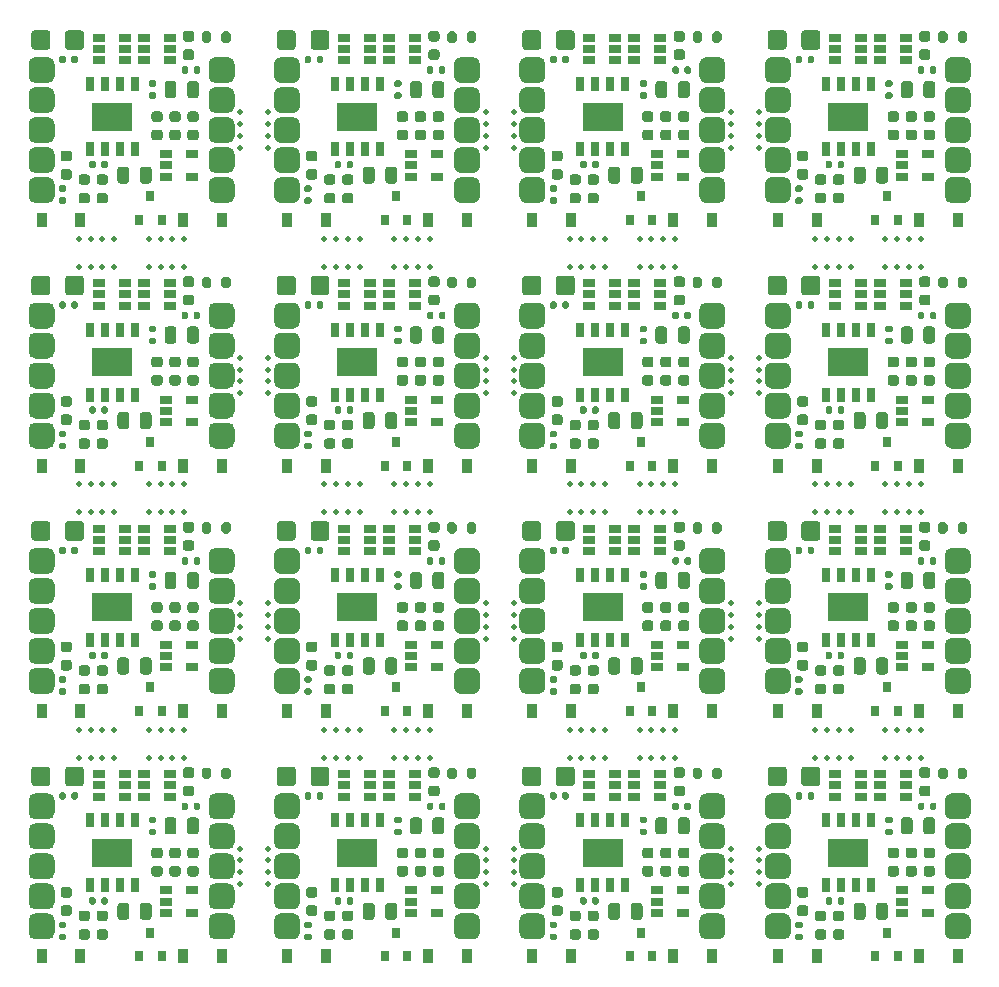
<source format=gbr>
%TF.GenerationSoftware,KiCad,Pcbnew,5.1.8*%
%TF.CreationDate,2020-11-30T19:23:35+01:00*%
%TF.ProjectId,panel2,70616e65-6c32-42e6-9b69-6361645f7063,rev?*%
%TF.SameCoordinates,Original*%
%TF.FileFunction,Soldermask,Top*%
%TF.FilePolarity,Negative*%
%FSLAX46Y46*%
G04 Gerber Fmt 4.6, Leading zero omitted, Abs format (unit mm)*
G04 Created by KiCad (PCBNEW 5.1.8) date 2020-11-30 19:23:35*
%MOMM*%
%LPD*%
G01*
G04 APERTURE LIST*
%ADD10C,0.500000*%
%ADD11R,0.700000X1.300000*%
%ADD12R,3.400000X2.400000*%
%ADD13R,0.800000X0.900000*%
%ADD14R,1.060000X0.650000*%
%ADD15R,0.900000X1.200000*%
G04 APERTURE END LIST*
D10*
%TO.C,REF\u002A\u002A*%
X112021500Y-122730017D03*
%TD*%
%TO.C,REF\u002A\u002A*%
X112021500Y-121730017D03*
%TD*%
%TO.C,REF\u002A\u002A*%
X112021500Y-120730017D03*
%TD*%
%TO.C,REF\u002A\u002A*%
X112021500Y-119730017D03*
%TD*%
%TO.C,REF\u002A\u002A*%
X109658500Y-119730017D03*
%TD*%
%TO.C,REF\u002A\u002A*%
X109658500Y-120730017D03*
%TD*%
%TO.C,REF\u002A\u002A*%
X109658500Y-121730017D03*
%TD*%
%TO.C,REF\u002A\u002A*%
X109658500Y-122730017D03*
%TD*%
%TO.C,REF\u002A\u002A*%
X91241500Y-122730017D03*
%TD*%
%TO.C,REF\u002A\u002A*%
X91241500Y-121730017D03*
%TD*%
%TO.C,REF\u002A\u002A*%
X91241500Y-120730017D03*
%TD*%
%TO.C,REF\u002A\u002A*%
X91241500Y-119730017D03*
%TD*%
%TO.C,REF\u002A\u002A*%
X88878500Y-119730017D03*
%TD*%
%TO.C,REF\u002A\u002A*%
X88878500Y-120730017D03*
%TD*%
%TO.C,REF\u002A\u002A*%
X88878500Y-121730017D03*
%TD*%
%TO.C,REF\u002A\u002A*%
X88878500Y-122730017D03*
%TD*%
%TO.C,REF\u002A\u002A*%
X70461500Y-122730017D03*
%TD*%
%TO.C,REF\u002A\u002A*%
X70461500Y-121730017D03*
%TD*%
%TO.C,REF\u002A\u002A*%
X70461500Y-120730017D03*
%TD*%
%TO.C,REF\u002A\u002A*%
X70461500Y-119730017D03*
%TD*%
%TO.C,REF\u002A\u002A*%
X68098500Y-119730017D03*
%TD*%
%TO.C,REF\u002A\u002A*%
X68098500Y-120730017D03*
%TD*%
%TO.C,REF\u002A\u002A*%
X68098500Y-121730017D03*
%TD*%
%TO.C,REF\u002A\u002A*%
X68098500Y-122730017D03*
%TD*%
%TO.C,REF\u002A\u002A*%
X112021500Y-101950012D03*
%TD*%
%TO.C,REF\u002A\u002A*%
X112021500Y-100950012D03*
%TD*%
%TO.C,REF\u002A\u002A*%
X112021500Y-99950012D03*
%TD*%
%TO.C,REF\u002A\u002A*%
X112021500Y-98950012D03*
%TD*%
%TO.C,REF\u002A\u002A*%
X109658500Y-98950012D03*
%TD*%
%TO.C,REF\u002A\u002A*%
X109658500Y-99950012D03*
%TD*%
%TO.C,REF\u002A\u002A*%
X109658500Y-100950012D03*
%TD*%
%TO.C,REF\u002A\u002A*%
X109658500Y-101950012D03*
%TD*%
%TO.C,REF\u002A\u002A*%
X91241500Y-101950012D03*
%TD*%
%TO.C,REF\u002A\u002A*%
X91241500Y-100950012D03*
%TD*%
%TO.C,REF\u002A\u002A*%
X91241500Y-99950012D03*
%TD*%
%TO.C,REF\u002A\u002A*%
X91241500Y-98950012D03*
%TD*%
%TO.C,REF\u002A\u002A*%
X88878500Y-98950012D03*
%TD*%
%TO.C,REF\u002A\u002A*%
X88878500Y-99950012D03*
%TD*%
%TO.C,REF\u002A\u002A*%
X88878500Y-100950012D03*
%TD*%
%TO.C,REF\u002A\u002A*%
X88878500Y-101950012D03*
%TD*%
%TO.C,REF\u002A\u002A*%
X70461500Y-101950012D03*
%TD*%
%TO.C,REF\u002A\u002A*%
X70461500Y-100950012D03*
%TD*%
%TO.C,REF\u002A\u002A*%
X70461500Y-99950012D03*
%TD*%
%TO.C,REF\u002A\u002A*%
X70461500Y-98950012D03*
%TD*%
%TO.C,REF\u002A\u002A*%
X68098500Y-98950012D03*
%TD*%
%TO.C,REF\u002A\u002A*%
X68098500Y-99950012D03*
%TD*%
%TO.C,REF\u002A\u002A*%
X68098500Y-100950012D03*
%TD*%
%TO.C,REF\u002A\u002A*%
X68098500Y-101950012D03*
%TD*%
%TO.C,REF\u002A\u002A*%
X112021500Y-81170007D03*
%TD*%
%TO.C,REF\u002A\u002A*%
X112021500Y-80170007D03*
%TD*%
%TO.C,REF\u002A\u002A*%
X112021500Y-79170007D03*
%TD*%
%TO.C,REF\u002A\u002A*%
X112021500Y-78170007D03*
%TD*%
%TO.C,REF\u002A\u002A*%
X109658500Y-78170007D03*
%TD*%
%TO.C,REF\u002A\u002A*%
X109658500Y-79170007D03*
%TD*%
%TO.C,REF\u002A\u002A*%
X109658500Y-80170007D03*
%TD*%
%TO.C,REF\u002A\u002A*%
X109658500Y-81170007D03*
%TD*%
%TO.C,REF\u002A\u002A*%
X91241500Y-81170007D03*
%TD*%
%TO.C,REF\u002A\u002A*%
X91241500Y-80170007D03*
%TD*%
%TO.C,REF\u002A\u002A*%
X91241500Y-79170007D03*
%TD*%
%TO.C,REF\u002A\u002A*%
X91241500Y-78170007D03*
%TD*%
%TO.C,REF\u002A\u002A*%
X88878500Y-78170007D03*
%TD*%
%TO.C,REF\u002A\u002A*%
X88878500Y-79170007D03*
%TD*%
%TO.C,REF\u002A\u002A*%
X88878500Y-80170007D03*
%TD*%
%TO.C,REF\u002A\u002A*%
X88878500Y-81170007D03*
%TD*%
%TO.C,REF\u002A\u002A*%
X70461500Y-81170007D03*
%TD*%
%TO.C,REF\u002A\u002A*%
X70461500Y-80170007D03*
%TD*%
%TO.C,REF\u002A\u002A*%
X70461500Y-79170007D03*
%TD*%
%TO.C,REF\u002A\u002A*%
X70461500Y-78170007D03*
%TD*%
%TO.C,REF\u002A\u002A*%
X68098500Y-78170007D03*
%TD*%
%TO.C,REF\u002A\u002A*%
X68098500Y-79170007D03*
%TD*%
%TO.C,REF\u002A\u002A*%
X68098500Y-80170007D03*
%TD*%
%TO.C,REF\u002A\u002A*%
X68098500Y-81170007D03*
%TD*%
%TO.C,REF\u002A\u002A*%
X112021500Y-60390002D03*
%TD*%
%TO.C,REF\u002A\u002A*%
X112021500Y-59390002D03*
%TD*%
%TO.C,REF\u002A\u002A*%
X112021500Y-58390002D03*
%TD*%
%TO.C,REF\u002A\u002A*%
X112021500Y-57390002D03*
%TD*%
%TO.C,REF\u002A\u002A*%
X109658500Y-57390002D03*
%TD*%
%TO.C,REF\u002A\u002A*%
X109658500Y-58390002D03*
%TD*%
%TO.C,REF\u002A\u002A*%
X109658500Y-59390002D03*
%TD*%
%TO.C,REF\u002A\u002A*%
X109658500Y-60390002D03*
%TD*%
%TO.C,REF\u002A\u002A*%
X91241500Y-60390002D03*
%TD*%
%TO.C,REF\u002A\u002A*%
X91241500Y-59390002D03*
%TD*%
%TO.C,REF\u002A\u002A*%
X91241500Y-58390002D03*
%TD*%
%TO.C,REF\u002A\u002A*%
X91241500Y-57390002D03*
%TD*%
%TO.C,REF\u002A\u002A*%
X88878500Y-57390002D03*
%TD*%
%TO.C,REF\u002A\u002A*%
X88878500Y-58390002D03*
%TD*%
%TO.C,REF\u002A\u002A*%
X88878500Y-59390002D03*
%TD*%
%TO.C,REF\u002A\u002A*%
X88878500Y-60390002D03*
%TD*%
%TO.C,REF\u002A\u002A*%
X70461500Y-60390002D03*
%TD*%
%TO.C,REF\u002A\u002A*%
X70461500Y-59390002D03*
%TD*%
%TO.C,REF\u002A\u002A*%
X70461500Y-58390002D03*
%TD*%
%TO.C,REF\u002A\u002A*%
X70461500Y-57390002D03*
%TD*%
%TO.C,REF\u002A\u002A*%
X68098500Y-57390002D03*
%TD*%
%TO.C,REF\u002A\u002A*%
X68098500Y-58390002D03*
%TD*%
%TO.C,REF\u002A\u002A*%
X68098500Y-59390002D03*
%TD*%
%TO.C,REF\u002A\u002A*%
X68098500Y-60390002D03*
%TD*%
%TO.C,REF\u002A\u002A*%
X122693351Y-112021500D03*
%TD*%
%TO.C,REF\u002A\u002A*%
X123693351Y-112021500D03*
%TD*%
%TO.C,REF\u002A\u002A*%
X124693351Y-112021500D03*
%TD*%
%TO.C,REF\u002A\u002A*%
X125693351Y-112021500D03*
%TD*%
%TO.C,REF\u002A\u002A*%
X116766683Y-112021500D03*
%TD*%
%TO.C,REF\u002A\u002A*%
X117766683Y-112021500D03*
%TD*%
%TO.C,REF\u002A\u002A*%
X118766683Y-112021500D03*
%TD*%
%TO.C,REF\u002A\u002A*%
X119766683Y-112021500D03*
%TD*%
%TO.C,REF\u002A\u002A*%
X101913346Y-112021500D03*
%TD*%
%TO.C,REF\u002A\u002A*%
X102913346Y-112021500D03*
%TD*%
%TO.C,REF\u002A\u002A*%
X103913346Y-112021500D03*
%TD*%
%TO.C,REF\u002A\u002A*%
X104913346Y-112021500D03*
%TD*%
%TO.C,REF\u002A\u002A*%
X95986678Y-112021500D03*
%TD*%
%TO.C,REF\u002A\u002A*%
X96986678Y-112021500D03*
%TD*%
%TO.C,REF\u002A\u002A*%
X97986678Y-112021500D03*
%TD*%
%TO.C,REF\u002A\u002A*%
X98986678Y-112021500D03*
%TD*%
%TO.C,REF\u002A\u002A*%
X81133341Y-112021500D03*
%TD*%
%TO.C,REF\u002A\u002A*%
X82133341Y-112021500D03*
%TD*%
%TO.C,REF\u002A\u002A*%
X83133341Y-112021500D03*
%TD*%
%TO.C,REF\u002A\u002A*%
X84133341Y-112021500D03*
%TD*%
%TO.C,REF\u002A\u002A*%
X75206673Y-112021500D03*
%TD*%
%TO.C,REF\u002A\u002A*%
X76206673Y-112021500D03*
%TD*%
%TO.C,REF\u002A\u002A*%
X77206673Y-112021500D03*
%TD*%
%TO.C,REF\u002A\u002A*%
X78206673Y-112021500D03*
%TD*%
%TO.C,REF\u002A\u002A*%
X60353336Y-112021500D03*
%TD*%
%TO.C,REF\u002A\u002A*%
X61353336Y-112021500D03*
%TD*%
%TO.C,REF\u002A\u002A*%
X62353336Y-112021500D03*
%TD*%
%TO.C,REF\u002A\u002A*%
X63353336Y-112021500D03*
%TD*%
%TO.C,REF\u002A\u002A*%
X54426668Y-112021500D03*
%TD*%
%TO.C,REF\u002A\u002A*%
X55426668Y-112021500D03*
%TD*%
%TO.C,REF\u002A\u002A*%
X56426668Y-112021500D03*
%TD*%
%TO.C,REF\u002A\u002A*%
X57426668Y-112021500D03*
%TD*%
%TO.C,REF\u002A\u002A*%
X125693351Y-109658500D03*
%TD*%
%TO.C,REF\u002A\u002A*%
X124693351Y-109658500D03*
%TD*%
%TO.C,REF\u002A\u002A*%
X123693351Y-109658500D03*
%TD*%
%TO.C,REF\u002A\u002A*%
X122693351Y-109658500D03*
%TD*%
%TO.C,REF\u002A\u002A*%
X119766683Y-109658500D03*
%TD*%
%TO.C,REF\u002A\u002A*%
X118766683Y-109658500D03*
%TD*%
%TO.C,REF\u002A\u002A*%
X117766683Y-109658500D03*
%TD*%
%TO.C,REF\u002A\u002A*%
X116766683Y-109658500D03*
%TD*%
%TO.C,REF\u002A\u002A*%
X122693351Y-91241500D03*
%TD*%
%TO.C,REF\u002A\u002A*%
X123693351Y-91241500D03*
%TD*%
%TO.C,REF\u002A\u002A*%
X124693351Y-91241500D03*
%TD*%
%TO.C,REF\u002A\u002A*%
X125693351Y-91241500D03*
%TD*%
%TO.C,REF\u002A\u002A*%
X116766683Y-91241500D03*
%TD*%
%TO.C,REF\u002A\u002A*%
X117766683Y-91241500D03*
%TD*%
%TO.C,REF\u002A\u002A*%
X118766683Y-91241500D03*
%TD*%
%TO.C,REF\u002A\u002A*%
X119766683Y-91241500D03*
%TD*%
%TO.C,REF\u002A\u002A*%
X104913346Y-109658500D03*
%TD*%
%TO.C,REF\u002A\u002A*%
X103913346Y-109658500D03*
%TD*%
%TO.C,REF\u002A\u002A*%
X102913346Y-109658500D03*
%TD*%
%TO.C,REF\u002A\u002A*%
X101913346Y-109658500D03*
%TD*%
%TO.C,REF\u002A\u002A*%
X98986678Y-109658500D03*
%TD*%
%TO.C,REF\u002A\u002A*%
X97986678Y-109658500D03*
%TD*%
%TO.C,REF\u002A\u002A*%
X96986678Y-109658500D03*
%TD*%
%TO.C,REF\u002A\u002A*%
X95986678Y-109658500D03*
%TD*%
%TO.C,REF\u002A\u002A*%
X101913346Y-91241500D03*
%TD*%
%TO.C,REF\u002A\u002A*%
X102913346Y-91241500D03*
%TD*%
%TO.C,REF\u002A\u002A*%
X103913346Y-91241500D03*
%TD*%
%TO.C,REF\u002A\u002A*%
X104913346Y-91241500D03*
%TD*%
%TO.C,REF\u002A\u002A*%
X95986678Y-91241500D03*
%TD*%
%TO.C,REF\u002A\u002A*%
X96986678Y-91241500D03*
%TD*%
%TO.C,REF\u002A\u002A*%
X97986678Y-91241500D03*
%TD*%
%TO.C,REF\u002A\u002A*%
X98986678Y-91241500D03*
%TD*%
%TO.C,REF\u002A\u002A*%
X84133341Y-109658500D03*
%TD*%
%TO.C,REF\u002A\u002A*%
X83133341Y-109658500D03*
%TD*%
%TO.C,REF\u002A\u002A*%
X82133341Y-109658500D03*
%TD*%
%TO.C,REF\u002A\u002A*%
X81133341Y-109658500D03*
%TD*%
%TO.C,REF\u002A\u002A*%
X78206673Y-109658500D03*
%TD*%
%TO.C,REF\u002A\u002A*%
X77206673Y-109658500D03*
%TD*%
%TO.C,REF\u002A\u002A*%
X76206673Y-109658500D03*
%TD*%
%TO.C,REF\u002A\u002A*%
X75206673Y-109658500D03*
%TD*%
%TO.C,REF\u002A\u002A*%
X81133341Y-91241500D03*
%TD*%
%TO.C,REF\u002A\u002A*%
X82133341Y-91241500D03*
%TD*%
%TO.C,REF\u002A\u002A*%
X83133341Y-91241500D03*
%TD*%
%TO.C,REF\u002A\u002A*%
X84133341Y-91241500D03*
%TD*%
%TO.C,REF\u002A\u002A*%
X75206673Y-91241500D03*
%TD*%
%TO.C,REF\u002A\u002A*%
X76206673Y-91241500D03*
%TD*%
%TO.C,REF\u002A\u002A*%
X77206673Y-91241500D03*
%TD*%
%TO.C,REF\u002A\u002A*%
X78206673Y-91241500D03*
%TD*%
%TO.C,REF\u002A\u002A*%
X63353336Y-109658500D03*
%TD*%
%TO.C,REF\u002A\u002A*%
X62353336Y-109658500D03*
%TD*%
%TO.C,REF\u002A\u002A*%
X61353336Y-109658500D03*
%TD*%
%TO.C,REF\u002A\u002A*%
X60353336Y-109658500D03*
%TD*%
%TO.C,REF\u002A\u002A*%
X57426668Y-109658500D03*
%TD*%
%TO.C,REF\u002A\u002A*%
X56426668Y-109658500D03*
%TD*%
%TO.C,REF\u002A\u002A*%
X55426668Y-109658500D03*
%TD*%
%TO.C,REF\u002A\u002A*%
X54426668Y-109658500D03*
%TD*%
%TO.C,REF\u002A\u002A*%
X60353336Y-91241500D03*
%TD*%
%TO.C,REF\u002A\u002A*%
X61353336Y-91241500D03*
%TD*%
%TO.C,REF\u002A\u002A*%
X62353336Y-91241500D03*
%TD*%
%TO.C,REF\u002A\u002A*%
X63353336Y-91241500D03*
%TD*%
%TO.C,REF\u002A\u002A*%
X54426668Y-91241500D03*
%TD*%
%TO.C,REF\u002A\u002A*%
X55426668Y-91241500D03*
%TD*%
%TO.C,REF\u002A\u002A*%
X56426668Y-91241500D03*
%TD*%
%TO.C,REF\u002A\u002A*%
X57426668Y-91241500D03*
%TD*%
%TO.C,REF\u002A\u002A*%
X125693351Y-88878500D03*
%TD*%
%TO.C,REF\u002A\u002A*%
X124693351Y-88878500D03*
%TD*%
%TO.C,REF\u002A\u002A*%
X123693351Y-88878500D03*
%TD*%
%TO.C,REF\u002A\u002A*%
X122693351Y-88878500D03*
%TD*%
%TO.C,REF\u002A\u002A*%
X119766683Y-88878500D03*
%TD*%
%TO.C,REF\u002A\u002A*%
X118766683Y-88878500D03*
%TD*%
%TO.C,REF\u002A\u002A*%
X117766683Y-88878500D03*
%TD*%
%TO.C,REF\u002A\u002A*%
X116766683Y-88878500D03*
%TD*%
%TO.C,REF\u002A\u002A*%
X122693351Y-70461500D03*
%TD*%
%TO.C,REF\u002A\u002A*%
X123693351Y-70461500D03*
%TD*%
%TO.C,REF\u002A\u002A*%
X124693351Y-70461500D03*
%TD*%
%TO.C,REF\u002A\u002A*%
X125693351Y-70461500D03*
%TD*%
%TO.C,REF\u002A\u002A*%
X116766683Y-70461500D03*
%TD*%
%TO.C,REF\u002A\u002A*%
X117766683Y-70461500D03*
%TD*%
%TO.C,REF\u002A\u002A*%
X118766683Y-70461500D03*
%TD*%
%TO.C,REF\u002A\u002A*%
X119766683Y-70461500D03*
%TD*%
%TO.C,REF\u002A\u002A*%
X104913346Y-88878500D03*
%TD*%
%TO.C,REF\u002A\u002A*%
X103913346Y-88878500D03*
%TD*%
%TO.C,REF\u002A\u002A*%
X102913346Y-88878500D03*
%TD*%
%TO.C,REF\u002A\u002A*%
X101913346Y-88878500D03*
%TD*%
%TO.C,REF\u002A\u002A*%
X98986678Y-88878500D03*
%TD*%
%TO.C,REF\u002A\u002A*%
X97986678Y-88878500D03*
%TD*%
%TO.C,REF\u002A\u002A*%
X96986678Y-88878500D03*
%TD*%
%TO.C,REF\u002A\u002A*%
X95986678Y-88878500D03*
%TD*%
%TO.C,REF\u002A\u002A*%
X101913346Y-70461500D03*
%TD*%
%TO.C,REF\u002A\u002A*%
X102913346Y-70461500D03*
%TD*%
%TO.C,REF\u002A\u002A*%
X103913346Y-70461500D03*
%TD*%
%TO.C,REF\u002A\u002A*%
X104913346Y-70461500D03*
%TD*%
%TO.C,REF\u002A\u002A*%
X95986678Y-70461500D03*
%TD*%
%TO.C,REF\u002A\u002A*%
X96986678Y-70461500D03*
%TD*%
%TO.C,REF\u002A\u002A*%
X97986678Y-70461500D03*
%TD*%
%TO.C,REF\u002A\u002A*%
X98986678Y-70461500D03*
%TD*%
%TO.C,REF\u002A\u002A*%
X84133341Y-88878500D03*
%TD*%
%TO.C,REF\u002A\u002A*%
X83133341Y-88878500D03*
%TD*%
%TO.C,REF\u002A\u002A*%
X82133341Y-88878500D03*
%TD*%
%TO.C,REF\u002A\u002A*%
X81133341Y-88878500D03*
%TD*%
%TO.C,REF\u002A\u002A*%
X78206673Y-88878500D03*
%TD*%
%TO.C,REF\u002A\u002A*%
X77206673Y-88878500D03*
%TD*%
%TO.C,REF\u002A\u002A*%
X76206673Y-88878500D03*
%TD*%
%TO.C,REF\u002A\u002A*%
X75206673Y-88878500D03*
%TD*%
%TO.C,REF\u002A\u002A*%
X81133341Y-70461500D03*
%TD*%
%TO.C,REF\u002A\u002A*%
X82133341Y-70461500D03*
%TD*%
%TO.C,REF\u002A\u002A*%
X83133341Y-70461500D03*
%TD*%
%TO.C,REF\u002A\u002A*%
X84133341Y-70461500D03*
%TD*%
%TO.C,REF\u002A\u002A*%
X75206673Y-70461500D03*
%TD*%
%TO.C,REF\u002A\u002A*%
X76206673Y-70461500D03*
%TD*%
%TO.C,REF\u002A\u002A*%
X77206673Y-70461500D03*
%TD*%
%TO.C,REF\u002A\u002A*%
X78206673Y-70461500D03*
%TD*%
%TO.C,REF\u002A\u002A*%
X63353336Y-88878500D03*
%TD*%
%TO.C,REF\u002A\u002A*%
X62353336Y-88878500D03*
%TD*%
%TO.C,REF\u002A\u002A*%
X61353336Y-88878500D03*
%TD*%
%TO.C,REF\u002A\u002A*%
X60353336Y-88878500D03*
%TD*%
%TO.C,REF\u002A\u002A*%
X57426668Y-88878500D03*
%TD*%
%TO.C,REF\u002A\u002A*%
X56426668Y-88878500D03*
%TD*%
%TO.C,REF\u002A\u002A*%
X55426668Y-88878500D03*
%TD*%
%TO.C,REF\u002A\u002A*%
X54426668Y-88878500D03*
%TD*%
%TO.C,REF\u002A\u002A*%
X60353336Y-70461500D03*
%TD*%
%TO.C,REF\u002A\u002A*%
X61353336Y-70461500D03*
%TD*%
%TO.C,REF\u002A\u002A*%
X62353336Y-70461500D03*
%TD*%
%TO.C,REF\u002A\u002A*%
X63353336Y-70461500D03*
%TD*%
%TO.C,REF\u002A\u002A*%
X54426668Y-70461500D03*
%TD*%
%TO.C,REF\u002A\u002A*%
X55426668Y-70461500D03*
%TD*%
%TO.C,REF\u002A\u002A*%
X56426668Y-70461500D03*
%TD*%
%TO.C,REF\u002A\u002A*%
X57426668Y-70461500D03*
%TD*%
%TO.C,REF\u002A\u002A*%
X125693351Y-68098500D03*
%TD*%
%TO.C,REF\u002A\u002A*%
X124693351Y-68098500D03*
%TD*%
%TO.C,REF\u002A\u002A*%
X123693351Y-68098500D03*
%TD*%
%TO.C,REF\u002A\u002A*%
X122693351Y-68098500D03*
%TD*%
%TO.C,REF\u002A\u002A*%
X119766683Y-68098500D03*
%TD*%
%TO.C,REF\u002A\u002A*%
X118766683Y-68098500D03*
%TD*%
%TO.C,REF\u002A\u002A*%
X117766683Y-68098500D03*
%TD*%
%TO.C,REF\u002A\u002A*%
X116766683Y-68098500D03*
%TD*%
%TO.C,REF\u002A\u002A*%
X104913346Y-68098500D03*
%TD*%
%TO.C,REF\u002A\u002A*%
X103913346Y-68098500D03*
%TD*%
%TO.C,REF\u002A\u002A*%
X102913346Y-68098500D03*
%TD*%
%TO.C,REF\u002A\u002A*%
X101913346Y-68098500D03*
%TD*%
%TO.C,REF\u002A\u002A*%
X98986678Y-68098500D03*
%TD*%
%TO.C,REF\u002A\u002A*%
X97986678Y-68098500D03*
%TD*%
%TO.C,REF\u002A\u002A*%
X96986678Y-68098500D03*
%TD*%
%TO.C,REF\u002A\u002A*%
X95986678Y-68098500D03*
%TD*%
%TO.C,REF\u002A\u002A*%
X84133341Y-68098500D03*
%TD*%
%TO.C,REF\u002A\u002A*%
X83133341Y-68098500D03*
%TD*%
%TO.C,REF\u002A\u002A*%
X82133341Y-68098500D03*
%TD*%
%TO.C,REF\u002A\u002A*%
X81133341Y-68098500D03*
%TD*%
%TO.C,REF\u002A\u002A*%
X78206673Y-68098500D03*
%TD*%
%TO.C,REF\u002A\u002A*%
X77206673Y-68098500D03*
%TD*%
%TO.C,REF\u002A\u002A*%
X76206673Y-68098500D03*
%TD*%
%TO.C,REF\u002A\u002A*%
X75206673Y-68098500D03*
%TD*%
%TO.C,REF\u002A\u002A*%
X63353336Y-68098500D03*
%TD*%
%TO.C,REF\u002A\u002A*%
X62353336Y-68098500D03*
%TD*%
%TO.C,REF\u002A\u002A*%
X61353336Y-68098500D03*
%TD*%
%TO.C,REF\u002A\u002A*%
X60353336Y-68098500D03*
%TD*%
%TO.C,REF\u002A\u002A*%
X57426668Y-68098500D03*
%TD*%
%TO.C,REF\u002A\u002A*%
X56426668Y-68098500D03*
%TD*%
%TO.C,REF\u002A\u002A*%
X55426668Y-68098500D03*
%TD*%
%TO.C,REF\u002A\u002A*%
X54426668Y-68098500D03*
%TD*%
%TO.C,D1*%
G36*
G01*
X119009766Y-127433516D02*
X118497266Y-127433516D01*
G75*
G02*
X118278516Y-127214766I0J218750D01*
G01*
X118278516Y-126777266D01*
G75*
G02*
X118497266Y-126558516I218750J0D01*
G01*
X119009766Y-126558516D01*
G75*
G02*
X119228516Y-126777266I0J-218750D01*
G01*
X119228516Y-127214766D01*
G75*
G02*
X119009766Y-127433516I-218750J0D01*
G01*
G37*
G36*
G01*
X119009766Y-125858516D02*
X118497266Y-125858516D01*
G75*
G02*
X118278516Y-125639766I0J218750D01*
G01*
X118278516Y-125202266D01*
G75*
G02*
X118497266Y-124983516I218750J0D01*
G01*
X119009766Y-124983516D01*
G75*
G02*
X119228516Y-125202266I0J-218750D01*
G01*
X119228516Y-125639766D01*
G75*
G02*
X119009766Y-125858516I-218750J0D01*
G01*
G37*
%TD*%
%TO.C,D2*%
G36*
G01*
X117485766Y-127433516D02*
X116973266Y-127433516D01*
G75*
G02*
X116754516Y-127214766I0J218750D01*
G01*
X116754516Y-126777266D01*
G75*
G02*
X116973266Y-126558516I218750J0D01*
G01*
X117485766Y-126558516D01*
G75*
G02*
X117704516Y-126777266I0J-218750D01*
G01*
X117704516Y-127214766D01*
G75*
G02*
X117485766Y-127433516I-218750J0D01*
G01*
G37*
G36*
G01*
X117485766Y-125858516D02*
X116973266Y-125858516D01*
G75*
G02*
X116754516Y-125639766I0J218750D01*
G01*
X116754516Y-125202266D01*
G75*
G02*
X116973266Y-124983516I218750J0D01*
G01*
X117485766Y-124983516D01*
G75*
G02*
X117704516Y-125202266I0J-218750D01*
G01*
X117704516Y-125639766D01*
G75*
G02*
X117485766Y-125858516I-218750J0D01*
G01*
G37*
%TD*%
%TO.C,F1*%
G36*
G01*
X117204016Y-113035016D02*
X117204016Y-114185016D01*
G75*
G02*
X116954016Y-114435016I-250000J0D01*
G01*
X115854016Y-114435016D01*
G75*
G02*
X115604016Y-114185016I0J250000D01*
G01*
X115604016Y-113035016D01*
G75*
G02*
X115854016Y-112785016I250000J0D01*
G01*
X116954016Y-112785016D01*
G75*
G02*
X117204016Y-113035016I0J-250000D01*
G01*
G37*
G36*
G01*
X114354016Y-113035016D02*
X114354016Y-114185016D01*
G75*
G02*
X114104016Y-114435016I-250000J0D01*
G01*
X113004016Y-114435016D01*
G75*
G02*
X112754016Y-114185016I0J250000D01*
G01*
X112754016Y-113035016D01*
G75*
G02*
X113004016Y-112785016I250000J0D01*
G01*
X114104016Y-112785016D01*
G75*
G02*
X114354016Y-113035016I0J-250000D01*
G01*
G37*
%TD*%
D11*
%TO.C,IC1*%
X121484016Y-122837016D03*
X120214016Y-122837016D03*
X117674016Y-122837016D03*
X118944016Y-122837016D03*
X121484016Y-117337016D03*
X120214016Y-117337016D03*
X117674016Y-117337016D03*
X118944016Y-117337016D03*
D12*
X119579016Y-120087016D03*
%TD*%
D13*
%TO.C,Q1*%
X121870016Y-128850016D03*
X123770016Y-128850016D03*
X122820016Y-126850016D03*
%TD*%
%TO.C,R1*%
G36*
G01*
X119214016Y-123966016D02*
X119214016Y-124336016D01*
G75*
G02*
X119079016Y-124471016I-135000J0D01*
G01*
X118809016Y-124471016D01*
G75*
G02*
X118674016Y-124336016I0J135000D01*
G01*
X118674016Y-123966016D01*
G75*
G02*
X118809016Y-123831016I135000J0D01*
G01*
X119079016Y-123831016D01*
G75*
G02*
X119214016Y-123966016I0J-135000D01*
G01*
G37*
G36*
G01*
X118194016Y-123966016D02*
X118194016Y-124336016D01*
G75*
G02*
X118059016Y-124471016I-135000J0D01*
G01*
X117789016Y-124471016D01*
G75*
G02*
X117654016Y-124336016I0J135000D01*
G01*
X117654016Y-123966016D01*
G75*
G02*
X117789016Y-123831016I135000J0D01*
G01*
X118059016Y-123831016D01*
G75*
G02*
X118194016Y-123966016I0J-135000D01*
G01*
G37*
%TD*%
%TO.C,R2*%
G36*
G01*
X123193016Y-118583016D02*
X122823016Y-118583016D01*
G75*
G02*
X122688016Y-118448016I0J135000D01*
G01*
X122688016Y-118178016D01*
G75*
G02*
X122823016Y-118043016I135000J0D01*
G01*
X123193016Y-118043016D01*
G75*
G02*
X123328016Y-118178016I0J-135000D01*
G01*
X123328016Y-118448016D01*
G75*
G02*
X123193016Y-118583016I-135000J0D01*
G01*
G37*
G36*
G01*
X123193016Y-117563016D02*
X122823016Y-117563016D01*
G75*
G02*
X122688016Y-117428016I0J135000D01*
G01*
X122688016Y-117158016D01*
G75*
G02*
X122823016Y-117023016I135000J0D01*
G01*
X123193016Y-117023016D01*
G75*
G02*
X123328016Y-117158016I0J-135000D01*
G01*
X123328016Y-117428016D01*
G75*
G02*
X123193016Y-117563016I-135000J0D01*
G01*
G37*
%TD*%
%TO.C,R3*%
G36*
G01*
X115118016Y-115446016D02*
X115118016Y-115076016D01*
G75*
G02*
X115253016Y-114941016I135000J0D01*
G01*
X115523016Y-114941016D01*
G75*
G02*
X115658016Y-115076016I0J-135000D01*
G01*
X115658016Y-115446016D01*
G75*
G02*
X115523016Y-115581016I-135000J0D01*
G01*
X115253016Y-115581016D01*
G75*
G02*
X115118016Y-115446016I0J135000D01*
G01*
G37*
G36*
G01*
X116138016Y-115446016D02*
X116138016Y-115076016D01*
G75*
G02*
X116273016Y-114941016I135000J0D01*
G01*
X116543016Y-114941016D01*
G75*
G02*
X116678016Y-115076016I0J-135000D01*
G01*
X116678016Y-115446016D01*
G75*
G02*
X116543016Y-115581016I-135000J0D01*
G01*
X116273016Y-115581016D01*
G75*
G02*
X116138016Y-115446016I0J135000D01*
G01*
G37*
%TD*%
%TO.C,R4*%
G36*
G01*
X115573016Y-127473016D02*
X115203016Y-127473016D01*
G75*
G02*
X115068016Y-127338016I0J135000D01*
G01*
X115068016Y-127068016D01*
G75*
G02*
X115203016Y-126933016I135000J0D01*
G01*
X115573016Y-126933016D01*
G75*
G02*
X115708016Y-127068016I0J-135000D01*
G01*
X115708016Y-127338016D01*
G75*
G02*
X115573016Y-127473016I-135000J0D01*
G01*
G37*
G36*
G01*
X115573016Y-126453016D02*
X115203016Y-126453016D01*
G75*
G02*
X115068016Y-126318016I0J135000D01*
G01*
X115068016Y-126048016D01*
G75*
G02*
X115203016Y-125913016I135000J0D01*
G01*
X115573016Y-125913016D01*
G75*
G02*
X115708016Y-126048016I0J-135000D01*
G01*
X115708016Y-126318016D01*
G75*
G02*
X115573016Y-126453016I-135000J0D01*
G01*
G37*
%TD*%
%TO.C,R5*%
G36*
G01*
X127028516Y-115965016D02*
X127028516Y-116335016D01*
G75*
G02*
X126893516Y-116470016I-135000J0D01*
G01*
X126623516Y-116470016D01*
G75*
G02*
X126488516Y-116335016I0J135000D01*
G01*
X126488516Y-115965016D01*
G75*
G02*
X126623516Y-115830016I135000J0D01*
G01*
X126893516Y-115830016D01*
G75*
G02*
X127028516Y-115965016I0J-135000D01*
G01*
G37*
G36*
G01*
X126008516Y-115965016D02*
X126008516Y-116335016D01*
G75*
G02*
X125873516Y-116470016I-135000J0D01*
G01*
X125603516Y-116470016D01*
G75*
G02*
X125468516Y-116335016I0J135000D01*
G01*
X125468516Y-115965016D01*
G75*
G02*
X125603516Y-115830016I135000J0D01*
G01*
X125873516Y-115830016D01*
G75*
G02*
X126008516Y-115965016I0J-135000D01*
G01*
G37*
%TD*%
%TO.C,TP1*%
G36*
G01*
X112510016Y-116700016D02*
X112510016Y-115600016D01*
G75*
G02*
X113060016Y-115050016I550000J0D01*
G01*
X114160016Y-115050016D01*
G75*
G02*
X114710016Y-115600016I0J-550000D01*
G01*
X114710016Y-116700016D01*
G75*
G02*
X114160016Y-117250016I-550000J0D01*
G01*
X113060016Y-117250016D01*
G75*
G02*
X112510016Y-116700016I0J550000D01*
G01*
G37*
%TD*%
%TO.C,TP2*%
G36*
G01*
X112510016Y-119240016D02*
X112510016Y-118140016D01*
G75*
G02*
X113060016Y-117590016I550000J0D01*
G01*
X114160016Y-117590016D01*
G75*
G02*
X114710016Y-118140016I0J-550000D01*
G01*
X114710016Y-119240016D01*
G75*
G02*
X114160016Y-119790016I-550000J0D01*
G01*
X113060016Y-119790016D01*
G75*
G02*
X112510016Y-119240016I0J550000D01*
G01*
G37*
%TD*%
%TO.C,TP3*%
G36*
G01*
X112510016Y-124320016D02*
X112510016Y-123220016D01*
G75*
G02*
X113060016Y-122670016I550000J0D01*
G01*
X114160016Y-122670016D01*
G75*
G02*
X114710016Y-123220016I0J-550000D01*
G01*
X114710016Y-124320016D01*
G75*
G02*
X114160016Y-124870016I-550000J0D01*
G01*
X113060016Y-124870016D01*
G75*
G02*
X112510016Y-124320016I0J550000D01*
G01*
G37*
%TD*%
%TO.C,TP4*%
G36*
G01*
X112510016Y-126860016D02*
X112510016Y-125760016D01*
G75*
G02*
X113060016Y-125210016I550000J0D01*
G01*
X114160016Y-125210016D01*
G75*
G02*
X114710016Y-125760016I0J-550000D01*
G01*
X114710016Y-126860016D01*
G75*
G02*
X114160016Y-127410016I-550000J0D01*
G01*
X113060016Y-127410016D01*
G75*
G02*
X112510016Y-126860016I0J550000D01*
G01*
G37*
%TD*%
%TO.C,TP5*%
G36*
G01*
X112510016Y-121780016D02*
X112510016Y-120680016D01*
G75*
G02*
X113060016Y-120130016I550000J0D01*
G01*
X114160016Y-120130016D01*
G75*
G02*
X114710016Y-120680016I0J-550000D01*
G01*
X114710016Y-121780016D01*
G75*
G02*
X114160016Y-122330016I-550000J0D01*
G01*
X113060016Y-122330016D01*
G75*
G02*
X112510016Y-121780016I0J550000D01*
G01*
G37*
%TD*%
%TO.C,TP6*%
G36*
G01*
X127750016Y-126860016D02*
X127750016Y-125760016D01*
G75*
G02*
X128300016Y-125210016I550000J0D01*
G01*
X129400016Y-125210016D01*
G75*
G02*
X129950016Y-125760016I0J-550000D01*
G01*
X129950016Y-126860016D01*
G75*
G02*
X129400016Y-127410016I-550000J0D01*
G01*
X128300016Y-127410016D01*
G75*
G02*
X127750016Y-126860016I0J550000D01*
G01*
G37*
%TD*%
%TO.C,TP7*%
G36*
G01*
X127750016Y-119240016D02*
X127750016Y-118140016D01*
G75*
G02*
X128300016Y-117590016I550000J0D01*
G01*
X129400016Y-117590016D01*
G75*
G02*
X129950016Y-118140016I0J-550000D01*
G01*
X129950016Y-119240016D01*
G75*
G02*
X129400016Y-119790016I-550000J0D01*
G01*
X128300016Y-119790016D01*
G75*
G02*
X127750016Y-119240016I0J550000D01*
G01*
G37*
%TD*%
%TO.C,TP8*%
G36*
G01*
X127750016Y-121780016D02*
X127750016Y-120680016D01*
G75*
G02*
X128300016Y-120130016I550000J0D01*
G01*
X129400016Y-120130016D01*
G75*
G02*
X129950016Y-120680016I0J-550000D01*
G01*
X129950016Y-121780016D01*
G75*
G02*
X129400016Y-122330016I-550000J0D01*
G01*
X128300016Y-122330016D01*
G75*
G02*
X127750016Y-121780016I0J550000D01*
G01*
G37*
%TD*%
%TO.C,TP9*%
G36*
G01*
X127750016Y-124320016D02*
X127750016Y-123220016D01*
G75*
G02*
X128300016Y-122670016I550000J0D01*
G01*
X129400016Y-122670016D01*
G75*
G02*
X129950016Y-123220016I0J-550000D01*
G01*
X129950016Y-124320016D01*
G75*
G02*
X129400016Y-124870016I-550000J0D01*
G01*
X128300016Y-124870016D01*
G75*
G02*
X127750016Y-124320016I0J550000D01*
G01*
G37*
%TD*%
%TO.C,TP10*%
G36*
G01*
X127750016Y-116700016D02*
X127750016Y-115600016D01*
G75*
G02*
X128300016Y-115050016I550000J0D01*
G01*
X129400016Y-115050016D01*
G75*
G02*
X129950016Y-115600016I0J-550000D01*
G01*
X129950016Y-116700016D01*
G75*
G02*
X129400016Y-117250016I-550000J0D01*
G01*
X128300016Y-117250016D01*
G75*
G02*
X127750016Y-116700016I0J550000D01*
G01*
G37*
%TD*%
D14*
%TO.C,U1*%
X124151016Y-123267016D03*
X124151016Y-124217016D03*
X124151016Y-125167016D03*
X126351016Y-125167016D03*
X126351016Y-123267016D03*
%TD*%
%TO.C,U2*%
X122246016Y-113416016D03*
X122246016Y-114366016D03*
X122246016Y-115316016D03*
X124446016Y-115316016D03*
X124446016Y-113416016D03*
X124446016Y-114366016D03*
%TD*%
%TO.C,U3*%
X118436016Y-113416016D03*
X118436016Y-114366016D03*
X118436016Y-115316016D03*
X120636016Y-115316016D03*
X120636016Y-113416016D03*
X120636016Y-114366016D03*
%TD*%
D15*
%TO.C,D3*%
X116910016Y-128850016D03*
X113610016Y-128850016D03*
%TD*%
%TO.C,D4*%
X128850016Y-128850016D03*
X125550016Y-128850016D03*
%TD*%
%TO.C,C1*%
G36*
G01*
X122934016Y-124565016D02*
X122934016Y-125515016D01*
G75*
G02*
X122684016Y-125765016I-250000J0D01*
G01*
X122184016Y-125765016D01*
G75*
G02*
X121934016Y-125515016I0J250000D01*
G01*
X121934016Y-124565016D01*
G75*
G02*
X122184016Y-124315016I250000J0D01*
G01*
X122684016Y-124315016D01*
G75*
G02*
X122934016Y-124565016I0J-250000D01*
G01*
G37*
G36*
G01*
X121034016Y-124565016D02*
X121034016Y-125515016D01*
G75*
G02*
X120784016Y-125765016I-250000J0D01*
G01*
X120284016Y-125765016D01*
G75*
G02*
X120034016Y-125515016I0J250000D01*
G01*
X120034016Y-124565016D01*
G75*
G02*
X120284016Y-124315016I250000J0D01*
G01*
X120784016Y-124315016D01*
G75*
G02*
X121034016Y-124565016I0J-250000D01*
G01*
G37*
%TD*%
%TO.C,C2*%
G36*
G01*
X124032016Y-118276016D02*
X124032016Y-117326016D01*
G75*
G02*
X124282016Y-117076016I250000J0D01*
G01*
X124782016Y-117076016D01*
G75*
G02*
X125032016Y-117326016I0J-250000D01*
G01*
X125032016Y-118276016D01*
G75*
G02*
X124782016Y-118526016I-250000J0D01*
G01*
X124282016Y-118526016D01*
G75*
G02*
X124032016Y-118276016I0J250000D01*
G01*
G37*
G36*
G01*
X125932016Y-118276016D02*
X125932016Y-117326016D01*
G75*
G02*
X126182016Y-117076016I250000J0D01*
G01*
X126682016Y-117076016D01*
G75*
G02*
X126932016Y-117326016I0J-250000D01*
G01*
X126932016Y-118276016D01*
G75*
G02*
X126682016Y-118526016I-250000J0D01*
G01*
X126182016Y-118526016D01*
G75*
G02*
X125932016Y-118276016I0J250000D01*
G01*
G37*
%TD*%
%TO.C,C3*%
G36*
G01*
X123639016Y-122087016D02*
X123139016Y-122087016D01*
G75*
G02*
X122914016Y-121862016I0J225000D01*
G01*
X122914016Y-121412016D01*
G75*
G02*
X123139016Y-121187016I225000J0D01*
G01*
X123639016Y-121187016D01*
G75*
G02*
X123864016Y-121412016I0J-225000D01*
G01*
X123864016Y-121862016D01*
G75*
G02*
X123639016Y-122087016I-225000J0D01*
G01*
G37*
G36*
G01*
X123639016Y-120537016D02*
X123139016Y-120537016D01*
G75*
G02*
X122914016Y-120312016I0J225000D01*
G01*
X122914016Y-119862016D01*
G75*
G02*
X123139016Y-119637016I225000J0D01*
G01*
X123639016Y-119637016D01*
G75*
G02*
X123864016Y-119862016I0J-225000D01*
G01*
X123864016Y-120312016D01*
G75*
G02*
X123639016Y-120537016I-225000J0D01*
G01*
G37*
%TD*%
%TO.C,C4*%
G36*
G01*
X126687016Y-122087016D02*
X126187016Y-122087016D01*
G75*
G02*
X125962016Y-121862016I0J225000D01*
G01*
X125962016Y-121412016D01*
G75*
G02*
X126187016Y-121187016I225000J0D01*
G01*
X126687016Y-121187016D01*
G75*
G02*
X126912016Y-121412016I0J-225000D01*
G01*
X126912016Y-121862016D01*
G75*
G02*
X126687016Y-122087016I-225000J0D01*
G01*
G37*
G36*
G01*
X126687016Y-120537016D02*
X126187016Y-120537016D01*
G75*
G02*
X125962016Y-120312016I0J225000D01*
G01*
X125962016Y-119862016D01*
G75*
G02*
X126187016Y-119637016I225000J0D01*
G01*
X126687016Y-119637016D01*
G75*
G02*
X126912016Y-119862016I0J-225000D01*
G01*
X126912016Y-120312016D01*
G75*
G02*
X126687016Y-120537016I-225000J0D01*
G01*
G37*
%TD*%
%TO.C,C5*%
G36*
G01*
X126306016Y-115292516D02*
X125806016Y-115292516D01*
G75*
G02*
X125581016Y-115067516I0J225000D01*
G01*
X125581016Y-114617516D01*
G75*
G02*
X125806016Y-114392516I225000J0D01*
G01*
X126306016Y-114392516D01*
G75*
G02*
X126531016Y-114617516I0J-225000D01*
G01*
X126531016Y-115067516D01*
G75*
G02*
X126306016Y-115292516I-225000J0D01*
G01*
G37*
G36*
G01*
X126306016Y-113742516D02*
X125806016Y-113742516D01*
G75*
G02*
X125581016Y-113517516I0J225000D01*
G01*
X125581016Y-113067516D01*
G75*
G02*
X125806016Y-112842516I225000J0D01*
G01*
X126306016Y-112842516D01*
G75*
G02*
X126531016Y-113067516I0J-225000D01*
G01*
X126531016Y-113517516D01*
G75*
G02*
X126306016Y-113742516I-225000J0D01*
G01*
G37*
%TD*%
%TO.C,R6*%
G36*
G01*
X127180016Y-113631016D02*
X127180016Y-113081016D01*
G75*
G02*
X127380016Y-112881016I200000J0D01*
G01*
X127780016Y-112881016D01*
G75*
G02*
X127980016Y-113081016I0J-200000D01*
G01*
X127980016Y-113631016D01*
G75*
G02*
X127780016Y-113831016I-200000J0D01*
G01*
X127380016Y-113831016D01*
G75*
G02*
X127180016Y-113631016I0J200000D01*
G01*
G37*
G36*
G01*
X128830016Y-113631016D02*
X128830016Y-113081016D01*
G75*
G02*
X129030016Y-112881016I200000J0D01*
G01*
X129430016Y-112881016D01*
G75*
G02*
X129630016Y-113081016I0J-200000D01*
G01*
X129630016Y-113631016D01*
G75*
G02*
X129430016Y-113831016I-200000J0D01*
G01*
X129030016Y-113831016D01*
G75*
G02*
X128830016Y-113631016I0J200000D01*
G01*
G37*
%TD*%
%TO.C,C6*%
G36*
G01*
X125163016Y-122087016D02*
X124663016Y-122087016D01*
G75*
G02*
X124438016Y-121862016I0J225000D01*
G01*
X124438016Y-121412016D01*
G75*
G02*
X124663016Y-121187016I225000J0D01*
G01*
X125163016Y-121187016D01*
G75*
G02*
X125388016Y-121412016I0J-225000D01*
G01*
X125388016Y-121862016D01*
G75*
G02*
X125163016Y-122087016I-225000J0D01*
G01*
G37*
G36*
G01*
X125163016Y-120537016D02*
X124663016Y-120537016D01*
G75*
G02*
X124438016Y-120312016I0J225000D01*
G01*
X124438016Y-119862016D01*
G75*
G02*
X124663016Y-119637016I225000J0D01*
G01*
X125163016Y-119637016D01*
G75*
G02*
X125388016Y-119862016I0J-225000D01*
G01*
X125388016Y-120312016D01*
G75*
G02*
X125163016Y-120537016I-225000J0D01*
G01*
G37*
%TD*%
%TO.C,C7*%
G36*
G01*
X115955516Y-125426516D02*
X115455516Y-125426516D01*
G75*
G02*
X115230516Y-125201516I0J225000D01*
G01*
X115230516Y-124751516D01*
G75*
G02*
X115455516Y-124526516I225000J0D01*
G01*
X115955516Y-124526516D01*
G75*
G02*
X116180516Y-124751516I0J-225000D01*
G01*
X116180516Y-125201516D01*
G75*
G02*
X115955516Y-125426516I-225000J0D01*
G01*
G37*
G36*
G01*
X115955516Y-123876516D02*
X115455516Y-123876516D01*
G75*
G02*
X115230516Y-123651516I0J225000D01*
G01*
X115230516Y-123201516D01*
G75*
G02*
X115455516Y-122976516I225000J0D01*
G01*
X115955516Y-122976516D01*
G75*
G02*
X116180516Y-123201516I0J-225000D01*
G01*
X116180516Y-123651516D01*
G75*
G02*
X115955516Y-123876516I-225000J0D01*
G01*
G37*
%TD*%
%TO.C,D1*%
G36*
G01*
X98229761Y-127433516D02*
X97717261Y-127433516D01*
G75*
G02*
X97498511Y-127214766I0J218750D01*
G01*
X97498511Y-126777266D01*
G75*
G02*
X97717261Y-126558516I218750J0D01*
G01*
X98229761Y-126558516D01*
G75*
G02*
X98448511Y-126777266I0J-218750D01*
G01*
X98448511Y-127214766D01*
G75*
G02*
X98229761Y-127433516I-218750J0D01*
G01*
G37*
G36*
G01*
X98229761Y-125858516D02*
X97717261Y-125858516D01*
G75*
G02*
X97498511Y-125639766I0J218750D01*
G01*
X97498511Y-125202266D01*
G75*
G02*
X97717261Y-124983516I218750J0D01*
G01*
X98229761Y-124983516D01*
G75*
G02*
X98448511Y-125202266I0J-218750D01*
G01*
X98448511Y-125639766D01*
G75*
G02*
X98229761Y-125858516I-218750J0D01*
G01*
G37*
%TD*%
%TO.C,D2*%
G36*
G01*
X96705761Y-127433516D02*
X96193261Y-127433516D01*
G75*
G02*
X95974511Y-127214766I0J218750D01*
G01*
X95974511Y-126777266D01*
G75*
G02*
X96193261Y-126558516I218750J0D01*
G01*
X96705761Y-126558516D01*
G75*
G02*
X96924511Y-126777266I0J-218750D01*
G01*
X96924511Y-127214766D01*
G75*
G02*
X96705761Y-127433516I-218750J0D01*
G01*
G37*
G36*
G01*
X96705761Y-125858516D02*
X96193261Y-125858516D01*
G75*
G02*
X95974511Y-125639766I0J218750D01*
G01*
X95974511Y-125202266D01*
G75*
G02*
X96193261Y-124983516I218750J0D01*
G01*
X96705761Y-124983516D01*
G75*
G02*
X96924511Y-125202266I0J-218750D01*
G01*
X96924511Y-125639766D01*
G75*
G02*
X96705761Y-125858516I-218750J0D01*
G01*
G37*
%TD*%
%TO.C,F1*%
G36*
G01*
X96424011Y-113035016D02*
X96424011Y-114185016D01*
G75*
G02*
X96174011Y-114435016I-250000J0D01*
G01*
X95074011Y-114435016D01*
G75*
G02*
X94824011Y-114185016I0J250000D01*
G01*
X94824011Y-113035016D01*
G75*
G02*
X95074011Y-112785016I250000J0D01*
G01*
X96174011Y-112785016D01*
G75*
G02*
X96424011Y-113035016I0J-250000D01*
G01*
G37*
G36*
G01*
X93574011Y-113035016D02*
X93574011Y-114185016D01*
G75*
G02*
X93324011Y-114435016I-250000J0D01*
G01*
X92224011Y-114435016D01*
G75*
G02*
X91974011Y-114185016I0J250000D01*
G01*
X91974011Y-113035016D01*
G75*
G02*
X92224011Y-112785016I250000J0D01*
G01*
X93324011Y-112785016D01*
G75*
G02*
X93574011Y-113035016I0J-250000D01*
G01*
G37*
%TD*%
D11*
%TO.C,IC1*%
X100704011Y-122837016D03*
X99434011Y-122837016D03*
X96894011Y-122837016D03*
X98164011Y-122837016D03*
X100704011Y-117337016D03*
X99434011Y-117337016D03*
X96894011Y-117337016D03*
X98164011Y-117337016D03*
D12*
X98799011Y-120087016D03*
%TD*%
D13*
%TO.C,Q1*%
X101090011Y-128850016D03*
X102990011Y-128850016D03*
X102040011Y-126850016D03*
%TD*%
%TO.C,R1*%
G36*
G01*
X98434011Y-123966016D02*
X98434011Y-124336016D01*
G75*
G02*
X98299011Y-124471016I-135000J0D01*
G01*
X98029011Y-124471016D01*
G75*
G02*
X97894011Y-124336016I0J135000D01*
G01*
X97894011Y-123966016D01*
G75*
G02*
X98029011Y-123831016I135000J0D01*
G01*
X98299011Y-123831016D01*
G75*
G02*
X98434011Y-123966016I0J-135000D01*
G01*
G37*
G36*
G01*
X97414011Y-123966016D02*
X97414011Y-124336016D01*
G75*
G02*
X97279011Y-124471016I-135000J0D01*
G01*
X97009011Y-124471016D01*
G75*
G02*
X96874011Y-124336016I0J135000D01*
G01*
X96874011Y-123966016D01*
G75*
G02*
X97009011Y-123831016I135000J0D01*
G01*
X97279011Y-123831016D01*
G75*
G02*
X97414011Y-123966016I0J-135000D01*
G01*
G37*
%TD*%
%TO.C,R2*%
G36*
G01*
X102413011Y-118583016D02*
X102043011Y-118583016D01*
G75*
G02*
X101908011Y-118448016I0J135000D01*
G01*
X101908011Y-118178016D01*
G75*
G02*
X102043011Y-118043016I135000J0D01*
G01*
X102413011Y-118043016D01*
G75*
G02*
X102548011Y-118178016I0J-135000D01*
G01*
X102548011Y-118448016D01*
G75*
G02*
X102413011Y-118583016I-135000J0D01*
G01*
G37*
G36*
G01*
X102413011Y-117563016D02*
X102043011Y-117563016D01*
G75*
G02*
X101908011Y-117428016I0J135000D01*
G01*
X101908011Y-117158016D01*
G75*
G02*
X102043011Y-117023016I135000J0D01*
G01*
X102413011Y-117023016D01*
G75*
G02*
X102548011Y-117158016I0J-135000D01*
G01*
X102548011Y-117428016D01*
G75*
G02*
X102413011Y-117563016I-135000J0D01*
G01*
G37*
%TD*%
%TO.C,R3*%
G36*
G01*
X94338011Y-115446016D02*
X94338011Y-115076016D01*
G75*
G02*
X94473011Y-114941016I135000J0D01*
G01*
X94743011Y-114941016D01*
G75*
G02*
X94878011Y-115076016I0J-135000D01*
G01*
X94878011Y-115446016D01*
G75*
G02*
X94743011Y-115581016I-135000J0D01*
G01*
X94473011Y-115581016D01*
G75*
G02*
X94338011Y-115446016I0J135000D01*
G01*
G37*
G36*
G01*
X95358011Y-115446016D02*
X95358011Y-115076016D01*
G75*
G02*
X95493011Y-114941016I135000J0D01*
G01*
X95763011Y-114941016D01*
G75*
G02*
X95898011Y-115076016I0J-135000D01*
G01*
X95898011Y-115446016D01*
G75*
G02*
X95763011Y-115581016I-135000J0D01*
G01*
X95493011Y-115581016D01*
G75*
G02*
X95358011Y-115446016I0J135000D01*
G01*
G37*
%TD*%
%TO.C,R4*%
G36*
G01*
X94793011Y-127473016D02*
X94423011Y-127473016D01*
G75*
G02*
X94288011Y-127338016I0J135000D01*
G01*
X94288011Y-127068016D01*
G75*
G02*
X94423011Y-126933016I135000J0D01*
G01*
X94793011Y-126933016D01*
G75*
G02*
X94928011Y-127068016I0J-135000D01*
G01*
X94928011Y-127338016D01*
G75*
G02*
X94793011Y-127473016I-135000J0D01*
G01*
G37*
G36*
G01*
X94793011Y-126453016D02*
X94423011Y-126453016D01*
G75*
G02*
X94288011Y-126318016I0J135000D01*
G01*
X94288011Y-126048016D01*
G75*
G02*
X94423011Y-125913016I135000J0D01*
G01*
X94793011Y-125913016D01*
G75*
G02*
X94928011Y-126048016I0J-135000D01*
G01*
X94928011Y-126318016D01*
G75*
G02*
X94793011Y-126453016I-135000J0D01*
G01*
G37*
%TD*%
%TO.C,R5*%
G36*
G01*
X106248511Y-115965016D02*
X106248511Y-116335016D01*
G75*
G02*
X106113511Y-116470016I-135000J0D01*
G01*
X105843511Y-116470016D01*
G75*
G02*
X105708511Y-116335016I0J135000D01*
G01*
X105708511Y-115965016D01*
G75*
G02*
X105843511Y-115830016I135000J0D01*
G01*
X106113511Y-115830016D01*
G75*
G02*
X106248511Y-115965016I0J-135000D01*
G01*
G37*
G36*
G01*
X105228511Y-115965016D02*
X105228511Y-116335016D01*
G75*
G02*
X105093511Y-116470016I-135000J0D01*
G01*
X104823511Y-116470016D01*
G75*
G02*
X104688511Y-116335016I0J135000D01*
G01*
X104688511Y-115965016D01*
G75*
G02*
X104823511Y-115830016I135000J0D01*
G01*
X105093511Y-115830016D01*
G75*
G02*
X105228511Y-115965016I0J-135000D01*
G01*
G37*
%TD*%
%TO.C,TP1*%
G36*
G01*
X91730011Y-116700016D02*
X91730011Y-115600016D01*
G75*
G02*
X92280011Y-115050016I550000J0D01*
G01*
X93380011Y-115050016D01*
G75*
G02*
X93930011Y-115600016I0J-550000D01*
G01*
X93930011Y-116700016D01*
G75*
G02*
X93380011Y-117250016I-550000J0D01*
G01*
X92280011Y-117250016D01*
G75*
G02*
X91730011Y-116700016I0J550000D01*
G01*
G37*
%TD*%
%TO.C,TP2*%
G36*
G01*
X91730011Y-119240016D02*
X91730011Y-118140016D01*
G75*
G02*
X92280011Y-117590016I550000J0D01*
G01*
X93380011Y-117590016D01*
G75*
G02*
X93930011Y-118140016I0J-550000D01*
G01*
X93930011Y-119240016D01*
G75*
G02*
X93380011Y-119790016I-550000J0D01*
G01*
X92280011Y-119790016D01*
G75*
G02*
X91730011Y-119240016I0J550000D01*
G01*
G37*
%TD*%
%TO.C,TP3*%
G36*
G01*
X91730011Y-124320016D02*
X91730011Y-123220016D01*
G75*
G02*
X92280011Y-122670016I550000J0D01*
G01*
X93380011Y-122670016D01*
G75*
G02*
X93930011Y-123220016I0J-550000D01*
G01*
X93930011Y-124320016D01*
G75*
G02*
X93380011Y-124870016I-550000J0D01*
G01*
X92280011Y-124870016D01*
G75*
G02*
X91730011Y-124320016I0J550000D01*
G01*
G37*
%TD*%
%TO.C,TP4*%
G36*
G01*
X91730011Y-126860016D02*
X91730011Y-125760016D01*
G75*
G02*
X92280011Y-125210016I550000J0D01*
G01*
X93380011Y-125210016D01*
G75*
G02*
X93930011Y-125760016I0J-550000D01*
G01*
X93930011Y-126860016D01*
G75*
G02*
X93380011Y-127410016I-550000J0D01*
G01*
X92280011Y-127410016D01*
G75*
G02*
X91730011Y-126860016I0J550000D01*
G01*
G37*
%TD*%
%TO.C,TP5*%
G36*
G01*
X91730011Y-121780016D02*
X91730011Y-120680016D01*
G75*
G02*
X92280011Y-120130016I550000J0D01*
G01*
X93380011Y-120130016D01*
G75*
G02*
X93930011Y-120680016I0J-550000D01*
G01*
X93930011Y-121780016D01*
G75*
G02*
X93380011Y-122330016I-550000J0D01*
G01*
X92280011Y-122330016D01*
G75*
G02*
X91730011Y-121780016I0J550000D01*
G01*
G37*
%TD*%
%TO.C,TP6*%
G36*
G01*
X106970011Y-126860016D02*
X106970011Y-125760016D01*
G75*
G02*
X107520011Y-125210016I550000J0D01*
G01*
X108620011Y-125210016D01*
G75*
G02*
X109170011Y-125760016I0J-550000D01*
G01*
X109170011Y-126860016D01*
G75*
G02*
X108620011Y-127410016I-550000J0D01*
G01*
X107520011Y-127410016D01*
G75*
G02*
X106970011Y-126860016I0J550000D01*
G01*
G37*
%TD*%
%TO.C,TP7*%
G36*
G01*
X106970011Y-119240016D02*
X106970011Y-118140016D01*
G75*
G02*
X107520011Y-117590016I550000J0D01*
G01*
X108620011Y-117590016D01*
G75*
G02*
X109170011Y-118140016I0J-550000D01*
G01*
X109170011Y-119240016D01*
G75*
G02*
X108620011Y-119790016I-550000J0D01*
G01*
X107520011Y-119790016D01*
G75*
G02*
X106970011Y-119240016I0J550000D01*
G01*
G37*
%TD*%
%TO.C,TP8*%
G36*
G01*
X106970011Y-121780016D02*
X106970011Y-120680016D01*
G75*
G02*
X107520011Y-120130016I550000J0D01*
G01*
X108620011Y-120130016D01*
G75*
G02*
X109170011Y-120680016I0J-550000D01*
G01*
X109170011Y-121780016D01*
G75*
G02*
X108620011Y-122330016I-550000J0D01*
G01*
X107520011Y-122330016D01*
G75*
G02*
X106970011Y-121780016I0J550000D01*
G01*
G37*
%TD*%
%TO.C,TP9*%
G36*
G01*
X106970011Y-124320016D02*
X106970011Y-123220016D01*
G75*
G02*
X107520011Y-122670016I550000J0D01*
G01*
X108620011Y-122670016D01*
G75*
G02*
X109170011Y-123220016I0J-550000D01*
G01*
X109170011Y-124320016D01*
G75*
G02*
X108620011Y-124870016I-550000J0D01*
G01*
X107520011Y-124870016D01*
G75*
G02*
X106970011Y-124320016I0J550000D01*
G01*
G37*
%TD*%
%TO.C,TP10*%
G36*
G01*
X106970011Y-116700016D02*
X106970011Y-115600016D01*
G75*
G02*
X107520011Y-115050016I550000J0D01*
G01*
X108620011Y-115050016D01*
G75*
G02*
X109170011Y-115600016I0J-550000D01*
G01*
X109170011Y-116700016D01*
G75*
G02*
X108620011Y-117250016I-550000J0D01*
G01*
X107520011Y-117250016D01*
G75*
G02*
X106970011Y-116700016I0J550000D01*
G01*
G37*
%TD*%
D14*
%TO.C,U1*%
X103371011Y-123267016D03*
X103371011Y-124217016D03*
X103371011Y-125167016D03*
X105571011Y-125167016D03*
X105571011Y-123267016D03*
%TD*%
%TO.C,U2*%
X101466011Y-113416016D03*
X101466011Y-114366016D03*
X101466011Y-115316016D03*
X103666011Y-115316016D03*
X103666011Y-113416016D03*
X103666011Y-114366016D03*
%TD*%
%TO.C,U3*%
X97656011Y-113416016D03*
X97656011Y-114366016D03*
X97656011Y-115316016D03*
X99856011Y-115316016D03*
X99856011Y-113416016D03*
X99856011Y-114366016D03*
%TD*%
D15*
%TO.C,D3*%
X96130011Y-128850016D03*
X92830011Y-128850016D03*
%TD*%
%TO.C,D4*%
X108070011Y-128850016D03*
X104770011Y-128850016D03*
%TD*%
%TO.C,C1*%
G36*
G01*
X102154011Y-124565016D02*
X102154011Y-125515016D01*
G75*
G02*
X101904011Y-125765016I-250000J0D01*
G01*
X101404011Y-125765016D01*
G75*
G02*
X101154011Y-125515016I0J250000D01*
G01*
X101154011Y-124565016D01*
G75*
G02*
X101404011Y-124315016I250000J0D01*
G01*
X101904011Y-124315016D01*
G75*
G02*
X102154011Y-124565016I0J-250000D01*
G01*
G37*
G36*
G01*
X100254011Y-124565016D02*
X100254011Y-125515016D01*
G75*
G02*
X100004011Y-125765016I-250000J0D01*
G01*
X99504011Y-125765016D01*
G75*
G02*
X99254011Y-125515016I0J250000D01*
G01*
X99254011Y-124565016D01*
G75*
G02*
X99504011Y-124315016I250000J0D01*
G01*
X100004011Y-124315016D01*
G75*
G02*
X100254011Y-124565016I0J-250000D01*
G01*
G37*
%TD*%
%TO.C,C2*%
G36*
G01*
X103252011Y-118276016D02*
X103252011Y-117326016D01*
G75*
G02*
X103502011Y-117076016I250000J0D01*
G01*
X104002011Y-117076016D01*
G75*
G02*
X104252011Y-117326016I0J-250000D01*
G01*
X104252011Y-118276016D01*
G75*
G02*
X104002011Y-118526016I-250000J0D01*
G01*
X103502011Y-118526016D01*
G75*
G02*
X103252011Y-118276016I0J250000D01*
G01*
G37*
G36*
G01*
X105152011Y-118276016D02*
X105152011Y-117326016D01*
G75*
G02*
X105402011Y-117076016I250000J0D01*
G01*
X105902011Y-117076016D01*
G75*
G02*
X106152011Y-117326016I0J-250000D01*
G01*
X106152011Y-118276016D01*
G75*
G02*
X105902011Y-118526016I-250000J0D01*
G01*
X105402011Y-118526016D01*
G75*
G02*
X105152011Y-118276016I0J250000D01*
G01*
G37*
%TD*%
%TO.C,C3*%
G36*
G01*
X102859011Y-122087016D02*
X102359011Y-122087016D01*
G75*
G02*
X102134011Y-121862016I0J225000D01*
G01*
X102134011Y-121412016D01*
G75*
G02*
X102359011Y-121187016I225000J0D01*
G01*
X102859011Y-121187016D01*
G75*
G02*
X103084011Y-121412016I0J-225000D01*
G01*
X103084011Y-121862016D01*
G75*
G02*
X102859011Y-122087016I-225000J0D01*
G01*
G37*
G36*
G01*
X102859011Y-120537016D02*
X102359011Y-120537016D01*
G75*
G02*
X102134011Y-120312016I0J225000D01*
G01*
X102134011Y-119862016D01*
G75*
G02*
X102359011Y-119637016I225000J0D01*
G01*
X102859011Y-119637016D01*
G75*
G02*
X103084011Y-119862016I0J-225000D01*
G01*
X103084011Y-120312016D01*
G75*
G02*
X102859011Y-120537016I-225000J0D01*
G01*
G37*
%TD*%
%TO.C,C4*%
G36*
G01*
X105907011Y-122087016D02*
X105407011Y-122087016D01*
G75*
G02*
X105182011Y-121862016I0J225000D01*
G01*
X105182011Y-121412016D01*
G75*
G02*
X105407011Y-121187016I225000J0D01*
G01*
X105907011Y-121187016D01*
G75*
G02*
X106132011Y-121412016I0J-225000D01*
G01*
X106132011Y-121862016D01*
G75*
G02*
X105907011Y-122087016I-225000J0D01*
G01*
G37*
G36*
G01*
X105907011Y-120537016D02*
X105407011Y-120537016D01*
G75*
G02*
X105182011Y-120312016I0J225000D01*
G01*
X105182011Y-119862016D01*
G75*
G02*
X105407011Y-119637016I225000J0D01*
G01*
X105907011Y-119637016D01*
G75*
G02*
X106132011Y-119862016I0J-225000D01*
G01*
X106132011Y-120312016D01*
G75*
G02*
X105907011Y-120537016I-225000J0D01*
G01*
G37*
%TD*%
%TO.C,C5*%
G36*
G01*
X105526011Y-115292516D02*
X105026011Y-115292516D01*
G75*
G02*
X104801011Y-115067516I0J225000D01*
G01*
X104801011Y-114617516D01*
G75*
G02*
X105026011Y-114392516I225000J0D01*
G01*
X105526011Y-114392516D01*
G75*
G02*
X105751011Y-114617516I0J-225000D01*
G01*
X105751011Y-115067516D01*
G75*
G02*
X105526011Y-115292516I-225000J0D01*
G01*
G37*
G36*
G01*
X105526011Y-113742516D02*
X105026011Y-113742516D01*
G75*
G02*
X104801011Y-113517516I0J225000D01*
G01*
X104801011Y-113067516D01*
G75*
G02*
X105026011Y-112842516I225000J0D01*
G01*
X105526011Y-112842516D01*
G75*
G02*
X105751011Y-113067516I0J-225000D01*
G01*
X105751011Y-113517516D01*
G75*
G02*
X105526011Y-113742516I-225000J0D01*
G01*
G37*
%TD*%
%TO.C,R6*%
G36*
G01*
X106400011Y-113631016D02*
X106400011Y-113081016D01*
G75*
G02*
X106600011Y-112881016I200000J0D01*
G01*
X107000011Y-112881016D01*
G75*
G02*
X107200011Y-113081016I0J-200000D01*
G01*
X107200011Y-113631016D01*
G75*
G02*
X107000011Y-113831016I-200000J0D01*
G01*
X106600011Y-113831016D01*
G75*
G02*
X106400011Y-113631016I0J200000D01*
G01*
G37*
G36*
G01*
X108050011Y-113631016D02*
X108050011Y-113081016D01*
G75*
G02*
X108250011Y-112881016I200000J0D01*
G01*
X108650011Y-112881016D01*
G75*
G02*
X108850011Y-113081016I0J-200000D01*
G01*
X108850011Y-113631016D01*
G75*
G02*
X108650011Y-113831016I-200000J0D01*
G01*
X108250011Y-113831016D01*
G75*
G02*
X108050011Y-113631016I0J200000D01*
G01*
G37*
%TD*%
%TO.C,C6*%
G36*
G01*
X104383011Y-122087016D02*
X103883011Y-122087016D01*
G75*
G02*
X103658011Y-121862016I0J225000D01*
G01*
X103658011Y-121412016D01*
G75*
G02*
X103883011Y-121187016I225000J0D01*
G01*
X104383011Y-121187016D01*
G75*
G02*
X104608011Y-121412016I0J-225000D01*
G01*
X104608011Y-121862016D01*
G75*
G02*
X104383011Y-122087016I-225000J0D01*
G01*
G37*
G36*
G01*
X104383011Y-120537016D02*
X103883011Y-120537016D01*
G75*
G02*
X103658011Y-120312016I0J225000D01*
G01*
X103658011Y-119862016D01*
G75*
G02*
X103883011Y-119637016I225000J0D01*
G01*
X104383011Y-119637016D01*
G75*
G02*
X104608011Y-119862016I0J-225000D01*
G01*
X104608011Y-120312016D01*
G75*
G02*
X104383011Y-120537016I-225000J0D01*
G01*
G37*
%TD*%
%TO.C,C7*%
G36*
G01*
X95175511Y-125426516D02*
X94675511Y-125426516D01*
G75*
G02*
X94450511Y-125201516I0J225000D01*
G01*
X94450511Y-124751516D01*
G75*
G02*
X94675511Y-124526516I225000J0D01*
G01*
X95175511Y-124526516D01*
G75*
G02*
X95400511Y-124751516I0J-225000D01*
G01*
X95400511Y-125201516D01*
G75*
G02*
X95175511Y-125426516I-225000J0D01*
G01*
G37*
G36*
G01*
X95175511Y-123876516D02*
X94675511Y-123876516D01*
G75*
G02*
X94450511Y-123651516I0J225000D01*
G01*
X94450511Y-123201516D01*
G75*
G02*
X94675511Y-122976516I225000J0D01*
G01*
X95175511Y-122976516D01*
G75*
G02*
X95400511Y-123201516I0J-225000D01*
G01*
X95400511Y-123651516D01*
G75*
G02*
X95175511Y-123876516I-225000J0D01*
G01*
G37*
%TD*%
%TO.C,D1*%
G36*
G01*
X77449756Y-127433516D02*
X76937256Y-127433516D01*
G75*
G02*
X76718506Y-127214766I0J218750D01*
G01*
X76718506Y-126777266D01*
G75*
G02*
X76937256Y-126558516I218750J0D01*
G01*
X77449756Y-126558516D01*
G75*
G02*
X77668506Y-126777266I0J-218750D01*
G01*
X77668506Y-127214766D01*
G75*
G02*
X77449756Y-127433516I-218750J0D01*
G01*
G37*
G36*
G01*
X77449756Y-125858516D02*
X76937256Y-125858516D01*
G75*
G02*
X76718506Y-125639766I0J218750D01*
G01*
X76718506Y-125202266D01*
G75*
G02*
X76937256Y-124983516I218750J0D01*
G01*
X77449756Y-124983516D01*
G75*
G02*
X77668506Y-125202266I0J-218750D01*
G01*
X77668506Y-125639766D01*
G75*
G02*
X77449756Y-125858516I-218750J0D01*
G01*
G37*
%TD*%
%TO.C,D2*%
G36*
G01*
X75925756Y-127433516D02*
X75413256Y-127433516D01*
G75*
G02*
X75194506Y-127214766I0J218750D01*
G01*
X75194506Y-126777266D01*
G75*
G02*
X75413256Y-126558516I218750J0D01*
G01*
X75925756Y-126558516D01*
G75*
G02*
X76144506Y-126777266I0J-218750D01*
G01*
X76144506Y-127214766D01*
G75*
G02*
X75925756Y-127433516I-218750J0D01*
G01*
G37*
G36*
G01*
X75925756Y-125858516D02*
X75413256Y-125858516D01*
G75*
G02*
X75194506Y-125639766I0J218750D01*
G01*
X75194506Y-125202266D01*
G75*
G02*
X75413256Y-124983516I218750J0D01*
G01*
X75925756Y-124983516D01*
G75*
G02*
X76144506Y-125202266I0J-218750D01*
G01*
X76144506Y-125639766D01*
G75*
G02*
X75925756Y-125858516I-218750J0D01*
G01*
G37*
%TD*%
%TO.C,F1*%
G36*
G01*
X75644006Y-113035016D02*
X75644006Y-114185016D01*
G75*
G02*
X75394006Y-114435016I-250000J0D01*
G01*
X74294006Y-114435016D01*
G75*
G02*
X74044006Y-114185016I0J250000D01*
G01*
X74044006Y-113035016D01*
G75*
G02*
X74294006Y-112785016I250000J0D01*
G01*
X75394006Y-112785016D01*
G75*
G02*
X75644006Y-113035016I0J-250000D01*
G01*
G37*
G36*
G01*
X72794006Y-113035016D02*
X72794006Y-114185016D01*
G75*
G02*
X72544006Y-114435016I-250000J0D01*
G01*
X71444006Y-114435016D01*
G75*
G02*
X71194006Y-114185016I0J250000D01*
G01*
X71194006Y-113035016D01*
G75*
G02*
X71444006Y-112785016I250000J0D01*
G01*
X72544006Y-112785016D01*
G75*
G02*
X72794006Y-113035016I0J-250000D01*
G01*
G37*
%TD*%
D11*
%TO.C,IC1*%
X79924006Y-122837016D03*
X78654006Y-122837016D03*
X76114006Y-122837016D03*
X77384006Y-122837016D03*
X79924006Y-117337016D03*
X78654006Y-117337016D03*
X76114006Y-117337016D03*
X77384006Y-117337016D03*
D12*
X78019006Y-120087016D03*
%TD*%
D13*
%TO.C,Q1*%
X80310006Y-128850016D03*
X82210006Y-128850016D03*
X81260006Y-126850016D03*
%TD*%
%TO.C,R1*%
G36*
G01*
X77654006Y-123966016D02*
X77654006Y-124336016D01*
G75*
G02*
X77519006Y-124471016I-135000J0D01*
G01*
X77249006Y-124471016D01*
G75*
G02*
X77114006Y-124336016I0J135000D01*
G01*
X77114006Y-123966016D01*
G75*
G02*
X77249006Y-123831016I135000J0D01*
G01*
X77519006Y-123831016D01*
G75*
G02*
X77654006Y-123966016I0J-135000D01*
G01*
G37*
G36*
G01*
X76634006Y-123966016D02*
X76634006Y-124336016D01*
G75*
G02*
X76499006Y-124471016I-135000J0D01*
G01*
X76229006Y-124471016D01*
G75*
G02*
X76094006Y-124336016I0J135000D01*
G01*
X76094006Y-123966016D01*
G75*
G02*
X76229006Y-123831016I135000J0D01*
G01*
X76499006Y-123831016D01*
G75*
G02*
X76634006Y-123966016I0J-135000D01*
G01*
G37*
%TD*%
%TO.C,R2*%
G36*
G01*
X81633006Y-118583016D02*
X81263006Y-118583016D01*
G75*
G02*
X81128006Y-118448016I0J135000D01*
G01*
X81128006Y-118178016D01*
G75*
G02*
X81263006Y-118043016I135000J0D01*
G01*
X81633006Y-118043016D01*
G75*
G02*
X81768006Y-118178016I0J-135000D01*
G01*
X81768006Y-118448016D01*
G75*
G02*
X81633006Y-118583016I-135000J0D01*
G01*
G37*
G36*
G01*
X81633006Y-117563016D02*
X81263006Y-117563016D01*
G75*
G02*
X81128006Y-117428016I0J135000D01*
G01*
X81128006Y-117158016D01*
G75*
G02*
X81263006Y-117023016I135000J0D01*
G01*
X81633006Y-117023016D01*
G75*
G02*
X81768006Y-117158016I0J-135000D01*
G01*
X81768006Y-117428016D01*
G75*
G02*
X81633006Y-117563016I-135000J0D01*
G01*
G37*
%TD*%
%TO.C,R3*%
G36*
G01*
X73558006Y-115446016D02*
X73558006Y-115076016D01*
G75*
G02*
X73693006Y-114941016I135000J0D01*
G01*
X73963006Y-114941016D01*
G75*
G02*
X74098006Y-115076016I0J-135000D01*
G01*
X74098006Y-115446016D01*
G75*
G02*
X73963006Y-115581016I-135000J0D01*
G01*
X73693006Y-115581016D01*
G75*
G02*
X73558006Y-115446016I0J135000D01*
G01*
G37*
G36*
G01*
X74578006Y-115446016D02*
X74578006Y-115076016D01*
G75*
G02*
X74713006Y-114941016I135000J0D01*
G01*
X74983006Y-114941016D01*
G75*
G02*
X75118006Y-115076016I0J-135000D01*
G01*
X75118006Y-115446016D01*
G75*
G02*
X74983006Y-115581016I-135000J0D01*
G01*
X74713006Y-115581016D01*
G75*
G02*
X74578006Y-115446016I0J135000D01*
G01*
G37*
%TD*%
%TO.C,R4*%
G36*
G01*
X74013006Y-127473016D02*
X73643006Y-127473016D01*
G75*
G02*
X73508006Y-127338016I0J135000D01*
G01*
X73508006Y-127068016D01*
G75*
G02*
X73643006Y-126933016I135000J0D01*
G01*
X74013006Y-126933016D01*
G75*
G02*
X74148006Y-127068016I0J-135000D01*
G01*
X74148006Y-127338016D01*
G75*
G02*
X74013006Y-127473016I-135000J0D01*
G01*
G37*
G36*
G01*
X74013006Y-126453016D02*
X73643006Y-126453016D01*
G75*
G02*
X73508006Y-126318016I0J135000D01*
G01*
X73508006Y-126048016D01*
G75*
G02*
X73643006Y-125913016I135000J0D01*
G01*
X74013006Y-125913016D01*
G75*
G02*
X74148006Y-126048016I0J-135000D01*
G01*
X74148006Y-126318016D01*
G75*
G02*
X74013006Y-126453016I-135000J0D01*
G01*
G37*
%TD*%
%TO.C,R5*%
G36*
G01*
X85468506Y-115965016D02*
X85468506Y-116335016D01*
G75*
G02*
X85333506Y-116470016I-135000J0D01*
G01*
X85063506Y-116470016D01*
G75*
G02*
X84928506Y-116335016I0J135000D01*
G01*
X84928506Y-115965016D01*
G75*
G02*
X85063506Y-115830016I135000J0D01*
G01*
X85333506Y-115830016D01*
G75*
G02*
X85468506Y-115965016I0J-135000D01*
G01*
G37*
G36*
G01*
X84448506Y-115965016D02*
X84448506Y-116335016D01*
G75*
G02*
X84313506Y-116470016I-135000J0D01*
G01*
X84043506Y-116470016D01*
G75*
G02*
X83908506Y-116335016I0J135000D01*
G01*
X83908506Y-115965016D01*
G75*
G02*
X84043506Y-115830016I135000J0D01*
G01*
X84313506Y-115830016D01*
G75*
G02*
X84448506Y-115965016I0J-135000D01*
G01*
G37*
%TD*%
%TO.C,TP1*%
G36*
G01*
X70950006Y-116700016D02*
X70950006Y-115600016D01*
G75*
G02*
X71500006Y-115050016I550000J0D01*
G01*
X72600006Y-115050016D01*
G75*
G02*
X73150006Y-115600016I0J-550000D01*
G01*
X73150006Y-116700016D01*
G75*
G02*
X72600006Y-117250016I-550000J0D01*
G01*
X71500006Y-117250016D01*
G75*
G02*
X70950006Y-116700016I0J550000D01*
G01*
G37*
%TD*%
%TO.C,TP2*%
G36*
G01*
X70950006Y-119240016D02*
X70950006Y-118140016D01*
G75*
G02*
X71500006Y-117590016I550000J0D01*
G01*
X72600006Y-117590016D01*
G75*
G02*
X73150006Y-118140016I0J-550000D01*
G01*
X73150006Y-119240016D01*
G75*
G02*
X72600006Y-119790016I-550000J0D01*
G01*
X71500006Y-119790016D01*
G75*
G02*
X70950006Y-119240016I0J550000D01*
G01*
G37*
%TD*%
%TO.C,TP3*%
G36*
G01*
X70950006Y-124320016D02*
X70950006Y-123220016D01*
G75*
G02*
X71500006Y-122670016I550000J0D01*
G01*
X72600006Y-122670016D01*
G75*
G02*
X73150006Y-123220016I0J-550000D01*
G01*
X73150006Y-124320016D01*
G75*
G02*
X72600006Y-124870016I-550000J0D01*
G01*
X71500006Y-124870016D01*
G75*
G02*
X70950006Y-124320016I0J550000D01*
G01*
G37*
%TD*%
%TO.C,TP4*%
G36*
G01*
X70950006Y-126860016D02*
X70950006Y-125760016D01*
G75*
G02*
X71500006Y-125210016I550000J0D01*
G01*
X72600006Y-125210016D01*
G75*
G02*
X73150006Y-125760016I0J-550000D01*
G01*
X73150006Y-126860016D01*
G75*
G02*
X72600006Y-127410016I-550000J0D01*
G01*
X71500006Y-127410016D01*
G75*
G02*
X70950006Y-126860016I0J550000D01*
G01*
G37*
%TD*%
%TO.C,TP5*%
G36*
G01*
X70950006Y-121780016D02*
X70950006Y-120680016D01*
G75*
G02*
X71500006Y-120130016I550000J0D01*
G01*
X72600006Y-120130016D01*
G75*
G02*
X73150006Y-120680016I0J-550000D01*
G01*
X73150006Y-121780016D01*
G75*
G02*
X72600006Y-122330016I-550000J0D01*
G01*
X71500006Y-122330016D01*
G75*
G02*
X70950006Y-121780016I0J550000D01*
G01*
G37*
%TD*%
%TO.C,TP6*%
G36*
G01*
X86190006Y-126860016D02*
X86190006Y-125760016D01*
G75*
G02*
X86740006Y-125210016I550000J0D01*
G01*
X87840006Y-125210016D01*
G75*
G02*
X88390006Y-125760016I0J-550000D01*
G01*
X88390006Y-126860016D01*
G75*
G02*
X87840006Y-127410016I-550000J0D01*
G01*
X86740006Y-127410016D01*
G75*
G02*
X86190006Y-126860016I0J550000D01*
G01*
G37*
%TD*%
%TO.C,TP7*%
G36*
G01*
X86190006Y-119240016D02*
X86190006Y-118140016D01*
G75*
G02*
X86740006Y-117590016I550000J0D01*
G01*
X87840006Y-117590016D01*
G75*
G02*
X88390006Y-118140016I0J-550000D01*
G01*
X88390006Y-119240016D01*
G75*
G02*
X87840006Y-119790016I-550000J0D01*
G01*
X86740006Y-119790016D01*
G75*
G02*
X86190006Y-119240016I0J550000D01*
G01*
G37*
%TD*%
%TO.C,TP8*%
G36*
G01*
X86190006Y-121780016D02*
X86190006Y-120680016D01*
G75*
G02*
X86740006Y-120130016I550000J0D01*
G01*
X87840006Y-120130016D01*
G75*
G02*
X88390006Y-120680016I0J-550000D01*
G01*
X88390006Y-121780016D01*
G75*
G02*
X87840006Y-122330016I-550000J0D01*
G01*
X86740006Y-122330016D01*
G75*
G02*
X86190006Y-121780016I0J550000D01*
G01*
G37*
%TD*%
%TO.C,TP9*%
G36*
G01*
X86190006Y-124320016D02*
X86190006Y-123220016D01*
G75*
G02*
X86740006Y-122670016I550000J0D01*
G01*
X87840006Y-122670016D01*
G75*
G02*
X88390006Y-123220016I0J-550000D01*
G01*
X88390006Y-124320016D01*
G75*
G02*
X87840006Y-124870016I-550000J0D01*
G01*
X86740006Y-124870016D01*
G75*
G02*
X86190006Y-124320016I0J550000D01*
G01*
G37*
%TD*%
%TO.C,TP10*%
G36*
G01*
X86190006Y-116700016D02*
X86190006Y-115600016D01*
G75*
G02*
X86740006Y-115050016I550000J0D01*
G01*
X87840006Y-115050016D01*
G75*
G02*
X88390006Y-115600016I0J-550000D01*
G01*
X88390006Y-116700016D01*
G75*
G02*
X87840006Y-117250016I-550000J0D01*
G01*
X86740006Y-117250016D01*
G75*
G02*
X86190006Y-116700016I0J550000D01*
G01*
G37*
%TD*%
D14*
%TO.C,U1*%
X82591006Y-123267016D03*
X82591006Y-124217016D03*
X82591006Y-125167016D03*
X84791006Y-125167016D03*
X84791006Y-123267016D03*
%TD*%
%TO.C,U2*%
X80686006Y-113416016D03*
X80686006Y-114366016D03*
X80686006Y-115316016D03*
X82886006Y-115316016D03*
X82886006Y-113416016D03*
X82886006Y-114366016D03*
%TD*%
%TO.C,U3*%
X76876006Y-113416016D03*
X76876006Y-114366016D03*
X76876006Y-115316016D03*
X79076006Y-115316016D03*
X79076006Y-113416016D03*
X79076006Y-114366016D03*
%TD*%
D15*
%TO.C,D3*%
X75350006Y-128850016D03*
X72050006Y-128850016D03*
%TD*%
%TO.C,D4*%
X87290006Y-128850016D03*
X83990006Y-128850016D03*
%TD*%
%TO.C,C1*%
G36*
G01*
X81374006Y-124565016D02*
X81374006Y-125515016D01*
G75*
G02*
X81124006Y-125765016I-250000J0D01*
G01*
X80624006Y-125765016D01*
G75*
G02*
X80374006Y-125515016I0J250000D01*
G01*
X80374006Y-124565016D01*
G75*
G02*
X80624006Y-124315016I250000J0D01*
G01*
X81124006Y-124315016D01*
G75*
G02*
X81374006Y-124565016I0J-250000D01*
G01*
G37*
G36*
G01*
X79474006Y-124565016D02*
X79474006Y-125515016D01*
G75*
G02*
X79224006Y-125765016I-250000J0D01*
G01*
X78724006Y-125765016D01*
G75*
G02*
X78474006Y-125515016I0J250000D01*
G01*
X78474006Y-124565016D01*
G75*
G02*
X78724006Y-124315016I250000J0D01*
G01*
X79224006Y-124315016D01*
G75*
G02*
X79474006Y-124565016I0J-250000D01*
G01*
G37*
%TD*%
%TO.C,C2*%
G36*
G01*
X82472006Y-118276016D02*
X82472006Y-117326016D01*
G75*
G02*
X82722006Y-117076016I250000J0D01*
G01*
X83222006Y-117076016D01*
G75*
G02*
X83472006Y-117326016I0J-250000D01*
G01*
X83472006Y-118276016D01*
G75*
G02*
X83222006Y-118526016I-250000J0D01*
G01*
X82722006Y-118526016D01*
G75*
G02*
X82472006Y-118276016I0J250000D01*
G01*
G37*
G36*
G01*
X84372006Y-118276016D02*
X84372006Y-117326016D01*
G75*
G02*
X84622006Y-117076016I250000J0D01*
G01*
X85122006Y-117076016D01*
G75*
G02*
X85372006Y-117326016I0J-250000D01*
G01*
X85372006Y-118276016D01*
G75*
G02*
X85122006Y-118526016I-250000J0D01*
G01*
X84622006Y-118526016D01*
G75*
G02*
X84372006Y-118276016I0J250000D01*
G01*
G37*
%TD*%
%TO.C,C3*%
G36*
G01*
X82079006Y-122087016D02*
X81579006Y-122087016D01*
G75*
G02*
X81354006Y-121862016I0J225000D01*
G01*
X81354006Y-121412016D01*
G75*
G02*
X81579006Y-121187016I225000J0D01*
G01*
X82079006Y-121187016D01*
G75*
G02*
X82304006Y-121412016I0J-225000D01*
G01*
X82304006Y-121862016D01*
G75*
G02*
X82079006Y-122087016I-225000J0D01*
G01*
G37*
G36*
G01*
X82079006Y-120537016D02*
X81579006Y-120537016D01*
G75*
G02*
X81354006Y-120312016I0J225000D01*
G01*
X81354006Y-119862016D01*
G75*
G02*
X81579006Y-119637016I225000J0D01*
G01*
X82079006Y-119637016D01*
G75*
G02*
X82304006Y-119862016I0J-225000D01*
G01*
X82304006Y-120312016D01*
G75*
G02*
X82079006Y-120537016I-225000J0D01*
G01*
G37*
%TD*%
%TO.C,C4*%
G36*
G01*
X85127006Y-122087016D02*
X84627006Y-122087016D01*
G75*
G02*
X84402006Y-121862016I0J225000D01*
G01*
X84402006Y-121412016D01*
G75*
G02*
X84627006Y-121187016I225000J0D01*
G01*
X85127006Y-121187016D01*
G75*
G02*
X85352006Y-121412016I0J-225000D01*
G01*
X85352006Y-121862016D01*
G75*
G02*
X85127006Y-122087016I-225000J0D01*
G01*
G37*
G36*
G01*
X85127006Y-120537016D02*
X84627006Y-120537016D01*
G75*
G02*
X84402006Y-120312016I0J225000D01*
G01*
X84402006Y-119862016D01*
G75*
G02*
X84627006Y-119637016I225000J0D01*
G01*
X85127006Y-119637016D01*
G75*
G02*
X85352006Y-119862016I0J-225000D01*
G01*
X85352006Y-120312016D01*
G75*
G02*
X85127006Y-120537016I-225000J0D01*
G01*
G37*
%TD*%
%TO.C,C5*%
G36*
G01*
X84746006Y-115292516D02*
X84246006Y-115292516D01*
G75*
G02*
X84021006Y-115067516I0J225000D01*
G01*
X84021006Y-114617516D01*
G75*
G02*
X84246006Y-114392516I225000J0D01*
G01*
X84746006Y-114392516D01*
G75*
G02*
X84971006Y-114617516I0J-225000D01*
G01*
X84971006Y-115067516D01*
G75*
G02*
X84746006Y-115292516I-225000J0D01*
G01*
G37*
G36*
G01*
X84746006Y-113742516D02*
X84246006Y-113742516D01*
G75*
G02*
X84021006Y-113517516I0J225000D01*
G01*
X84021006Y-113067516D01*
G75*
G02*
X84246006Y-112842516I225000J0D01*
G01*
X84746006Y-112842516D01*
G75*
G02*
X84971006Y-113067516I0J-225000D01*
G01*
X84971006Y-113517516D01*
G75*
G02*
X84746006Y-113742516I-225000J0D01*
G01*
G37*
%TD*%
%TO.C,R6*%
G36*
G01*
X85620006Y-113631016D02*
X85620006Y-113081016D01*
G75*
G02*
X85820006Y-112881016I200000J0D01*
G01*
X86220006Y-112881016D01*
G75*
G02*
X86420006Y-113081016I0J-200000D01*
G01*
X86420006Y-113631016D01*
G75*
G02*
X86220006Y-113831016I-200000J0D01*
G01*
X85820006Y-113831016D01*
G75*
G02*
X85620006Y-113631016I0J200000D01*
G01*
G37*
G36*
G01*
X87270006Y-113631016D02*
X87270006Y-113081016D01*
G75*
G02*
X87470006Y-112881016I200000J0D01*
G01*
X87870006Y-112881016D01*
G75*
G02*
X88070006Y-113081016I0J-200000D01*
G01*
X88070006Y-113631016D01*
G75*
G02*
X87870006Y-113831016I-200000J0D01*
G01*
X87470006Y-113831016D01*
G75*
G02*
X87270006Y-113631016I0J200000D01*
G01*
G37*
%TD*%
%TO.C,C6*%
G36*
G01*
X83603006Y-122087016D02*
X83103006Y-122087016D01*
G75*
G02*
X82878006Y-121862016I0J225000D01*
G01*
X82878006Y-121412016D01*
G75*
G02*
X83103006Y-121187016I225000J0D01*
G01*
X83603006Y-121187016D01*
G75*
G02*
X83828006Y-121412016I0J-225000D01*
G01*
X83828006Y-121862016D01*
G75*
G02*
X83603006Y-122087016I-225000J0D01*
G01*
G37*
G36*
G01*
X83603006Y-120537016D02*
X83103006Y-120537016D01*
G75*
G02*
X82878006Y-120312016I0J225000D01*
G01*
X82878006Y-119862016D01*
G75*
G02*
X83103006Y-119637016I225000J0D01*
G01*
X83603006Y-119637016D01*
G75*
G02*
X83828006Y-119862016I0J-225000D01*
G01*
X83828006Y-120312016D01*
G75*
G02*
X83603006Y-120537016I-225000J0D01*
G01*
G37*
%TD*%
%TO.C,C7*%
G36*
G01*
X74395506Y-125426516D02*
X73895506Y-125426516D01*
G75*
G02*
X73670506Y-125201516I0J225000D01*
G01*
X73670506Y-124751516D01*
G75*
G02*
X73895506Y-124526516I225000J0D01*
G01*
X74395506Y-124526516D01*
G75*
G02*
X74620506Y-124751516I0J-225000D01*
G01*
X74620506Y-125201516D01*
G75*
G02*
X74395506Y-125426516I-225000J0D01*
G01*
G37*
G36*
G01*
X74395506Y-123876516D02*
X73895506Y-123876516D01*
G75*
G02*
X73670506Y-123651516I0J225000D01*
G01*
X73670506Y-123201516D01*
G75*
G02*
X73895506Y-122976516I225000J0D01*
G01*
X74395506Y-122976516D01*
G75*
G02*
X74620506Y-123201516I0J-225000D01*
G01*
X74620506Y-123651516D01*
G75*
G02*
X74395506Y-123876516I-225000J0D01*
G01*
G37*
%TD*%
%TO.C,D1*%
G36*
G01*
X56669751Y-127433516D02*
X56157251Y-127433516D01*
G75*
G02*
X55938501Y-127214766I0J218750D01*
G01*
X55938501Y-126777266D01*
G75*
G02*
X56157251Y-126558516I218750J0D01*
G01*
X56669751Y-126558516D01*
G75*
G02*
X56888501Y-126777266I0J-218750D01*
G01*
X56888501Y-127214766D01*
G75*
G02*
X56669751Y-127433516I-218750J0D01*
G01*
G37*
G36*
G01*
X56669751Y-125858516D02*
X56157251Y-125858516D01*
G75*
G02*
X55938501Y-125639766I0J218750D01*
G01*
X55938501Y-125202266D01*
G75*
G02*
X56157251Y-124983516I218750J0D01*
G01*
X56669751Y-124983516D01*
G75*
G02*
X56888501Y-125202266I0J-218750D01*
G01*
X56888501Y-125639766D01*
G75*
G02*
X56669751Y-125858516I-218750J0D01*
G01*
G37*
%TD*%
%TO.C,D2*%
G36*
G01*
X55145751Y-127433516D02*
X54633251Y-127433516D01*
G75*
G02*
X54414501Y-127214766I0J218750D01*
G01*
X54414501Y-126777266D01*
G75*
G02*
X54633251Y-126558516I218750J0D01*
G01*
X55145751Y-126558516D01*
G75*
G02*
X55364501Y-126777266I0J-218750D01*
G01*
X55364501Y-127214766D01*
G75*
G02*
X55145751Y-127433516I-218750J0D01*
G01*
G37*
G36*
G01*
X55145751Y-125858516D02*
X54633251Y-125858516D01*
G75*
G02*
X54414501Y-125639766I0J218750D01*
G01*
X54414501Y-125202266D01*
G75*
G02*
X54633251Y-124983516I218750J0D01*
G01*
X55145751Y-124983516D01*
G75*
G02*
X55364501Y-125202266I0J-218750D01*
G01*
X55364501Y-125639766D01*
G75*
G02*
X55145751Y-125858516I-218750J0D01*
G01*
G37*
%TD*%
%TO.C,F1*%
G36*
G01*
X54864001Y-113035016D02*
X54864001Y-114185016D01*
G75*
G02*
X54614001Y-114435016I-250000J0D01*
G01*
X53514001Y-114435016D01*
G75*
G02*
X53264001Y-114185016I0J250000D01*
G01*
X53264001Y-113035016D01*
G75*
G02*
X53514001Y-112785016I250000J0D01*
G01*
X54614001Y-112785016D01*
G75*
G02*
X54864001Y-113035016I0J-250000D01*
G01*
G37*
G36*
G01*
X52014001Y-113035016D02*
X52014001Y-114185016D01*
G75*
G02*
X51764001Y-114435016I-250000J0D01*
G01*
X50664001Y-114435016D01*
G75*
G02*
X50414001Y-114185016I0J250000D01*
G01*
X50414001Y-113035016D01*
G75*
G02*
X50664001Y-112785016I250000J0D01*
G01*
X51764001Y-112785016D01*
G75*
G02*
X52014001Y-113035016I0J-250000D01*
G01*
G37*
%TD*%
D11*
%TO.C,IC1*%
X59144001Y-122837016D03*
X57874001Y-122837016D03*
X55334001Y-122837016D03*
X56604001Y-122837016D03*
X59144001Y-117337016D03*
X57874001Y-117337016D03*
X55334001Y-117337016D03*
X56604001Y-117337016D03*
D12*
X57239001Y-120087016D03*
%TD*%
D13*
%TO.C,Q1*%
X59530001Y-128850016D03*
X61430001Y-128850016D03*
X60480001Y-126850016D03*
%TD*%
%TO.C,R1*%
G36*
G01*
X56874001Y-123966016D02*
X56874001Y-124336016D01*
G75*
G02*
X56739001Y-124471016I-135000J0D01*
G01*
X56469001Y-124471016D01*
G75*
G02*
X56334001Y-124336016I0J135000D01*
G01*
X56334001Y-123966016D01*
G75*
G02*
X56469001Y-123831016I135000J0D01*
G01*
X56739001Y-123831016D01*
G75*
G02*
X56874001Y-123966016I0J-135000D01*
G01*
G37*
G36*
G01*
X55854001Y-123966016D02*
X55854001Y-124336016D01*
G75*
G02*
X55719001Y-124471016I-135000J0D01*
G01*
X55449001Y-124471016D01*
G75*
G02*
X55314001Y-124336016I0J135000D01*
G01*
X55314001Y-123966016D01*
G75*
G02*
X55449001Y-123831016I135000J0D01*
G01*
X55719001Y-123831016D01*
G75*
G02*
X55854001Y-123966016I0J-135000D01*
G01*
G37*
%TD*%
%TO.C,R2*%
G36*
G01*
X60853001Y-118583016D02*
X60483001Y-118583016D01*
G75*
G02*
X60348001Y-118448016I0J135000D01*
G01*
X60348001Y-118178016D01*
G75*
G02*
X60483001Y-118043016I135000J0D01*
G01*
X60853001Y-118043016D01*
G75*
G02*
X60988001Y-118178016I0J-135000D01*
G01*
X60988001Y-118448016D01*
G75*
G02*
X60853001Y-118583016I-135000J0D01*
G01*
G37*
G36*
G01*
X60853001Y-117563016D02*
X60483001Y-117563016D01*
G75*
G02*
X60348001Y-117428016I0J135000D01*
G01*
X60348001Y-117158016D01*
G75*
G02*
X60483001Y-117023016I135000J0D01*
G01*
X60853001Y-117023016D01*
G75*
G02*
X60988001Y-117158016I0J-135000D01*
G01*
X60988001Y-117428016D01*
G75*
G02*
X60853001Y-117563016I-135000J0D01*
G01*
G37*
%TD*%
%TO.C,R3*%
G36*
G01*
X52778001Y-115446016D02*
X52778001Y-115076016D01*
G75*
G02*
X52913001Y-114941016I135000J0D01*
G01*
X53183001Y-114941016D01*
G75*
G02*
X53318001Y-115076016I0J-135000D01*
G01*
X53318001Y-115446016D01*
G75*
G02*
X53183001Y-115581016I-135000J0D01*
G01*
X52913001Y-115581016D01*
G75*
G02*
X52778001Y-115446016I0J135000D01*
G01*
G37*
G36*
G01*
X53798001Y-115446016D02*
X53798001Y-115076016D01*
G75*
G02*
X53933001Y-114941016I135000J0D01*
G01*
X54203001Y-114941016D01*
G75*
G02*
X54338001Y-115076016I0J-135000D01*
G01*
X54338001Y-115446016D01*
G75*
G02*
X54203001Y-115581016I-135000J0D01*
G01*
X53933001Y-115581016D01*
G75*
G02*
X53798001Y-115446016I0J135000D01*
G01*
G37*
%TD*%
%TO.C,R4*%
G36*
G01*
X53233001Y-127473016D02*
X52863001Y-127473016D01*
G75*
G02*
X52728001Y-127338016I0J135000D01*
G01*
X52728001Y-127068016D01*
G75*
G02*
X52863001Y-126933016I135000J0D01*
G01*
X53233001Y-126933016D01*
G75*
G02*
X53368001Y-127068016I0J-135000D01*
G01*
X53368001Y-127338016D01*
G75*
G02*
X53233001Y-127473016I-135000J0D01*
G01*
G37*
G36*
G01*
X53233001Y-126453016D02*
X52863001Y-126453016D01*
G75*
G02*
X52728001Y-126318016I0J135000D01*
G01*
X52728001Y-126048016D01*
G75*
G02*
X52863001Y-125913016I135000J0D01*
G01*
X53233001Y-125913016D01*
G75*
G02*
X53368001Y-126048016I0J-135000D01*
G01*
X53368001Y-126318016D01*
G75*
G02*
X53233001Y-126453016I-135000J0D01*
G01*
G37*
%TD*%
%TO.C,R5*%
G36*
G01*
X64688501Y-115965016D02*
X64688501Y-116335016D01*
G75*
G02*
X64553501Y-116470016I-135000J0D01*
G01*
X64283501Y-116470016D01*
G75*
G02*
X64148501Y-116335016I0J135000D01*
G01*
X64148501Y-115965016D01*
G75*
G02*
X64283501Y-115830016I135000J0D01*
G01*
X64553501Y-115830016D01*
G75*
G02*
X64688501Y-115965016I0J-135000D01*
G01*
G37*
G36*
G01*
X63668501Y-115965016D02*
X63668501Y-116335016D01*
G75*
G02*
X63533501Y-116470016I-135000J0D01*
G01*
X63263501Y-116470016D01*
G75*
G02*
X63128501Y-116335016I0J135000D01*
G01*
X63128501Y-115965016D01*
G75*
G02*
X63263501Y-115830016I135000J0D01*
G01*
X63533501Y-115830016D01*
G75*
G02*
X63668501Y-115965016I0J-135000D01*
G01*
G37*
%TD*%
%TO.C,TP1*%
G36*
G01*
X50170001Y-116700016D02*
X50170001Y-115600016D01*
G75*
G02*
X50720001Y-115050016I550000J0D01*
G01*
X51820001Y-115050016D01*
G75*
G02*
X52370001Y-115600016I0J-550000D01*
G01*
X52370001Y-116700016D01*
G75*
G02*
X51820001Y-117250016I-550000J0D01*
G01*
X50720001Y-117250016D01*
G75*
G02*
X50170001Y-116700016I0J550000D01*
G01*
G37*
%TD*%
%TO.C,TP2*%
G36*
G01*
X50170001Y-119240016D02*
X50170001Y-118140016D01*
G75*
G02*
X50720001Y-117590016I550000J0D01*
G01*
X51820001Y-117590016D01*
G75*
G02*
X52370001Y-118140016I0J-550000D01*
G01*
X52370001Y-119240016D01*
G75*
G02*
X51820001Y-119790016I-550000J0D01*
G01*
X50720001Y-119790016D01*
G75*
G02*
X50170001Y-119240016I0J550000D01*
G01*
G37*
%TD*%
%TO.C,TP3*%
G36*
G01*
X50170001Y-124320016D02*
X50170001Y-123220016D01*
G75*
G02*
X50720001Y-122670016I550000J0D01*
G01*
X51820001Y-122670016D01*
G75*
G02*
X52370001Y-123220016I0J-550000D01*
G01*
X52370001Y-124320016D01*
G75*
G02*
X51820001Y-124870016I-550000J0D01*
G01*
X50720001Y-124870016D01*
G75*
G02*
X50170001Y-124320016I0J550000D01*
G01*
G37*
%TD*%
%TO.C,TP4*%
G36*
G01*
X50170001Y-126860016D02*
X50170001Y-125760016D01*
G75*
G02*
X50720001Y-125210016I550000J0D01*
G01*
X51820001Y-125210016D01*
G75*
G02*
X52370001Y-125760016I0J-550000D01*
G01*
X52370001Y-126860016D01*
G75*
G02*
X51820001Y-127410016I-550000J0D01*
G01*
X50720001Y-127410016D01*
G75*
G02*
X50170001Y-126860016I0J550000D01*
G01*
G37*
%TD*%
%TO.C,TP5*%
G36*
G01*
X50170001Y-121780016D02*
X50170001Y-120680016D01*
G75*
G02*
X50720001Y-120130016I550000J0D01*
G01*
X51820001Y-120130016D01*
G75*
G02*
X52370001Y-120680016I0J-550000D01*
G01*
X52370001Y-121780016D01*
G75*
G02*
X51820001Y-122330016I-550000J0D01*
G01*
X50720001Y-122330016D01*
G75*
G02*
X50170001Y-121780016I0J550000D01*
G01*
G37*
%TD*%
%TO.C,TP6*%
G36*
G01*
X65410001Y-126860016D02*
X65410001Y-125760016D01*
G75*
G02*
X65960001Y-125210016I550000J0D01*
G01*
X67060001Y-125210016D01*
G75*
G02*
X67610001Y-125760016I0J-550000D01*
G01*
X67610001Y-126860016D01*
G75*
G02*
X67060001Y-127410016I-550000J0D01*
G01*
X65960001Y-127410016D01*
G75*
G02*
X65410001Y-126860016I0J550000D01*
G01*
G37*
%TD*%
%TO.C,TP7*%
G36*
G01*
X65410001Y-119240016D02*
X65410001Y-118140016D01*
G75*
G02*
X65960001Y-117590016I550000J0D01*
G01*
X67060001Y-117590016D01*
G75*
G02*
X67610001Y-118140016I0J-550000D01*
G01*
X67610001Y-119240016D01*
G75*
G02*
X67060001Y-119790016I-550000J0D01*
G01*
X65960001Y-119790016D01*
G75*
G02*
X65410001Y-119240016I0J550000D01*
G01*
G37*
%TD*%
%TO.C,TP8*%
G36*
G01*
X65410001Y-121780016D02*
X65410001Y-120680016D01*
G75*
G02*
X65960001Y-120130016I550000J0D01*
G01*
X67060001Y-120130016D01*
G75*
G02*
X67610001Y-120680016I0J-550000D01*
G01*
X67610001Y-121780016D01*
G75*
G02*
X67060001Y-122330016I-550000J0D01*
G01*
X65960001Y-122330016D01*
G75*
G02*
X65410001Y-121780016I0J550000D01*
G01*
G37*
%TD*%
%TO.C,TP9*%
G36*
G01*
X65410001Y-124320016D02*
X65410001Y-123220016D01*
G75*
G02*
X65960001Y-122670016I550000J0D01*
G01*
X67060001Y-122670016D01*
G75*
G02*
X67610001Y-123220016I0J-550000D01*
G01*
X67610001Y-124320016D01*
G75*
G02*
X67060001Y-124870016I-550000J0D01*
G01*
X65960001Y-124870016D01*
G75*
G02*
X65410001Y-124320016I0J550000D01*
G01*
G37*
%TD*%
%TO.C,TP10*%
G36*
G01*
X65410001Y-116700016D02*
X65410001Y-115600016D01*
G75*
G02*
X65960001Y-115050016I550000J0D01*
G01*
X67060001Y-115050016D01*
G75*
G02*
X67610001Y-115600016I0J-550000D01*
G01*
X67610001Y-116700016D01*
G75*
G02*
X67060001Y-117250016I-550000J0D01*
G01*
X65960001Y-117250016D01*
G75*
G02*
X65410001Y-116700016I0J550000D01*
G01*
G37*
%TD*%
D14*
%TO.C,U1*%
X61811001Y-123267016D03*
X61811001Y-124217016D03*
X61811001Y-125167016D03*
X64011001Y-125167016D03*
X64011001Y-123267016D03*
%TD*%
%TO.C,U2*%
X59906001Y-113416016D03*
X59906001Y-114366016D03*
X59906001Y-115316016D03*
X62106001Y-115316016D03*
X62106001Y-113416016D03*
X62106001Y-114366016D03*
%TD*%
%TO.C,U3*%
X56096001Y-113416016D03*
X56096001Y-114366016D03*
X56096001Y-115316016D03*
X58296001Y-115316016D03*
X58296001Y-113416016D03*
X58296001Y-114366016D03*
%TD*%
D15*
%TO.C,D3*%
X54570001Y-128850016D03*
X51270001Y-128850016D03*
%TD*%
%TO.C,D4*%
X66510001Y-128850016D03*
X63210001Y-128850016D03*
%TD*%
%TO.C,C1*%
G36*
G01*
X60594001Y-124565016D02*
X60594001Y-125515016D01*
G75*
G02*
X60344001Y-125765016I-250000J0D01*
G01*
X59844001Y-125765016D01*
G75*
G02*
X59594001Y-125515016I0J250000D01*
G01*
X59594001Y-124565016D01*
G75*
G02*
X59844001Y-124315016I250000J0D01*
G01*
X60344001Y-124315016D01*
G75*
G02*
X60594001Y-124565016I0J-250000D01*
G01*
G37*
G36*
G01*
X58694001Y-124565016D02*
X58694001Y-125515016D01*
G75*
G02*
X58444001Y-125765016I-250000J0D01*
G01*
X57944001Y-125765016D01*
G75*
G02*
X57694001Y-125515016I0J250000D01*
G01*
X57694001Y-124565016D01*
G75*
G02*
X57944001Y-124315016I250000J0D01*
G01*
X58444001Y-124315016D01*
G75*
G02*
X58694001Y-124565016I0J-250000D01*
G01*
G37*
%TD*%
%TO.C,C2*%
G36*
G01*
X61692001Y-118276016D02*
X61692001Y-117326016D01*
G75*
G02*
X61942001Y-117076016I250000J0D01*
G01*
X62442001Y-117076016D01*
G75*
G02*
X62692001Y-117326016I0J-250000D01*
G01*
X62692001Y-118276016D01*
G75*
G02*
X62442001Y-118526016I-250000J0D01*
G01*
X61942001Y-118526016D01*
G75*
G02*
X61692001Y-118276016I0J250000D01*
G01*
G37*
G36*
G01*
X63592001Y-118276016D02*
X63592001Y-117326016D01*
G75*
G02*
X63842001Y-117076016I250000J0D01*
G01*
X64342001Y-117076016D01*
G75*
G02*
X64592001Y-117326016I0J-250000D01*
G01*
X64592001Y-118276016D01*
G75*
G02*
X64342001Y-118526016I-250000J0D01*
G01*
X63842001Y-118526016D01*
G75*
G02*
X63592001Y-118276016I0J250000D01*
G01*
G37*
%TD*%
%TO.C,C3*%
G36*
G01*
X61299001Y-122087016D02*
X60799001Y-122087016D01*
G75*
G02*
X60574001Y-121862016I0J225000D01*
G01*
X60574001Y-121412016D01*
G75*
G02*
X60799001Y-121187016I225000J0D01*
G01*
X61299001Y-121187016D01*
G75*
G02*
X61524001Y-121412016I0J-225000D01*
G01*
X61524001Y-121862016D01*
G75*
G02*
X61299001Y-122087016I-225000J0D01*
G01*
G37*
G36*
G01*
X61299001Y-120537016D02*
X60799001Y-120537016D01*
G75*
G02*
X60574001Y-120312016I0J225000D01*
G01*
X60574001Y-119862016D01*
G75*
G02*
X60799001Y-119637016I225000J0D01*
G01*
X61299001Y-119637016D01*
G75*
G02*
X61524001Y-119862016I0J-225000D01*
G01*
X61524001Y-120312016D01*
G75*
G02*
X61299001Y-120537016I-225000J0D01*
G01*
G37*
%TD*%
%TO.C,C4*%
G36*
G01*
X64347001Y-122087016D02*
X63847001Y-122087016D01*
G75*
G02*
X63622001Y-121862016I0J225000D01*
G01*
X63622001Y-121412016D01*
G75*
G02*
X63847001Y-121187016I225000J0D01*
G01*
X64347001Y-121187016D01*
G75*
G02*
X64572001Y-121412016I0J-225000D01*
G01*
X64572001Y-121862016D01*
G75*
G02*
X64347001Y-122087016I-225000J0D01*
G01*
G37*
G36*
G01*
X64347001Y-120537016D02*
X63847001Y-120537016D01*
G75*
G02*
X63622001Y-120312016I0J225000D01*
G01*
X63622001Y-119862016D01*
G75*
G02*
X63847001Y-119637016I225000J0D01*
G01*
X64347001Y-119637016D01*
G75*
G02*
X64572001Y-119862016I0J-225000D01*
G01*
X64572001Y-120312016D01*
G75*
G02*
X64347001Y-120537016I-225000J0D01*
G01*
G37*
%TD*%
%TO.C,C5*%
G36*
G01*
X63966001Y-115292516D02*
X63466001Y-115292516D01*
G75*
G02*
X63241001Y-115067516I0J225000D01*
G01*
X63241001Y-114617516D01*
G75*
G02*
X63466001Y-114392516I225000J0D01*
G01*
X63966001Y-114392516D01*
G75*
G02*
X64191001Y-114617516I0J-225000D01*
G01*
X64191001Y-115067516D01*
G75*
G02*
X63966001Y-115292516I-225000J0D01*
G01*
G37*
G36*
G01*
X63966001Y-113742516D02*
X63466001Y-113742516D01*
G75*
G02*
X63241001Y-113517516I0J225000D01*
G01*
X63241001Y-113067516D01*
G75*
G02*
X63466001Y-112842516I225000J0D01*
G01*
X63966001Y-112842516D01*
G75*
G02*
X64191001Y-113067516I0J-225000D01*
G01*
X64191001Y-113517516D01*
G75*
G02*
X63966001Y-113742516I-225000J0D01*
G01*
G37*
%TD*%
%TO.C,R6*%
G36*
G01*
X64840001Y-113631016D02*
X64840001Y-113081016D01*
G75*
G02*
X65040001Y-112881016I200000J0D01*
G01*
X65440001Y-112881016D01*
G75*
G02*
X65640001Y-113081016I0J-200000D01*
G01*
X65640001Y-113631016D01*
G75*
G02*
X65440001Y-113831016I-200000J0D01*
G01*
X65040001Y-113831016D01*
G75*
G02*
X64840001Y-113631016I0J200000D01*
G01*
G37*
G36*
G01*
X66490001Y-113631016D02*
X66490001Y-113081016D01*
G75*
G02*
X66690001Y-112881016I200000J0D01*
G01*
X67090001Y-112881016D01*
G75*
G02*
X67290001Y-113081016I0J-200000D01*
G01*
X67290001Y-113631016D01*
G75*
G02*
X67090001Y-113831016I-200000J0D01*
G01*
X66690001Y-113831016D01*
G75*
G02*
X66490001Y-113631016I0J200000D01*
G01*
G37*
%TD*%
%TO.C,C6*%
G36*
G01*
X62823001Y-122087016D02*
X62323001Y-122087016D01*
G75*
G02*
X62098001Y-121862016I0J225000D01*
G01*
X62098001Y-121412016D01*
G75*
G02*
X62323001Y-121187016I225000J0D01*
G01*
X62823001Y-121187016D01*
G75*
G02*
X63048001Y-121412016I0J-225000D01*
G01*
X63048001Y-121862016D01*
G75*
G02*
X62823001Y-122087016I-225000J0D01*
G01*
G37*
G36*
G01*
X62823001Y-120537016D02*
X62323001Y-120537016D01*
G75*
G02*
X62098001Y-120312016I0J225000D01*
G01*
X62098001Y-119862016D01*
G75*
G02*
X62323001Y-119637016I225000J0D01*
G01*
X62823001Y-119637016D01*
G75*
G02*
X63048001Y-119862016I0J-225000D01*
G01*
X63048001Y-120312016D01*
G75*
G02*
X62823001Y-120537016I-225000J0D01*
G01*
G37*
%TD*%
%TO.C,C7*%
G36*
G01*
X53615501Y-125426516D02*
X53115501Y-125426516D01*
G75*
G02*
X52890501Y-125201516I0J225000D01*
G01*
X52890501Y-124751516D01*
G75*
G02*
X53115501Y-124526516I225000J0D01*
G01*
X53615501Y-124526516D01*
G75*
G02*
X53840501Y-124751516I0J-225000D01*
G01*
X53840501Y-125201516D01*
G75*
G02*
X53615501Y-125426516I-225000J0D01*
G01*
G37*
G36*
G01*
X53615501Y-123876516D02*
X53115501Y-123876516D01*
G75*
G02*
X52890501Y-123651516I0J225000D01*
G01*
X52890501Y-123201516D01*
G75*
G02*
X53115501Y-122976516I225000J0D01*
G01*
X53615501Y-122976516D01*
G75*
G02*
X53840501Y-123201516I0J-225000D01*
G01*
X53840501Y-123651516D01*
G75*
G02*
X53615501Y-123876516I-225000J0D01*
G01*
G37*
%TD*%
%TO.C,D1*%
G36*
G01*
X119009766Y-106653511D02*
X118497266Y-106653511D01*
G75*
G02*
X118278516Y-106434761I0J218750D01*
G01*
X118278516Y-105997261D01*
G75*
G02*
X118497266Y-105778511I218750J0D01*
G01*
X119009766Y-105778511D01*
G75*
G02*
X119228516Y-105997261I0J-218750D01*
G01*
X119228516Y-106434761D01*
G75*
G02*
X119009766Y-106653511I-218750J0D01*
G01*
G37*
G36*
G01*
X119009766Y-105078511D02*
X118497266Y-105078511D01*
G75*
G02*
X118278516Y-104859761I0J218750D01*
G01*
X118278516Y-104422261D01*
G75*
G02*
X118497266Y-104203511I218750J0D01*
G01*
X119009766Y-104203511D01*
G75*
G02*
X119228516Y-104422261I0J-218750D01*
G01*
X119228516Y-104859761D01*
G75*
G02*
X119009766Y-105078511I-218750J0D01*
G01*
G37*
%TD*%
%TO.C,D2*%
G36*
G01*
X117485766Y-106653511D02*
X116973266Y-106653511D01*
G75*
G02*
X116754516Y-106434761I0J218750D01*
G01*
X116754516Y-105997261D01*
G75*
G02*
X116973266Y-105778511I218750J0D01*
G01*
X117485766Y-105778511D01*
G75*
G02*
X117704516Y-105997261I0J-218750D01*
G01*
X117704516Y-106434761D01*
G75*
G02*
X117485766Y-106653511I-218750J0D01*
G01*
G37*
G36*
G01*
X117485766Y-105078511D02*
X116973266Y-105078511D01*
G75*
G02*
X116754516Y-104859761I0J218750D01*
G01*
X116754516Y-104422261D01*
G75*
G02*
X116973266Y-104203511I218750J0D01*
G01*
X117485766Y-104203511D01*
G75*
G02*
X117704516Y-104422261I0J-218750D01*
G01*
X117704516Y-104859761D01*
G75*
G02*
X117485766Y-105078511I-218750J0D01*
G01*
G37*
%TD*%
%TO.C,F1*%
G36*
G01*
X117204016Y-92255011D02*
X117204016Y-93405011D01*
G75*
G02*
X116954016Y-93655011I-250000J0D01*
G01*
X115854016Y-93655011D01*
G75*
G02*
X115604016Y-93405011I0J250000D01*
G01*
X115604016Y-92255011D01*
G75*
G02*
X115854016Y-92005011I250000J0D01*
G01*
X116954016Y-92005011D01*
G75*
G02*
X117204016Y-92255011I0J-250000D01*
G01*
G37*
G36*
G01*
X114354016Y-92255011D02*
X114354016Y-93405011D01*
G75*
G02*
X114104016Y-93655011I-250000J0D01*
G01*
X113004016Y-93655011D01*
G75*
G02*
X112754016Y-93405011I0J250000D01*
G01*
X112754016Y-92255011D01*
G75*
G02*
X113004016Y-92005011I250000J0D01*
G01*
X114104016Y-92005011D01*
G75*
G02*
X114354016Y-92255011I0J-250000D01*
G01*
G37*
%TD*%
D11*
%TO.C,IC1*%
X121484016Y-102057011D03*
X120214016Y-102057011D03*
X117674016Y-102057011D03*
X118944016Y-102057011D03*
X121484016Y-96557011D03*
X120214016Y-96557011D03*
X117674016Y-96557011D03*
X118944016Y-96557011D03*
D12*
X119579016Y-99307011D03*
%TD*%
D13*
%TO.C,Q1*%
X121870016Y-108070011D03*
X123770016Y-108070011D03*
X122820016Y-106070011D03*
%TD*%
%TO.C,R1*%
G36*
G01*
X119214016Y-103186011D02*
X119214016Y-103556011D01*
G75*
G02*
X119079016Y-103691011I-135000J0D01*
G01*
X118809016Y-103691011D01*
G75*
G02*
X118674016Y-103556011I0J135000D01*
G01*
X118674016Y-103186011D01*
G75*
G02*
X118809016Y-103051011I135000J0D01*
G01*
X119079016Y-103051011D01*
G75*
G02*
X119214016Y-103186011I0J-135000D01*
G01*
G37*
G36*
G01*
X118194016Y-103186011D02*
X118194016Y-103556011D01*
G75*
G02*
X118059016Y-103691011I-135000J0D01*
G01*
X117789016Y-103691011D01*
G75*
G02*
X117654016Y-103556011I0J135000D01*
G01*
X117654016Y-103186011D01*
G75*
G02*
X117789016Y-103051011I135000J0D01*
G01*
X118059016Y-103051011D01*
G75*
G02*
X118194016Y-103186011I0J-135000D01*
G01*
G37*
%TD*%
%TO.C,R2*%
G36*
G01*
X123193016Y-97803011D02*
X122823016Y-97803011D01*
G75*
G02*
X122688016Y-97668011I0J135000D01*
G01*
X122688016Y-97398011D01*
G75*
G02*
X122823016Y-97263011I135000J0D01*
G01*
X123193016Y-97263011D01*
G75*
G02*
X123328016Y-97398011I0J-135000D01*
G01*
X123328016Y-97668011D01*
G75*
G02*
X123193016Y-97803011I-135000J0D01*
G01*
G37*
G36*
G01*
X123193016Y-96783011D02*
X122823016Y-96783011D01*
G75*
G02*
X122688016Y-96648011I0J135000D01*
G01*
X122688016Y-96378011D01*
G75*
G02*
X122823016Y-96243011I135000J0D01*
G01*
X123193016Y-96243011D01*
G75*
G02*
X123328016Y-96378011I0J-135000D01*
G01*
X123328016Y-96648011D01*
G75*
G02*
X123193016Y-96783011I-135000J0D01*
G01*
G37*
%TD*%
%TO.C,R3*%
G36*
G01*
X115118016Y-94666011D02*
X115118016Y-94296011D01*
G75*
G02*
X115253016Y-94161011I135000J0D01*
G01*
X115523016Y-94161011D01*
G75*
G02*
X115658016Y-94296011I0J-135000D01*
G01*
X115658016Y-94666011D01*
G75*
G02*
X115523016Y-94801011I-135000J0D01*
G01*
X115253016Y-94801011D01*
G75*
G02*
X115118016Y-94666011I0J135000D01*
G01*
G37*
G36*
G01*
X116138016Y-94666011D02*
X116138016Y-94296011D01*
G75*
G02*
X116273016Y-94161011I135000J0D01*
G01*
X116543016Y-94161011D01*
G75*
G02*
X116678016Y-94296011I0J-135000D01*
G01*
X116678016Y-94666011D01*
G75*
G02*
X116543016Y-94801011I-135000J0D01*
G01*
X116273016Y-94801011D01*
G75*
G02*
X116138016Y-94666011I0J135000D01*
G01*
G37*
%TD*%
%TO.C,R4*%
G36*
G01*
X115573016Y-106693011D02*
X115203016Y-106693011D01*
G75*
G02*
X115068016Y-106558011I0J135000D01*
G01*
X115068016Y-106288011D01*
G75*
G02*
X115203016Y-106153011I135000J0D01*
G01*
X115573016Y-106153011D01*
G75*
G02*
X115708016Y-106288011I0J-135000D01*
G01*
X115708016Y-106558011D01*
G75*
G02*
X115573016Y-106693011I-135000J0D01*
G01*
G37*
G36*
G01*
X115573016Y-105673011D02*
X115203016Y-105673011D01*
G75*
G02*
X115068016Y-105538011I0J135000D01*
G01*
X115068016Y-105268011D01*
G75*
G02*
X115203016Y-105133011I135000J0D01*
G01*
X115573016Y-105133011D01*
G75*
G02*
X115708016Y-105268011I0J-135000D01*
G01*
X115708016Y-105538011D01*
G75*
G02*
X115573016Y-105673011I-135000J0D01*
G01*
G37*
%TD*%
%TO.C,R5*%
G36*
G01*
X127028516Y-95185011D02*
X127028516Y-95555011D01*
G75*
G02*
X126893516Y-95690011I-135000J0D01*
G01*
X126623516Y-95690011D01*
G75*
G02*
X126488516Y-95555011I0J135000D01*
G01*
X126488516Y-95185011D01*
G75*
G02*
X126623516Y-95050011I135000J0D01*
G01*
X126893516Y-95050011D01*
G75*
G02*
X127028516Y-95185011I0J-135000D01*
G01*
G37*
G36*
G01*
X126008516Y-95185011D02*
X126008516Y-95555011D01*
G75*
G02*
X125873516Y-95690011I-135000J0D01*
G01*
X125603516Y-95690011D01*
G75*
G02*
X125468516Y-95555011I0J135000D01*
G01*
X125468516Y-95185011D01*
G75*
G02*
X125603516Y-95050011I135000J0D01*
G01*
X125873516Y-95050011D01*
G75*
G02*
X126008516Y-95185011I0J-135000D01*
G01*
G37*
%TD*%
%TO.C,TP1*%
G36*
G01*
X112510016Y-95920011D02*
X112510016Y-94820011D01*
G75*
G02*
X113060016Y-94270011I550000J0D01*
G01*
X114160016Y-94270011D01*
G75*
G02*
X114710016Y-94820011I0J-550000D01*
G01*
X114710016Y-95920011D01*
G75*
G02*
X114160016Y-96470011I-550000J0D01*
G01*
X113060016Y-96470011D01*
G75*
G02*
X112510016Y-95920011I0J550000D01*
G01*
G37*
%TD*%
%TO.C,TP2*%
G36*
G01*
X112510016Y-98460011D02*
X112510016Y-97360011D01*
G75*
G02*
X113060016Y-96810011I550000J0D01*
G01*
X114160016Y-96810011D01*
G75*
G02*
X114710016Y-97360011I0J-550000D01*
G01*
X114710016Y-98460011D01*
G75*
G02*
X114160016Y-99010011I-550000J0D01*
G01*
X113060016Y-99010011D01*
G75*
G02*
X112510016Y-98460011I0J550000D01*
G01*
G37*
%TD*%
%TO.C,TP3*%
G36*
G01*
X112510016Y-103540011D02*
X112510016Y-102440011D01*
G75*
G02*
X113060016Y-101890011I550000J0D01*
G01*
X114160016Y-101890011D01*
G75*
G02*
X114710016Y-102440011I0J-550000D01*
G01*
X114710016Y-103540011D01*
G75*
G02*
X114160016Y-104090011I-550000J0D01*
G01*
X113060016Y-104090011D01*
G75*
G02*
X112510016Y-103540011I0J550000D01*
G01*
G37*
%TD*%
%TO.C,TP4*%
G36*
G01*
X112510016Y-106080011D02*
X112510016Y-104980011D01*
G75*
G02*
X113060016Y-104430011I550000J0D01*
G01*
X114160016Y-104430011D01*
G75*
G02*
X114710016Y-104980011I0J-550000D01*
G01*
X114710016Y-106080011D01*
G75*
G02*
X114160016Y-106630011I-550000J0D01*
G01*
X113060016Y-106630011D01*
G75*
G02*
X112510016Y-106080011I0J550000D01*
G01*
G37*
%TD*%
%TO.C,TP5*%
G36*
G01*
X112510016Y-101000011D02*
X112510016Y-99900011D01*
G75*
G02*
X113060016Y-99350011I550000J0D01*
G01*
X114160016Y-99350011D01*
G75*
G02*
X114710016Y-99900011I0J-550000D01*
G01*
X114710016Y-101000011D01*
G75*
G02*
X114160016Y-101550011I-550000J0D01*
G01*
X113060016Y-101550011D01*
G75*
G02*
X112510016Y-101000011I0J550000D01*
G01*
G37*
%TD*%
%TO.C,TP6*%
G36*
G01*
X127750016Y-106080011D02*
X127750016Y-104980011D01*
G75*
G02*
X128300016Y-104430011I550000J0D01*
G01*
X129400016Y-104430011D01*
G75*
G02*
X129950016Y-104980011I0J-550000D01*
G01*
X129950016Y-106080011D01*
G75*
G02*
X129400016Y-106630011I-550000J0D01*
G01*
X128300016Y-106630011D01*
G75*
G02*
X127750016Y-106080011I0J550000D01*
G01*
G37*
%TD*%
%TO.C,TP7*%
G36*
G01*
X127750016Y-98460011D02*
X127750016Y-97360011D01*
G75*
G02*
X128300016Y-96810011I550000J0D01*
G01*
X129400016Y-96810011D01*
G75*
G02*
X129950016Y-97360011I0J-550000D01*
G01*
X129950016Y-98460011D01*
G75*
G02*
X129400016Y-99010011I-550000J0D01*
G01*
X128300016Y-99010011D01*
G75*
G02*
X127750016Y-98460011I0J550000D01*
G01*
G37*
%TD*%
%TO.C,TP8*%
G36*
G01*
X127750016Y-101000011D02*
X127750016Y-99900011D01*
G75*
G02*
X128300016Y-99350011I550000J0D01*
G01*
X129400016Y-99350011D01*
G75*
G02*
X129950016Y-99900011I0J-550000D01*
G01*
X129950016Y-101000011D01*
G75*
G02*
X129400016Y-101550011I-550000J0D01*
G01*
X128300016Y-101550011D01*
G75*
G02*
X127750016Y-101000011I0J550000D01*
G01*
G37*
%TD*%
%TO.C,TP9*%
G36*
G01*
X127750016Y-103540011D02*
X127750016Y-102440011D01*
G75*
G02*
X128300016Y-101890011I550000J0D01*
G01*
X129400016Y-101890011D01*
G75*
G02*
X129950016Y-102440011I0J-550000D01*
G01*
X129950016Y-103540011D01*
G75*
G02*
X129400016Y-104090011I-550000J0D01*
G01*
X128300016Y-104090011D01*
G75*
G02*
X127750016Y-103540011I0J550000D01*
G01*
G37*
%TD*%
%TO.C,TP10*%
G36*
G01*
X127750016Y-95920011D02*
X127750016Y-94820011D01*
G75*
G02*
X128300016Y-94270011I550000J0D01*
G01*
X129400016Y-94270011D01*
G75*
G02*
X129950016Y-94820011I0J-550000D01*
G01*
X129950016Y-95920011D01*
G75*
G02*
X129400016Y-96470011I-550000J0D01*
G01*
X128300016Y-96470011D01*
G75*
G02*
X127750016Y-95920011I0J550000D01*
G01*
G37*
%TD*%
D14*
%TO.C,U1*%
X124151016Y-102487011D03*
X124151016Y-103437011D03*
X124151016Y-104387011D03*
X126351016Y-104387011D03*
X126351016Y-102487011D03*
%TD*%
%TO.C,U2*%
X122246016Y-92636011D03*
X122246016Y-93586011D03*
X122246016Y-94536011D03*
X124446016Y-94536011D03*
X124446016Y-92636011D03*
X124446016Y-93586011D03*
%TD*%
%TO.C,U3*%
X118436016Y-92636011D03*
X118436016Y-93586011D03*
X118436016Y-94536011D03*
X120636016Y-94536011D03*
X120636016Y-92636011D03*
X120636016Y-93586011D03*
%TD*%
D15*
%TO.C,D3*%
X116910016Y-108070011D03*
X113610016Y-108070011D03*
%TD*%
%TO.C,D4*%
X128850016Y-108070011D03*
X125550016Y-108070011D03*
%TD*%
%TO.C,C1*%
G36*
G01*
X122934016Y-103785011D02*
X122934016Y-104735011D01*
G75*
G02*
X122684016Y-104985011I-250000J0D01*
G01*
X122184016Y-104985011D01*
G75*
G02*
X121934016Y-104735011I0J250000D01*
G01*
X121934016Y-103785011D01*
G75*
G02*
X122184016Y-103535011I250000J0D01*
G01*
X122684016Y-103535011D01*
G75*
G02*
X122934016Y-103785011I0J-250000D01*
G01*
G37*
G36*
G01*
X121034016Y-103785011D02*
X121034016Y-104735011D01*
G75*
G02*
X120784016Y-104985011I-250000J0D01*
G01*
X120284016Y-104985011D01*
G75*
G02*
X120034016Y-104735011I0J250000D01*
G01*
X120034016Y-103785011D01*
G75*
G02*
X120284016Y-103535011I250000J0D01*
G01*
X120784016Y-103535011D01*
G75*
G02*
X121034016Y-103785011I0J-250000D01*
G01*
G37*
%TD*%
%TO.C,C2*%
G36*
G01*
X124032016Y-97496011D02*
X124032016Y-96546011D01*
G75*
G02*
X124282016Y-96296011I250000J0D01*
G01*
X124782016Y-96296011D01*
G75*
G02*
X125032016Y-96546011I0J-250000D01*
G01*
X125032016Y-97496011D01*
G75*
G02*
X124782016Y-97746011I-250000J0D01*
G01*
X124282016Y-97746011D01*
G75*
G02*
X124032016Y-97496011I0J250000D01*
G01*
G37*
G36*
G01*
X125932016Y-97496011D02*
X125932016Y-96546011D01*
G75*
G02*
X126182016Y-96296011I250000J0D01*
G01*
X126682016Y-96296011D01*
G75*
G02*
X126932016Y-96546011I0J-250000D01*
G01*
X126932016Y-97496011D01*
G75*
G02*
X126682016Y-97746011I-250000J0D01*
G01*
X126182016Y-97746011D01*
G75*
G02*
X125932016Y-97496011I0J250000D01*
G01*
G37*
%TD*%
%TO.C,C3*%
G36*
G01*
X123639016Y-101307011D02*
X123139016Y-101307011D01*
G75*
G02*
X122914016Y-101082011I0J225000D01*
G01*
X122914016Y-100632011D01*
G75*
G02*
X123139016Y-100407011I225000J0D01*
G01*
X123639016Y-100407011D01*
G75*
G02*
X123864016Y-100632011I0J-225000D01*
G01*
X123864016Y-101082011D01*
G75*
G02*
X123639016Y-101307011I-225000J0D01*
G01*
G37*
G36*
G01*
X123639016Y-99757011D02*
X123139016Y-99757011D01*
G75*
G02*
X122914016Y-99532011I0J225000D01*
G01*
X122914016Y-99082011D01*
G75*
G02*
X123139016Y-98857011I225000J0D01*
G01*
X123639016Y-98857011D01*
G75*
G02*
X123864016Y-99082011I0J-225000D01*
G01*
X123864016Y-99532011D01*
G75*
G02*
X123639016Y-99757011I-225000J0D01*
G01*
G37*
%TD*%
%TO.C,C4*%
G36*
G01*
X126687016Y-101307011D02*
X126187016Y-101307011D01*
G75*
G02*
X125962016Y-101082011I0J225000D01*
G01*
X125962016Y-100632011D01*
G75*
G02*
X126187016Y-100407011I225000J0D01*
G01*
X126687016Y-100407011D01*
G75*
G02*
X126912016Y-100632011I0J-225000D01*
G01*
X126912016Y-101082011D01*
G75*
G02*
X126687016Y-101307011I-225000J0D01*
G01*
G37*
G36*
G01*
X126687016Y-99757011D02*
X126187016Y-99757011D01*
G75*
G02*
X125962016Y-99532011I0J225000D01*
G01*
X125962016Y-99082011D01*
G75*
G02*
X126187016Y-98857011I225000J0D01*
G01*
X126687016Y-98857011D01*
G75*
G02*
X126912016Y-99082011I0J-225000D01*
G01*
X126912016Y-99532011D01*
G75*
G02*
X126687016Y-99757011I-225000J0D01*
G01*
G37*
%TD*%
%TO.C,C5*%
G36*
G01*
X126306016Y-94512511D02*
X125806016Y-94512511D01*
G75*
G02*
X125581016Y-94287511I0J225000D01*
G01*
X125581016Y-93837511D01*
G75*
G02*
X125806016Y-93612511I225000J0D01*
G01*
X126306016Y-93612511D01*
G75*
G02*
X126531016Y-93837511I0J-225000D01*
G01*
X126531016Y-94287511D01*
G75*
G02*
X126306016Y-94512511I-225000J0D01*
G01*
G37*
G36*
G01*
X126306016Y-92962511D02*
X125806016Y-92962511D01*
G75*
G02*
X125581016Y-92737511I0J225000D01*
G01*
X125581016Y-92287511D01*
G75*
G02*
X125806016Y-92062511I225000J0D01*
G01*
X126306016Y-92062511D01*
G75*
G02*
X126531016Y-92287511I0J-225000D01*
G01*
X126531016Y-92737511D01*
G75*
G02*
X126306016Y-92962511I-225000J0D01*
G01*
G37*
%TD*%
%TO.C,R6*%
G36*
G01*
X127180016Y-92851011D02*
X127180016Y-92301011D01*
G75*
G02*
X127380016Y-92101011I200000J0D01*
G01*
X127780016Y-92101011D01*
G75*
G02*
X127980016Y-92301011I0J-200000D01*
G01*
X127980016Y-92851011D01*
G75*
G02*
X127780016Y-93051011I-200000J0D01*
G01*
X127380016Y-93051011D01*
G75*
G02*
X127180016Y-92851011I0J200000D01*
G01*
G37*
G36*
G01*
X128830016Y-92851011D02*
X128830016Y-92301011D01*
G75*
G02*
X129030016Y-92101011I200000J0D01*
G01*
X129430016Y-92101011D01*
G75*
G02*
X129630016Y-92301011I0J-200000D01*
G01*
X129630016Y-92851011D01*
G75*
G02*
X129430016Y-93051011I-200000J0D01*
G01*
X129030016Y-93051011D01*
G75*
G02*
X128830016Y-92851011I0J200000D01*
G01*
G37*
%TD*%
%TO.C,C6*%
G36*
G01*
X125163016Y-101307011D02*
X124663016Y-101307011D01*
G75*
G02*
X124438016Y-101082011I0J225000D01*
G01*
X124438016Y-100632011D01*
G75*
G02*
X124663016Y-100407011I225000J0D01*
G01*
X125163016Y-100407011D01*
G75*
G02*
X125388016Y-100632011I0J-225000D01*
G01*
X125388016Y-101082011D01*
G75*
G02*
X125163016Y-101307011I-225000J0D01*
G01*
G37*
G36*
G01*
X125163016Y-99757011D02*
X124663016Y-99757011D01*
G75*
G02*
X124438016Y-99532011I0J225000D01*
G01*
X124438016Y-99082011D01*
G75*
G02*
X124663016Y-98857011I225000J0D01*
G01*
X125163016Y-98857011D01*
G75*
G02*
X125388016Y-99082011I0J-225000D01*
G01*
X125388016Y-99532011D01*
G75*
G02*
X125163016Y-99757011I-225000J0D01*
G01*
G37*
%TD*%
%TO.C,C7*%
G36*
G01*
X115955516Y-104646511D02*
X115455516Y-104646511D01*
G75*
G02*
X115230516Y-104421511I0J225000D01*
G01*
X115230516Y-103971511D01*
G75*
G02*
X115455516Y-103746511I225000J0D01*
G01*
X115955516Y-103746511D01*
G75*
G02*
X116180516Y-103971511I0J-225000D01*
G01*
X116180516Y-104421511D01*
G75*
G02*
X115955516Y-104646511I-225000J0D01*
G01*
G37*
G36*
G01*
X115955516Y-103096511D02*
X115455516Y-103096511D01*
G75*
G02*
X115230516Y-102871511I0J225000D01*
G01*
X115230516Y-102421511D01*
G75*
G02*
X115455516Y-102196511I225000J0D01*
G01*
X115955516Y-102196511D01*
G75*
G02*
X116180516Y-102421511I0J-225000D01*
G01*
X116180516Y-102871511D01*
G75*
G02*
X115955516Y-103096511I-225000J0D01*
G01*
G37*
%TD*%
%TO.C,D1*%
G36*
G01*
X98229761Y-106653511D02*
X97717261Y-106653511D01*
G75*
G02*
X97498511Y-106434761I0J218750D01*
G01*
X97498511Y-105997261D01*
G75*
G02*
X97717261Y-105778511I218750J0D01*
G01*
X98229761Y-105778511D01*
G75*
G02*
X98448511Y-105997261I0J-218750D01*
G01*
X98448511Y-106434761D01*
G75*
G02*
X98229761Y-106653511I-218750J0D01*
G01*
G37*
G36*
G01*
X98229761Y-105078511D02*
X97717261Y-105078511D01*
G75*
G02*
X97498511Y-104859761I0J218750D01*
G01*
X97498511Y-104422261D01*
G75*
G02*
X97717261Y-104203511I218750J0D01*
G01*
X98229761Y-104203511D01*
G75*
G02*
X98448511Y-104422261I0J-218750D01*
G01*
X98448511Y-104859761D01*
G75*
G02*
X98229761Y-105078511I-218750J0D01*
G01*
G37*
%TD*%
%TO.C,D2*%
G36*
G01*
X96705761Y-106653511D02*
X96193261Y-106653511D01*
G75*
G02*
X95974511Y-106434761I0J218750D01*
G01*
X95974511Y-105997261D01*
G75*
G02*
X96193261Y-105778511I218750J0D01*
G01*
X96705761Y-105778511D01*
G75*
G02*
X96924511Y-105997261I0J-218750D01*
G01*
X96924511Y-106434761D01*
G75*
G02*
X96705761Y-106653511I-218750J0D01*
G01*
G37*
G36*
G01*
X96705761Y-105078511D02*
X96193261Y-105078511D01*
G75*
G02*
X95974511Y-104859761I0J218750D01*
G01*
X95974511Y-104422261D01*
G75*
G02*
X96193261Y-104203511I218750J0D01*
G01*
X96705761Y-104203511D01*
G75*
G02*
X96924511Y-104422261I0J-218750D01*
G01*
X96924511Y-104859761D01*
G75*
G02*
X96705761Y-105078511I-218750J0D01*
G01*
G37*
%TD*%
%TO.C,F1*%
G36*
G01*
X96424011Y-92255011D02*
X96424011Y-93405011D01*
G75*
G02*
X96174011Y-93655011I-250000J0D01*
G01*
X95074011Y-93655011D01*
G75*
G02*
X94824011Y-93405011I0J250000D01*
G01*
X94824011Y-92255011D01*
G75*
G02*
X95074011Y-92005011I250000J0D01*
G01*
X96174011Y-92005011D01*
G75*
G02*
X96424011Y-92255011I0J-250000D01*
G01*
G37*
G36*
G01*
X93574011Y-92255011D02*
X93574011Y-93405011D01*
G75*
G02*
X93324011Y-93655011I-250000J0D01*
G01*
X92224011Y-93655011D01*
G75*
G02*
X91974011Y-93405011I0J250000D01*
G01*
X91974011Y-92255011D01*
G75*
G02*
X92224011Y-92005011I250000J0D01*
G01*
X93324011Y-92005011D01*
G75*
G02*
X93574011Y-92255011I0J-250000D01*
G01*
G37*
%TD*%
D11*
%TO.C,IC1*%
X100704011Y-102057011D03*
X99434011Y-102057011D03*
X96894011Y-102057011D03*
X98164011Y-102057011D03*
X100704011Y-96557011D03*
X99434011Y-96557011D03*
X96894011Y-96557011D03*
X98164011Y-96557011D03*
D12*
X98799011Y-99307011D03*
%TD*%
D13*
%TO.C,Q1*%
X101090011Y-108070011D03*
X102990011Y-108070011D03*
X102040011Y-106070011D03*
%TD*%
%TO.C,R1*%
G36*
G01*
X98434011Y-103186011D02*
X98434011Y-103556011D01*
G75*
G02*
X98299011Y-103691011I-135000J0D01*
G01*
X98029011Y-103691011D01*
G75*
G02*
X97894011Y-103556011I0J135000D01*
G01*
X97894011Y-103186011D01*
G75*
G02*
X98029011Y-103051011I135000J0D01*
G01*
X98299011Y-103051011D01*
G75*
G02*
X98434011Y-103186011I0J-135000D01*
G01*
G37*
G36*
G01*
X97414011Y-103186011D02*
X97414011Y-103556011D01*
G75*
G02*
X97279011Y-103691011I-135000J0D01*
G01*
X97009011Y-103691011D01*
G75*
G02*
X96874011Y-103556011I0J135000D01*
G01*
X96874011Y-103186011D01*
G75*
G02*
X97009011Y-103051011I135000J0D01*
G01*
X97279011Y-103051011D01*
G75*
G02*
X97414011Y-103186011I0J-135000D01*
G01*
G37*
%TD*%
%TO.C,R2*%
G36*
G01*
X102413011Y-97803011D02*
X102043011Y-97803011D01*
G75*
G02*
X101908011Y-97668011I0J135000D01*
G01*
X101908011Y-97398011D01*
G75*
G02*
X102043011Y-97263011I135000J0D01*
G01*
X102413011Y-97263011D01*
G75*
G02*
X102548011Y-97398011I0J-135000D01*
G01*
X102548011Y-97668011D01*
G75*
G02*
X102413011Y-97803011I-135000J0D01*
G01*
G37*
G36*
G01*
X102413011Y-96783011D02*
X102043011Y-96783011D01*
G75*
G02*
X101908011Y-96648011I0J135000D01*
G01*
X101908011Y-96378011D01*
G75*
G02*
X102043011Y-96243011I135000J0D01*
G01*
X102413011Y-96243011D01*
G75*
G02*
X102548011Y-96378011I0J-135000D01*
G01*
X102548011Y-96648011D01*
G75*
G02*
X102413011Y-96783011I-135000J0D01*
G01*
G37*
%TD*%
%TO.C,R3*%
G36*
G01*
X94338011Y-94666011D02*
X94338011Y-94296011D01*
G75*
G02*
X94473011Y-94161011I135000J0D01*
G01*
X94743011Y-94161011D01*
G75*
G02*
X94878011Y-94296011I0J-135000D01*
G01*
X94878011Y-94666011D01*
G75*
G02*
X94743011Y-94801011I-135000J0D01*
G01*
X94473011Y-94801011D01*
G75*
G02*
X94338011Y-94666011I0J135000D01*
G01*
G37*
G36*
G01*
X95358011Y-94666011D02*
X95358011Y-94296011D01*
G75*
G02*
X95493011Y-94161011I135000J0D01*
G01*
X95763011Y-94161011D01*
G75*
G02*
X95898011Y-94296011I0J-135000D01*
G01*
X95898011Y-94666011D01*
G75*
G02*
X95763011Y-94801011I-135000J0D01*
G01*
X95493011Y-94801011D01*
G75*
G02*
X95358011Y-94666011I0J135000D01*
G01*
G37*
%TD*%
%TO.C,R4*%
G36*
G01*
X94793011Y-106693011D02*
X94423011Y-106693011D01*
G75*
G02*
X94288011Y-106558011I0J135000D01*
G01*
X94288011Y-106288011D01*
G75*
G02*
X94423011Y-106153011I135000J0D01*
G01*
X94793011Y-106153011D01*
G75*
G02*
X94928011Y-106288011I0J-135000D01*
G01*
X94928011Y-106558011D01*
G75*
G02*
X94793011Y-106693011I-135000J0D01*
G01*
G37*
G36*
G01*
X94793011Y-105673011D02*
X94423011Y-105673011D01*
G75*
G02*
X94288011Y-105538011I0J135000D01*
G01*
X94288011Y-105268011D01*
G75*
G02*
X94423011Y-105133011I135000J0D01*
G01*
X94793011Y-105133011D01*
G75*
G02*
X94928011Y-105268011I0J-135000D01*
G01*
X94928011Y-105538011D01*
G75*
G02*
X94793011Y-105673011I-135000J0D01*
G01*
G37*
%TD*%
%TO.C,R5*%
G36*
G01*
X106248511Y-95185011D02*
X106248511Y-95555011D01*
G75*
G02*
X106113511Y-95690011I-135000J0D01*
G01*
X105843511Y-95690011D01*
G75*
G02*
X105708511Y-95555011I0J135000D01*
G01*
X105708511Y-95185011D01*
G75*
G02*
X105843511Y-95050011I135000J0D01*
G01*
X106113511Y-95050011D01*
G75*
G02*
X106248511Y-95185011I0J-135000D01*
G01*
G37*
G36*
G01*
X105228511Y-95185011D02*
X105228511Y-95555011D01*
G75*
G02*
X105093511Y-95690011I-135000J0D01*
G01*
X104823511Y-95690011D01*
G75*
G02*
X104688511Y-95555011I0J135000D01*
G01*
X104688511Y-95185011D01*
G75*
G02*
X104823511Y-95050011I135000J0D01*
G01*
X105093511Y-95050011D01*
G75*
G02*
X105228511Y-95185011I0J-135000D01*
G01*
G37*
%TD*%
%TO.C,TP1*%
G36*
G01*
X91730011Y-95920011D02*
X91730011Y-94820011D01*
G75*
G02*
X92280011Y-94270011I550000J0D01*
G01*
X93380011Y-94270011D01*
G75*
G02*
X93930011Y-94820011I0J-550000D01*
G01*
X93930011Y-95920011D01*
G75*
G02*
X93380011Y-96470011I-550000J0D01*
G01*
X92280011Y-96470011D01*
G75*
G02*
X91730011Y-95920011I0J550000D01*
G01*
G37*
%TD*%
%TO.C,TP2*%
G36*
G01*
X91730011Y-98460011D02*
X91730011Y-97360011D01*
G75*
G02*
X92280011Y-96810011I550000J0D01*
G01*
X93380011Y-96810011D01*
G75*
G02*
X93930011Y-97360011I0J-550000D01*
G01*
X93930011Y-98460011D01*
G75*
G02*
X93380011Y-99010011I-550000J0D01*
G01*
X92280011Y-99010011D01*
G75*
G02*
X91730011Y-98460011I0J550000D01*
G01*
G37*
%TD*%
%TO.C,TP3*%
G36*
G01*
X91730011Y-103540011D02*
X91730011Y-102440011D01*
G75*
G02*
X92280011Y-101890011I550000J0D01*
G01*
X93380011Y-101890011D01*
G75*
G02*
X93930011Y-102440011I0J-550000D01*
G01*
X93930011Y-103540011D01*
G75*
G02*
X93380011Y-104090011I-550000J0D01*
G01*
X92280011Y-104090011D01*
G75*
G02*
X91730011Y-103540011I0J550000D01*
G01*
G37*
%TD*%
%TO.C,TP4*%
G36*
G01*
X91730011Y-106080011D02*
X91730011Y-104980011D01*
G75*
G02*
X92280011Y-104430011I550000J0D01*
G01*
X93380011Y-104430011D01*
G75*
G02*
X93930011Y-104980011I0J-550000D01*
G01*
X93930011Y-106080011D01*
G75*
G02*
X93380011Y-106630011I-550000J0D01*
G01*
X92280011Y-106630011D01*
G75*
G02*
X91730011Y-106080011I0J550000D01*
G01*
G37*
%TD*%
%TO.C,TP5*%
G36*
G01*
X91730011Y-101000011D02*
X91730011Y-99900011D01*
G75*
G02*
X92280011Y-99350011I550000J0D01*
G01*
X93380011Y-99350011D01*
G75*
G02*
X93930011Y-99900011I0J-550000D01*
G01*
X93930011Y-101000011D01*
G75*
G02*
X93380011Y-101550011I-550000J0D01*
G01*
X92280011Y-101550011D01*
G75*
G02*
X91730011Y-101000011I0J550000D01*
G01*
G37*
%TD*%
%TO.C,TP6*%
G36*
G01*
X106970011Y-106080011D02*
X106970011Y-104980011D01*
G75*
G02*
X107520011Y-104430011I550000J0D01*
G01*
X108620011Y-104430011D01*
G75*
G02*
X109170011Y-104980011I0J-550000D01*
G01*
X109170011Y-106080011D01*
G75*
G02*
X108620011Y-106630011I-550000J0D01*
G01*
X107520011Y-106630011D01*
G75*
G02*
X106970011Y-106080011I0J550000D01*
G01*
G37*
%TD*%
%TO.C,TP7*%
G36*
G01*
X106970011Y-98460011D02*
X106970011Y-97360011D01*
G75*
G02*
X107520011Y-96810011I550000J0D01*
G01*
X108620011Y-96810011D01*
G75*
G02*
X109170011Y-97360011I0J-550000D01*
G01*
X109170011Y-98460011D01*
G75*
G02*
X108620011Y-99010011I-550000J0D01*
G01*
X107520011Y-99010011D01*
G75*
G02*
X106970011Y-98460011I0J550000D01*
G01*
G37*
%TD*%
%TO.C,TP8*%
G36*
G01*
X106970011Y-101000011D02*
X106970011Y-99900011D01*
G75*
G02*
X107520011Y-99350011I550000J0D01*
G01*
X108620011Y-99350011D01*
G75*
G02*
X109170011Y-99900011I0J-550000D01*
G01*
X109170011Y-101000011D01*
G75*
G02*
X108620011Y-101550011I-550000J0D01*
G01*
X107520011Y-101550011D01*
G75*
G02*
X106970011Y-101000011I0J550000D01*
G01*
G37*
%TD*%
%TO.C,TP9*%
G36*
G01*
X106970011Y-103540011D02*
X106970011Y-102440011D01*
G75*
G02*
X107520011Y-101890011I550000J0D01*
G01*
X108620011Y-101890011D01*
G75*
G02*
X109170011Y-102440011I0J-550000D01*
G01*
X109170011Y-103540011D01*
G75*
G02*
X108620011Y-104090011I-550000J0D01*
G01*
X107520011Y-104090011D01*
G75*
G02*
X106970011Y-103540011I0J550000D01*
G01*
G37*
%TD*%
%TO.C,TP10*%
G36*
G01*
X106970011Y-95920011D02*
X106970011Y-94820011D01*
G75*
G02*
X107520011Y-94270011I550000J0D01*
G01*
X108620011Y-94270011D01*
G75*
G02*
X109170011Y-94820011I0J-550000D01*
G01*
X109170011Y-95920011D01*
G75*
G02*
X108620011Y-96470011I-550000J0D01*
G01*
X107520011Y-96470011D01*
G75*
G02*
X106970011Y-95920011I0J550000D01*
G01*
G37*
%TD*%
D14*
%TO.C,U1*%
X103371011Y-102487011D03*
X103371011Y-103437011D03*
X103371011Y-104387011D03*
X105571011Y-104387011D03*
X105571011Y-102487011D03*
%TD*%
%TO.C,U2*%
X101466011Y-92636011D03*
X101466011Y-93586011D03*
X101466011Y-94536011D03*
X103666011Y-94536011D03*
X103666011Y-92636011D03*
X103666011Y-93586011D03*
%TD*%
%TO.C,U3*%
X97656011Y-92636011D03*
X97656011Y-93586011D03*
X97656011Y-94536011D03*
X99856011Y-94536011D03*
X99856011Y-92636011D03*
X99856011Y-93586011D03*
%TD*%
D15*
%TO.C,D3*%
X96130011Y-108070011D03*
X92830011Y-108070011D03*
%TD*%
%TO.C,D4*%
X108070011Y-108070011D03*
X104770011Y-108070011D03*
%TD*%
%TO.C,C1*%
G36*
G01*
X102154011Y-103785011D02*
X102154011Y-104735011D01*
G75*
G02*
X101904011Y-104985011I-250000J0D01*
G01*
X101404011Y-104985011D01*
G75*
G02*
X101154011Y-104735011I0J250000D01*
G01*
X101154011Y-103785011D01*
G75*
G02*
X101404011Y-103535011I250000J0D01*
G01*
X101904011Y-103535011D01*
G75*
G02*
X102154011Y-103785011I0J-250000D01*
G01*
G37*
G36*
G01*
X100254011Y-103785011D02*
X100254011Y-104735011D01*
G75*
G02*
X100004011Y-104985011I-250000J0D01*
G01*
X99504011Y-104985011D01*
G75*
G02*
X99254011Y-104735011I0J250000D01*
G01*
X99254011Y-103785011D01*
G75*
G02*
X99504011Y-103535011I250000J0D01*
G01*
X100004011Y-103535011D01*
G75*
G02*
X100254011Y-103785011I0J-250000D01*
G01*
G37*
%TD*%
%TO.C,C2*%
G36*
G01*
X103252011Y-97496011D02*
X103252011Y-96546011D01*
G75*
G02*
X103502011Y-96296011I250000J0D01*
G01*
X104002011Y-96296011D01*
G75*
G02*
X104252011Y-96546011I0J-250000D01*
G01*
X104252011Y-97496011D01*
G75*
G02*
X104002011Y-97746011I-250000J0D01*
G01*
X103502011Y-97746011D01*
G75*
G02*
X103252011Y-97496011I0J250000D01*
G01*
G37*
G36*
G01*
X105152011Y-97496011D02*
X105152011Y-96546011D01*
G75*
G02*
X105402011Y-96296011I250000J0D01*
G01*
X105902011Y-96296011D01*
G75*
G02*
X106152011Y-96546011I0J-250000D01*
G01*
X106152011Y-97496011D01*
G75*
G02*
X105902011Y-97746011I-250000J0D01*
G01*
X105402011Y-97746011D01*
G75*
G02*
X105152011Y-97496011I0J250000D01*
G01*
G37*
%TD*%
%TO.C,C3*%
G36*
G01*
X102859011Y-101307011D02*
X102359011Y-101307011D01*
G75*
G02*
X102134011Y-101082011I0J225000D01*
G01*
X102134011Y-100632011D01*
G75*
G02*
X102359011Y-100407011I225000J0D01*
G01*
X102859011Y-100407011D01*
G75*
G02*
X103084011Y-100632011I0J-225000D01*
G01*
X103084011Y-101082011D01*
G75*
G02*
X102859011Y-101307011I-225000J0D01*
G01*
G37*
G36*
G01*
X102859011Y-99757011D02*
X102359011Y-99757011D01*
G75*
G02*
X102134011Y-99532011I0J225000D01*
G01*
X102134011Y-99082011D01*
G75*
G02*
X102359011Y-98857011I225000J0D01*
G01*
X102859011Y-98857011D01*
G75*
G02*
X103084011Y-99082011I0J-225000D01*
G01*
X103084011Y-99532011D01*
G75*
G02*
X102859011Y-99757011I-225000J0D01*
G01*
G37*
%TD*%
%TO.C,C4*%
G36*
G01*
X105907011Y-101307011D02*
X105407011Y-101307011D01*
G75*
G02*
X105182011Y-101082011I0J225000D01*
G01*
X105182011Y-100632011D01*
G75*
G02*
X105407011Y-100407011I225000J0D01*
G01*
X105907011Y-100407011D01*
G75*
G02*
X106132011Y-100632011I0J-225000D01*
G01*
X106132011Y-101082011D01*
G75*
G02*
X105907011Y-101307011I-225000J0D01*
G01*
G37*
G36*
G01*
X105907011Y-99757011D02*
X105407011Y-99757011D01*
G75*
G02*
X105182011Y-99532011I0J225000D01*
G01*
X105182011Y-99082011D01*
G75*
G02*
X105407011Y-98857011I225000J0D01*
G01*
X105907011Y-98857011D01*
G75*
G02*
X106132011Y-99082011I0J-225000D01*
G01*
X106132011Y-99532011D01*
G75*
G02*
X105907011Y-99757011I-225000J0D01*
G01*
G37*
%TD*%
%TO.C,C5*%
G36*
G01*
X105526011Y-94512511D02*
X105026011Y-94512511D01*
G75*
G02*
X104801011Y-94287511I0J225000D01*
G01*
X104801011Y-93837511D01*
G75*
G02*
X105026011Y-93612511I225000J0D01*
G01*
X105526011Y-93612511D01*
G75*
G02*
X105751011Y-93837511I0J-225000D01*
G01*
X105751011Y-94287511D01*
G75*
G02*
X105526011Y-94512511I-225000J0D01*
G01*
G37*
G36*
G01*
X105526011Y-92962511D02*
X105026011Y-92962511D01*
G75*
G02*
X104801011Y-92737511I0J225000D01*
G01*
X104801011Y-92287511D01*
G75*
G02*
X105026011Y-92062511I225000J0D01*
G01*
X105526011Y-92062511D01*
G75*
G02*
X105751011Y-92287511I0J-225000D01*
G01*
X105751011Y-92737511D01*
G75*
G02*
X105526011Y-92962511I-225000J0D01*
G01*
G37*
%TD*%
%TO.C,R6*%
G36*
G01*
X106400011Y-92851011D02*
X106400011Y-92301011D01*
G75*
G02*
X106600011Y-92101011I200000J0D01*
G01*
X107000011Y-92101011D01*
G75*
G02*
X107200011Y-92301011I0J-200000D01*
G01*
X107200011Y-92851011D01*
G75*
G02*
X107000011Y-93051011I-200000J0D01*
G01*
X106600011Y-93051011D01*
G75*
G02*
X106400011Y-92851011I0J200000D01*
G01*
G37*
G36*
G01*
X108050011Y-92851011D02*
X108050011Y-92301011D01*
G75*
G02*
X108250011Y-92101011I200000J0D01*
G01*
X108650011Y-92101011D01*
G75*
G02*
X108850011Y-92301011I0J-200000D01*
G01*
X108850011Y-92851011D01*
G75*
G02*
X108650011Y-93051011I-200000J0D01*
G01*
X108250011Y-93051011D01*
G75*
G02*
X108050011Y-92851011I0J200000D01*
G01*
G37*
%TD*%
%TO.C,C6*%
G36*
G01*
X104383011Y-101307011D02*
X103883011Y-101307011D01*
G75*
G02*
X103658011Y-101082011I0J225000D01*
G01*
X103658011Y-100632011D01*
G75*
G02*
X103883011Y-100407011I225000J0D01*
G01*
X104383011Y-100407011D01*
G75*
G02*
X104608011Y-100632011I0J-225000D01*
G01*
X104608011Y-101082011D01*
G75*
G02*
X104383011Y-101307011I-225000J0D01*
G01*
G37*
G36*
G01*
X104383011Y-99757011D02*
X103883011Y-99757011D01*
G75*
G02*
X103658011Y-99532011I0J225000D01*
G01*
X103658011Y-99082011D01*
G75*
G02*
X103883011Y-98857011I225000J0D01*
G01*
X104383011Y-98857011D01*
G75*
G02*
X104608011Y-99082011I0J-225000D01*
G01*
X104608011Y-99532011D01*
G75*
G02*
X104383011Y-99757011I-225000J0D01*
G01*
G37*
%TD*%
%TO.C,C7*%
G36*
G01*
X95175511Y-104646511D02*
X94675511Y-104646511D01*
G75*
G02*
X94450511Y-104421511I0J225000D01*
G01*
X94450511Y-103971511D01*
G75*
G02*
X94675511Y-103746511I225000J0D01*
G01*
X95175511Y-103746511D01*
G75*
G02*
X95400511Y-103971511I0J-225000D01*
G01*
X95400511Y-104421511D01*
G75*
G02*
X95175511Y-104646511I-225000J0D01*
G01*
G37*
G36*
G01*
X95175511Y-103096511D02*
X94675511Y-103096511D01*
G75*
G02*
X94450511Y-102871511I0J225000D01*
G01*
X94450511Y-102421511D01*
G75*
G02*
X94675511Y-102196511I225000J0D01*
G01*
X95175511Y-102196511D01*
G75*
G02*
X95400511Y-102421511I0J-225000D01*
G01*
X95400511Y-102871511D01*
G75*
G02*
X95175511Y-103096511I-225000J0D01*
G01*
G37*
%TD*%
%TO.C,D1*%
G36*
G01*
X77449756Y-106653511D02*
X76937256Y-106653511D01*
G75*
G02*
X76718506Y-106434761I0J218750D01*
G01*
X76718506Y-105997261D01*
G75*
G02*
X76937256Y-105778511I218750J0D01*
G01*
X77449756Y-105778511D01*
G75*
G02*
X77668506Y-105997261I0J-218750D01*
G01*
X77668506Y-106434761D01*
G75*
G02*
X77449756Y-106653511I-218750J0D01*
G01*
G37*
G36*
G01*
X77449756Y-105078511D02*
X76937256Y-105078511D01*
G75*
G02*
X76718506Y-104859761I0J218750D01*
G01*
X76718506Y-104422261D01*
G75*
G02*
X76937256Y-104203511I218750J0D01*
G01*
X77449756Y-104203511D01*
G75*
G02*
X77668506Y-104422261I0J-218750D01*
G01*
X77668506Y-104859761D01*
G75*
G02*
X77449756Y-105078511I-218750J0D01*
G01*
G37*
%TD*%
%TO.C,D2*%
G36*
G01*
X75925756Y-106653511D02*
X75413256Y-106653511D01*
G75*
G02*
X75194506Y-106434761I0J218750D01*
G01*
X75194506Y-105997261D01*
G75*
G02*
X75413256Y-105778511I218750J0D01*
G01*
X75925756Y-105778511D01*
G75*
G02*
X76144506Y-105997261I0J-218750D01*
G01*
X76144506Y-106434761D01*
G75*
G02*
X75925756Y-106653511I-218750J0D01*
G01*
G37*
G36*
G01*
X75925756Y-105078511D02*
X75413256Y-105078511D01*
G75*
G02*
X75194506Y-104859761I0J218750D01*
G01*
X75194506Y-104422261D01*
G75*
G02*
X75413256Y-104203511I218750J0D01*
G01*
X75925756Y-104203511D01*
G75*
G02*
X76144506Y-104422261I0J-218750D01*
G01*
X76144506Y-104859761D01*
G75*
G02*
X75925756Y-105078511I-218750J0D01*
G01*
G37*
%TD*%
%TO.C,F1*%
G36*
G01*
X75644006Y-92255011D02*
X75644006Y-93405011D01*
G75*
G02*
X75394006Y-93655011I-250000J0D01*
G01*
X74294006Y-93655011D01*
G75*
G02*
X74044006Y-93405011I0J250000D01*
G01*
X74044006Y-92255011D01*
G75*
G02*
X74294006Y-92005011I250000J0D01*
G01*
X75394006Y-92005011D01*
G75*
G02*
X75644006Y-92255011I0J-250000D01*
G01*
G37*
G36*
G01*
X72794006Y-92255011D02*
X72794006Y-93405011D01*
G75*
G02*
X72544006Y-93655011I-250000J0D01*
G01*
X71444006Y-93655011D01*
G75*
G02*
X71194006Y-93405011I0J250000D01*
G01*
X71194006Y-92255011D01*
G75*
G02*
X71444006Y-92005011I250000J0D01*
G01*
X72544006Y-92005011D01*
G75*
G02*
X72794006Y-92255011I0J-250000D01*
G01*
G37*
%TD*%
D11*
%TO.C,IC1*%
X79924006Y-102057011D03*
X78654006Y-102057011D03*
X76114006Y-102057011D03*
X77384006Y-102057011D03*
X79924006Y-96557011D03*
X78654006Y-96557011D03*
X76114006Y-96557011D03*
X77384006Y-96557011D03*
D12*
X78019006Y-99307011D03*
%TD*%
D13*
%TO.C,Q1*%
X80310006Y-108070011D03*
X82210006Y-108070011D03*
X81260006Y-106070011D03*
%TD*%
%TO.C,R1*%
G36*
G01*
X77654006Y-103186011D02*
X77654006Y-103556011D01*
G75*
G02*
X77519006Y-103691011I-135000J0D01*
G01*
X77249006Y-103691011D01*
G75*
G02*
X77114006Y-103556011I0J135000D01*
G01*
X77114006Y-103186011D01*
G75*
G02*
X77249006Y-103051011I135000J0D01*
G01*
X77519006Y-103051011D01*
G75*
G02*
X77654006Y-103186011I0J-135000D01*
G01*
G37*
G36*
G01*
X76634006Y-103186011D02*
X76634006Y-103556011D01*
G75*
G02*
X76499006Y-103691011I-135000J0D01*
G01*
X76229006Y-103691011D01*
G75*
G02*
X76094006Y-103556011I0J135000D01*
G01*
X76094006Y-103186011D01*
G75*
G02*
X76229006Y-103051011I135000J0D01*
G01*
X76499006Y-103051011D01*
G75*
G02*
X76634006Y-103186011I0J-135000D01*
G01*
G37*
%TD*%
%TO.C,R2*%
G36*
G01*
X81633006Y-97803011D02*
X81263006Y-97803011D01*
G75*
G02*
X81128006Y-97668011I0J135000D01*
G01*
X81128006Y-97398011D01*
G75*
G02*
X81263006Y-97263011I135000J0D01*
G01*
X81633006Y-97263011D01*
G75*
G02*
X81768006Y-97398011I0J-135000D01*
G01*
X81768006Y-97668011D01*
G75*
G02*
X81633006Y-97803011I-135000J0D01*
G01*
G37*
G36*
G01*
X81633006Y-96783011D02*
X81263006Y-96783011D01*
G75*
G02*
X81128006Y-96648011I0J135000D01*
G01*
X81128006Y-96378011D01*
G75*
G02*
X81263006Y-96243011I135000J0D01*
G01*
X81633006Y-96243011D01*
G75*
G02*
X81768006Y-96378011I0J-135000D01*
G01*
X81768006Y-96648011D01*
G75*
G02*
X81633006Y-96783011I-135000J0D01*
G01*
G37*
%TD*%
%TO.C,R3*%
G36*
G01*
X73558006Y-94666011D02*
X73558006Y-94296011D01*
G75*
G02*
X73693006Y-94161011I135000J0D01*
G01*
X73963006Y-94161011D01*
G75*
G02*
X74098006Y-94296011I0J-135000D01*
G01*
X74098006Y-94666011D01*
G75*
G02*
X73963006Y-94801011I-135000J0D01*
G01*
X73693006Y-94801011D01*
G75*
G02*
X73558006Y-94666011I0J135000D01*
G01*
G37*
G36*
G01*
X74578006Y-94666011D02*
X74578006Y-94296011D01*
G75*
G02*
X74713006Y-94161011I135000J0D01*
G01*
X74983006Y-94161011D01*
G75*
G02*
X75118006Y-94296011I0J-135000D01*
G01*
X75118006Y-94666011D01*
G75*
G02*
X74983006Y-94801011I-135000J0D01*
G01*
X74713006Y-94801011D01*
G75*
G02*
X74578006Y-94666011I0J135000D01*
G01*
G37*
%TD*%
%TO.C,R4*%
G36*
G01*
X74013006Y-106693011D02*
X73643006Y-106693011D01*
G75*
G02*
X73508006Y-106558011I0J135000D01*
G01*
X73508006Y-106288011D01*
G75*
G02*
X73643006Y-106153011I135000J0D01*
G01*
X74013006Y-106153011D01*
G75*
G02*
X74148006Y-106288011I0J-135000D01*
G01*
X74148006Y-106558011D01*
G75*
G02*
X74013006Y-106693011I-135000J0D01*
G01*
G37*
G36*
G01*
X74013006Y-105673011D02*
X73643006Y-105673011D01*
G75*
G02*
X73508006Y-105538011I0J135000D01*
G01*
X73508006Y-105268011D01*
G75*
G02*
X73643006Y-105133011I135000J0D01*
G01*
X74013006Y-105133011D01*
G75*
G02*
X74148006Y-105268011I0J-135000D01*
G01*
X74148006Y-105538011D01*
G75*
G02*
X74013006Y-105673011I-135000J0D01*
G01*
G37*
%TD*%
%TO.C,R5*%
G36*
G01*
X85468506Y-95185011D02*
X85468506Y-95555011D01*
G75*
G02*
X85333506Y-95690011I-135000J0D01*
G01*
X85063506Y-95690011D01*
G75*
G02*
X84928506Y-95555011I0J135000D01*
G01*
X84928506Y-95185011D01*
G75*
G02*
X85063506Y-95050011I135000J0D01*
G01*
X85333506Y-95050011D01*
G75*
G02*
X85468506Y-95185011I0J-135000D01*
G01*
G37*
G36*
G01*
X84448506Y-95185011D02*
X84448506Y-95555011D01*
G75*
G02*
X84313506Y-95690011I-135000J0D01*
G01*
X84043506Y-95690011D01*
G75*
G02*
X83908506Y-95555011I0J135000D01*
G01*
X83908506Y-95185011D01*
G75*
G02*
X84043506Y-95050011I135000J0D01*
G01*
X84313506Y-95050011D01*
G75*
G02*
X84448506Y-95185011I0J-135000D01*
G01*
G37*
%TD*%
%TO.C,TP1*%
G36*
G01*
X70950006Y-95920011D02*
X70950006Y-94820011D01*
G75*
G02*
X71500006Y-94270011I550000J0D01*
G01*
X72600006Y-94270011D01*
G75*
G02*
X73150006Y-94820011I0J-550000D01*
G01*
X73150006Y-95920011D01*
G75*
G02*
X72600006Y-96470011I-550000J0D01*
G01*
X71500006Y-96470011D01*
G75*
G02*
X70950006Y-95920011I0J550000D01*
G01*
G37*
%TD*%
%TO.C,TP2*%
G36*
G01*
X70950006Y-98460011D02*
X70950006Y-97360011D01*
G75*
G02*
X71500006Y-96810011I550000J0D01*
G01*
X72600006Y-96810011D01*
G75*
G02*
X73150006Y-97360011I0J-550000D01*
G01*
X73150006Y-98460011D01*
G75*
G02*
X72600006Y-99010011I-550000J0D01*
G01*
X71500006Y-99010011D01*
G75*
G02*
X70950006Y-98460011I0J550000D01*
G01*
G37*
%TD*%
%TO.C,TP3*%
G36*
G01*
X70950006Y-103540011D02*
X70950006Y-102440011D01*
G75*
G02*
X71500006Y-101890011I550000J0D01*
G01*
X72600006Y-101890011D01*
G75*
G02*
X73150006Y-102440011I0J-550000D01*
G01*
X73150006Y-103540011D01*
G75*
G02*
X72600006Y-104090011I-550000J0D01*
G01*
X71500006Y-104090011D01*
G75*
G02*
X70950006Y-103540011I0J550000D01*
G01*
G37*
%TD*%
%TO.C,TP4*%
G36*
G01*
X70950006Y-106080011D02*
X70950006Y-104980011D01*
G75*
G02*
X71500006Y-104430011I550000J0D01*
G01*
X72600006Y-104430011D01*
G75*
G02*
X73150006Y-104980011I0J-550000D01*
G01*
X73150006Y-106080011D01*
G75*
G02*
X72600006Y-106630011I-550000J0D01*
G01*
X71500006Y-106630011D01*
G75*
G02*
X70950006Y-106080011I0J550000D01*
G01*
G37*
%TD*%
%TO.C,TP5*%
G36*
G01*
X70950006Y-101000011D02*
X70950006Y-99900011D01*
G75*
G02*
X71500006Y-99350011I550000J0D01*
G01*
X72600006Y-99350011D01*
G75*
G02*
X73150006Y-99900011I0J-550000D01*
G01*
X73150006Y-101000011D01*
G75*
G02*
X72600006Y-101550011I-550000J0D01*
G01*
X71500006Y-101550011D01*
G75*
G02*
X70950006Y-101000011I0J550000D01*
G01*
G37*
%TD*%
%TO.C,TP6*%
G36*
G01*
X86190006Y-106080011D02*
X86190006Y-104980011D01*
G75*
G02*
X86740006Y-104430011I550000J0D01*
G01*
X87840006Y-104430011D01*
G75*
G02*
X88390006Y-104980011I0J-550000D01*
G01*
X88390006Y-106080011D01*
G75*
G02*
X87840006Y-106630011I-550000J0D01*
G01*
X86740006Y-106630011D01*
G75*
G02*
X86190006Y-106080011I0J550000D01*
G01*
G37*
%TD*%
%TO.C,TP7*%
G36*
G01*
X86190006Y-98460011D02*
X86190006Y-97360011D01*
G75*
G02*
X86740006Y-96810011I550000J0D01*
G01*
X87840006Y-96810011D01*
G75*
G02*
X88390006Y-97360011I0J-550000D01*
G01*
X88390006Y-98460011D01*
G75*
G02*
X87840006Y-99010011I-550000J0D01*
G01*
X86740006Y-99010011D01*
G75*
G02*
X86190006Y-98460011I0J550000D01*
G01*
G37*
%TD*%
%TO.C,TP8*%
G36*
G01*
X86190006Y-101000011D02*
X86190006Y-99900011D01*
G75*
G02*
X86740006Y-99350011I550000J0D01*
G01*
X87840006Y-99350011D01*
G75*
G02*
X88390006Y-99900011I0J-550000D01*
G01*
X88390006Y-101000011D01*
G75*
G02*
X87840006Y-101550011I-550000J0D01*
G01*
X86740006Y-101550011D01*
G75*
G02*
X86190006Y-101000011I0J550000D01*
G01*
G37*
%TD*%
%TO.C,TP9*%
G36*
G01*
X86190006Y-103540011D02*
X86190006Y-102440011D01*
G75*
G02*
X86740006Y-101890011I550000J0D01*
G01*
X87840006Y-101890011D01*
G75*
G02*
X88390006Y-102440011I0J-550000D01*
G01*
X88390006Y-103540011D01*
G75*
G02*
X87840006Y-104090011I-550000J0D01*
G01*
X86740006Y-104090011D01*
G75*
G02*
X86190006Y-103540011I0J550000D01*
G01*
G37*
%TD*%
%TO.C,TP10*%
G36*
G01*
X86190006Y-95920011D02*
X86190006Y-94820011D01*
G75*
G02*
X86740006Y-94270011I550000J0D01*
G01*
X87840006Y-94270011D01*
G75*
G02*
X88390006Y-94820011I0J-550000D01*
G01*
X88390006Y-95920011D01*
G75*
G02*
X87840006Y-96470011I-550000J0D01*
G01*
X86740006Y-96470011D01*
G75*
G02*
X86190006Y-95920011I0J550000D01*
G01*
G37*
%TD*%
D14*
%TO.C,U1*%
X82591006Y-102487011D03*
X82591006Y-103437011D03*
X82591006Y-104387011D03*
X84791006Y-104387011D03*
X84791006Y-102487011D03*
%TD*%
%TO.C,U2*%
X80686006Y-92636011D03*
X80686006Y-93586011D03*
X80686006Y-94536011D03*
X82886006Y-94536011D03*
X82886006Y-92636011D03*
X82886006Y-93586011D03*
%TD*%
%TO.C,U3*%
X76876006Y-92636011D03*
X76876006Y-93586011D03*
X76876006Y-94536011D03*
X79076006Y-94536011D03*
X79076006Y-92636011D03*
X79076006Y-93586011D03*
%TD*%
D15*
%TO.C,D3*%
X75350006Y-108070011D03*
X72050006Y-108070011D03*
%TD*%
%TO.C,D4*%
X87290006Y-108070011D03*
X83990006Y-108070011D03*
%TD*%
%TO.C,C1*%
G36*
G01*
X81374006Y-103785011D02*
X81374006Y-104735011D01*
G75*
G02*
X81124006Y-104985011I-250000J0D01*
G01*
X80624006Y-104985011D01*
G75*
G02*
X80374006Y-104735011I0J250000D01*
G01*
X80374006Y-103785011D01*
G75*
G02*
X80624006Y-103535011I250000J0D01*
G01*
X81124006Y-103535011D01*
G75*
G02*
X81374006Y-103785011I0J-250000D01*
G01*
G37*
G36*
G01*
X79474006Y-103785011D02*
X79474006Y-104735011D01*
G75*
G02*
X79224006Y-104985011I-250000J0D01*
G01*
X78724006Y-104985011D01*
G75*
G02*
X78474006Y-104735011I0J250000D01*
G01*
X78474006Y-103785011D01*
G75*
G02*
X78724006Y-103535011I250000J0D01*
G01*
X79224006Y-103535011D01*
G75*
G02*
X79474006Y-103785011I0J-250000D01*
G01*
G37*
%TD*%
%TO.C,C2*%
G36*
G01*
X82472006Y-97496011D02*
X82472006Y-96546011D01*
G75*
G02*
X82722006Y-96296011I250000J0D01*
G01*
X83222006Y-96296011D01*
G75*
G02*
X83472006Y-96546011I0J-250000D01*
G01*
X83472006Y-97496011D01*
G75*
G02*
X83222006Y-97746011I-250000J0D01*
G01*
X82722006Y-97746011D01*
G75*
G02*
X82472006Y-97496011I0J250000D01*
G01*
G37*
G36*
G01*
X84372006Y-97496011D02*
X84372006Y-96546011D01*
G75*
G02*
X84622006Y-96296011I250000J0D01*
G01*
X85122006Y-96296011D01*
G75*
G02*
X85372006Y-96546011I0J-250000D01*
G01*
X85372006Y-97496011D01*
G75*
G02*
X85122006Y-97746011I-250000J0D01*
G01*
X84622006Y-97746011D01*
G75*
G02*
X84372006Y-97496011I0J250000D01*
G01*
G37*
%TD*%
%TO.C,C3*%
G36*
G01*
X82079006Y-101307011D02*
X81579006Y-101307011D01*
G75*
G02*
X81354006Y-101082011I0J225000D01*
G01*
X81354006Y-100632011D01*
G75*
G02*
X81579006Y-100407011I225000J0D01*
G01*
X82079006Y-100407011D01*
G75*
G02*
X82304006Y-100632011I0J-225000D01*
G01*
X82304006Y-101082011D01*
G75*
G02*
X82079006Y-101307011I-225000J0D01*
G01*
G37*
G36*
G01*
X82079006Y-99757011D02*
X81579006Y-99757011D01*
G75*
G02*
X81354006Y-99532011I0J225000D01*
G01*
X81354006Y-99082011D01*
G75*
G02*
X81579006Y-98857011I225000J0D01*
G01*
X82079006Y-98857011D01*
G75*
G02*
X82304006Y-99082011I0J-225000D01*
G01*
X82304006Y-99532011D01*
G75*
G02*
X82079006Y-99757011I-225000J0D01*
G01*
G37*
%TD*%
%TO.C,C4*%
G36*
G01*
X85127006Y-101307011D02*
X84627006Y-101307011D01*
G75*
G02*
X84402006Y-101082011I0J225000D01*
G01*
X84402006Y-100632011D01*
G75*
G02*
X84627006Y-100407011I225000J0D01*
G01*
X85127006Y-100407011D01*
G75*
G02*
X85352006Y-100632011I0J-225000D01*
G01*
X85352006Y-101082011D01*
G75*
G02*
X85127006Y-101307011I-225000J0D01*
G01*
G37*
G36*
G01*
X85127006Y-99757011D02*
X84627006Y-99757011D01*
G75*
G02*
X84402006Y-99532011I0J225000D01*
G01*
X84402006Y-99082011D01*
G75*
G02*
X84627006Y-98857011I225000J0D01*
G01*
X85127006Y-98857011D01*
G75*
G02*
X85352006Y-99082011I0J-225000D01*
G01*
X85352006Y-99532011D01*
G75*
G02*
X85127006Y-99757011I-225000J0D01*
G01*
G37*
%TD*%
%TO.C,C5*%
G36*
G01*
X84746006Y-94512511D02*
X84246006Y-94512511D01*
G75*
G02*
X84021006Y-94287511I0J225000D01*
G01*
X84021006Y-93837511D01*
G75*
G02*
X84246006Y-93612511I225000J0D01*
G01*
X84746006Y-93612511D01*
G75*
G02*
X84971006Y-93837511I0J-225000D01*
G01*
X84971006Y-94287511D01*
G75*
G02*
X84746006Y-94512511I-225000J0D01*
G01*
G37*
G36*
G01*
X84746006Y-92962511D02*
X84246006Y-92962511D01*
G75*
G02*
X84021006Y-92737511I0J225000D01*
G01*
X84021006Y-92287511D01*
G75*
G02*
X84246006Y-92062511I225000J0D01*
G01*
X84746006Y-92062511D01*
G75*
G02*
X84971006Y-92287511I0J-225000D01*
G01*
X84971006Y-92737511D01*
G75*
G02*
X84746006Y-92962511I-225000J0D01*
G01*
G37*
%TD*%
%TO.C,R6*%
G36*
G01*
X85620006Y-92851011D02*
X85620006Y-92301011D01*
G75*
G02*
X85820006Y-92101011I200000J0D01*
G01*
X86220006Y-92101011D01*
G75*
G02*
X86420006Y-92301011I0J-200000D01*
G01*
X86420006Y-92851011D01*
G75*
G02*
X86220006Y-93051011I-200000J0D01*
G01*
X85820006Y-93051011D01*
G75*
G02*
X85620006Y-92851011I0J200000D01*
G01*
G37*
G36*
G01*
X87270006Y-92851011D02*
X87270006Y-92301011D01*
G75*
G02*
X87470006Y-92101011I200000J0D01*
G01*
X87870006Y-92101011D01*
G75*
G02*
X88070006Y-92301011I0J-200000D01*
G01*
X88070006Y-92851011D01*
G75*
G02*
X87870006Y-93051011I-200000J0D01*
G01*
X87470006Y-93051011D01*
G75*
G02*
X87270006Y-92851011I0J200000D01*
G01*
G37*
%TD*%
%TO.C,C6*%
G36*
G01*
X83603006Y-101307011D02*
X83103006Y-101307011D01*
G75*
G02*
X82878006Y-101082011I0J225000D01*
G01*
X82878006Y-100632011D01*
G75*
G02*
X83103006Y-100407011I225000J0D01*
G01*
X83603006Y-100407011D01*
G75*
G02*
X83828006Y-100632011I0J-225000D01*
G01*
X83828006Y-101082011D01*
G75*
G02*
X83603006Y-101307011I-225000J0D01*
G01*
G37*
G36*
G01*
X83603006Y-99757011D02*
X83103006Y-99757011D01*
G75*
G02*
X82878006Y-99532011I0J225000D01*
G01*
X82878006Y-99082011D01*
G75*
G02*
X83103006Y-98857011I225000J0D01*
G01*
X83603006Y-98857011D01*
G75*
G02*
X83828006Y-99082011I0J-225000D01*
G01*
X83828006Y-99532011D01*
G75*
G02*
X83603006Y-99757011I-225000J0D01*
G01*
G37*
%TD*%
%TO.C,C7*%
G36*
G01*
X74395506Y-104646511D02*
X73895506Y-104646511D01*
G75*
G02*
X73670506Y-104421511I0J225000D01*
G01*
X73670506Y-103971511D01*
G75*
G02*
X73895506Y-103746511I225000J0D01*
G01*
X74395506Y-103746511D01*
G75*
G02*
X74620506Y-103971511I0J-225000D01*
G01*
X74620506Y-104421511D01*
G75*
G02*
X74395506Y-104646511I-225000J0D01*
G01*
G37*
G36*
G01*
X74395506Y-103096511D02*
X73895506Y-103096511D01*
G75*
G02*
X73670506Y-102871511I0J225000D01*
G01*
X73670506Y-102421511D01*
G75*
G02*
X73895506Y-102196511I225000J0D01*
G01*
X74395506Y-102196511D01*
G75*
G02*
X74620506Y-102421511I0J-225000D01*
G01*
X74620506Y-102871511D01*
G75*
G02*
X74395506Y-103096511I-225000J0D01*
G01*
G37*
%TD*%
%TO.C,D1*%
G36*
G01*
X56669751Y-106653511D02*
X56157251Y-106653511D01*
G75*
G02*
X55938501Y-106434761I0J218750D01*
G01*
X55938501Y-105997261D01*
G75*
G02*
X56157251Y-105778511I218750J0D01*
G01*
X56669751Y-105778511D01*
G75*
G02*
X56888501Y-105997261I0J-218750D01*
G01*
X56888501Y-106434761D01*
G75*
G02*
X56669751Y-106653511I-218750J0D01*
G01*
G37*
G36*
G01*
X56669751Y-105078511D02*
X56157251Y-105078511D01*
G75*
G02*
X55938501Y-104859761I0J218750D01*
G01*
X55938501Y-104422261D01*
G75*
G02*
X56157251Y-104203511I218750J0D01*
G01*
X56669751Y-104203511D01*
G75*
G02*
X56888501Y-104422261I0J-218750D01*
G01*
X56888501Y-104859761D01*
G75*
G02*
X56669751Y-105078511I-218750J0D01*
G01*
G37*
%TD*%
%TO.C,D2*%
G36*
G01*
X55145751Y-106653511D02*
X54633251Y-106653511D01*
G75*
G02*
X54414501Y-106434761I0J218750D01*
G01*
X54414501Y-105997261D01*
G75*
G02*
X54633251Y-105778511I218750J0D01*
G01*
X55145751Y-105778511D01*
G75*
G02*
X55364501Y-105997261I0J-218750D01*
G01*
X55364501Y-106434761D01*
G75*
G02*
X55145751Y-106653511I-218750J0D01*
G01*
G37*
G36*
G01*
X55145751Y-105078511D02*
X54633251Y-105078511D01*
G75*
G02*
X54414501Y-104859761I0J218750D01*
G01*
X54414501Y-104422261D01*
G75*
G02*
X54633251Y-104203511I218750J0D01*
G01*
X55145751Y-104203511D01*
G75*
G02*
X55364501Y-104422261I0J-218750D01*
G01*
X55364501Y-104859761D01*
G75*
G02*
X55145751Y-105078511I-218750J0D01*
G01*
G37*
%TD*%
%TO.C,F1*%
G36*
G01*
X54864001Y-92255011D02*
X54864001Y-93405011D01*
G75*
G02*
X54614001Y-93655011I-250000J0D01*
G01*
X53514001Y-93655011D01*
G75*
G02*
X53264001Y-93405011I0J250000D01*
G01*
X53264001Y-92255011D01*
G75*
G02*
X53514001Y-92005011I250000J0D01*
G01*
X54614001Y-92005011D01*
G75*
G02*
X54864001Y-92255011I0J-250000D01*
G01*
G37*
G36*
G01*
X52014001Y-92255011D02*
X52014001Y-93405011D01*
G75*
G02*
X51764001Y-93655011I-250000J0D01*
G01*
X50664001Y-93655011D01*
G75*
G02*
X50414001Y-93405011I0J250000D01*
G01*
X50414001Y-92255011D01*
G75*
G02*
X50664001Y-92005011I250000J0D01*
G01*
X51764001Y-92005011D01*
G75*
G02*
X52014001Y-92255011I0J-250000D01*
G01*
G37*
%TD*%
D11*
%TO.C,IC1*%
X59144001Y-102057011D03*
X57874001Y-102057011D03*
X55334001Y-102057011D03*
X56604001Y-102057011D03*
X59144001Y-96557011D03*
X57874001Y-96557011D03*
X55334001Y-96557011D03*
X56604001Y-96557011D03*
D12*
X57239001Y-99307011D03*
%TD*%
D13*
%TO.C,Q1*%
X59530001Y-108070011D03*
X61430001Y-108070011D03*
X60480001Y-106070011D03*
%TD*%
%TO.C,R1*%
G36*
G01*
X56874001Y-103186011D02*
X56874001Y-103556011D01*
G75*
G02*
X56739001Y-103691011I-135000J0D01*
G01*
X56469001Y-103691011D01*
G75*
G02*
X56334001Y-103556011I0J135000D01*
G01*
X56334001Y-103186011D01*
G75*
G02*
X56469001Y-103051011I135000J0D01*
G01*
X56739001Y-103051011D01*
G75*
G02*
X56874001Y-103186011I0J-135000D01*
G01*
G37*
G36*
G01*
X55854001Y-103186011D02*
X55854001Y-103556011D01*
G75*
G02*
X55719001Y-103691011I-135000J0D01*
G01*
X55449001Y-103691011D01*
G75*
G02*
X55314001Y-103556011I0J135000D01*
G01*
X55314001Y-103186011D01*
G75*
G02*
X55449001Y-103051011I135000J0D01*
G01*
X55719001Y-103051011D01*
G75*
G02*
X55854001Y-103186011I0J-135000D01*
G01*
G37*
%TD*%
%TO.C,R2*%
G36*
G01*
X60853001Y-97803011D02*
X60483001Y-97803011D01*
G75*
G02*
X60348001Y-97668011I0J135000D01*
G01*
X60348001Y-97398011D01*
G75*
G02*
X60483001Y-97263011I135000J0D01*
G01*
X60853001Y-97263011D01*
G75*
G02*
X60988001Y-97398011I0J-135000D01*
G01*
X60988001Y-97668011D01*
G75*
G02*
X60853001Y-97803011I-135000J0D01*
G01*
G37*
G36*
G01*
X60853001Y-96783011D02*
X60483001Y-96783011D01*
G75*
G02*
X60348001Y-96648011I0J135000D01*
G01*
X60348001Y-96378011D01*
G75*
G02*
X60483001Y-96243011I135000J0D01*
G01*
X60853001Y-96243011D01*
G75*
G02*
X60988001Y-96378011I0J-135000D01*
G01*
X60988001Y-96648011D01*
G75*
G02*
X60853001Y-96783011I-135000J0D01*
G01*
G37*
%TD*%
%TO.C,R3*%
G36*
G01*
X52778001Y-94666011D02*
X52778001Y-94296011D01*
G75*
G02*
X52913001Y-94161011I135000J0D01*
G01*
X53183001Y-94161011D01*
G75*
G02*
X53318001Y-94296011I0J-135000D01*
G01*
X53318001Y-94666011D01*
G75*
G02*
X53183001Y-94801011I-135000J0D01*
G01*
X52913001Y-94801011D01*
G75*
G02*
X52778001Y-94666011I0J135000D01*
G01*
G37*
G36*
G01*
X53798001Y-94666011D02*
X53798001Y-94296011D01*
G75*
G02*
X53933001Y-94161011I135000J0D01*
G01*
X54203001Y-94161011D01*
G75*
G02*
X54338001Y-94296011I0J-135000D01*
G01*
X54338001Y-94666011D01*
G75*
G02*
X54203001Y-94801011I-135000J0D01*
G01*
X53933001Y-94801011D01*
G75*
G02*
X53798001Y-94666011I0J135000D01*
G01*
G37*
%TD*%
%TO.C,R4*%
G36*
G01*
X53233001Y-106693011D02*
X52863001Y-106693011D01*
G75*
G02*
X52728001Y-106558011I0J135000D01*
G01*
X52728001Y-106288011D01*
G75*
G02*
X52863001Y-106153011I135000J0D01*
G01*
X53233001Y-106153011D01*
G75*
G02*
X53368001Y-106288011I0J-135000D01*
G01*
X53368001Y-106558011D01*
G75*
G02*
X53233001Y-106693011I-135000J0D01*
G01*
G37*
G36*
G01*
X53233001Y-105673011D02*
X52863001Y-105673011D01*
G75*
G02*
X52728001Y-105538011I0J135000D01*
G01*
X52728001Y-105268011D01*
G75*
G02*
X52863001Y-105133011I135000J0D01*
G01*
X53233001Y-105133011D01*
G75*
G02*
X53368001Y-105268011I0J-135000D01*
G01*
X53368001Y-105538011D01*
G75*
G02*
X53233001Y-105673011I-135000J0D01*
G01*
G37*
%TD*%
%TO.C,R5*%
G36*
G01*
X64688501Y-95185011D02*
X64688501Y-95555011D01*
G75*
G02*
X64553501Y-95690011I-135000J0D01*
G01*
X64283501Y-95690011D01*
G75*
G02*
X64148501Y-95555011I0J135000D01*
G01*
X64148501Y-95185011D01*
G75*
G02*
X64283501Y-95050011I135000J0D01*
G01*
X64553501Y-95050011D01*
G75*
G02*
X64688501Y-95185011I0J-135000D01*
G01*
G37*
G36*
G01*
X63668501Y-95185011D02*
X63668501Y-95555011D01*
G75*
G02*
X63533501Y-95690011I-135000J0D01*
G01*
X63263501Y-95690011D01*
G75*
G02*
X63128501Y-95555011I0J135000D01*
G01*
X63128501Y-95185011D01*
G75*
G02*
X63263501Y-95050011I135000J0D01*
G01*
X63533501Y-95050011D01*
G75*
G02*
X63668501Y-95185011I0J-135000D01*
G01*
G37*
%TD*%
%TO.C,TP1*%
G36*
G01*
X50170001Y-95920011D02*
X50170001Y-94820011D01*
G75*
G02*
X50720001Y-94270011I550000J0D01*
G01*
X51820001Y-94270011D01*
G75*
G02*
X52370001Y-94820011I0J-550000D01*
G01*
X52370001Y-95920011D01*
G75*
G02*
X51820001Y-96470011I-550000J0D01*
G01*
X50720001Y-96470011D01*
G75*
G02*
X50170001Y-95920011I0J550000D01*
G01*
G37*
%TD*%
%TO.C,TP2*%
G36*
G01*
X50170001Y-98460011D02*
X50170001Y-97360011D01*
G75*
G02*
X50720001Y-96810011I550000J0D01*
G01*
X51820001Y-96810011D01*
G75*
G02*
X52370001Y-97360011I0J-550000D01*
G01*
X52370001Y-98460011D01*
G75*
G02*
X51820001Y-99010011I-550000J0D01*
G01*
X50720001Y-99010011D01*
G75*
G02*
X50170001Y-98460011I0J550000D01*
G01*
G37*
%TD*%
%TO.C,TP3*%
G36*
G01*
X50170001Y-103540011D02*
X50170001Y-102440011D01*
G75*
G02*
X50720001Y-101890011I550000J0D01*
G01*
X51820001Y-101890011D01*
G75*
G02*
X52370001Y-102440011I0J-550000D01*
G01*
X52370001Y-103540011D01*
G75*
G02*
X51820001Y-104090011I-550000J0D01*
G01*
X50720001Y-104090011D01*
G75*
G02*
X50170001Y-103540011I0J550000D01*
G01*
G37*
%TD*%
%TO.C,TP4*%
G36*
G01*
X50170001Y-106080011D02*
X50170001Y-104980011D01*
G75*
G02*
X50720001Y-104430011I550000J0D01*
G01*
X51820001Y-104430011D01*
G75*
G02*
X52370001Y-104980011I0J-550000D01*
G01*
X52370001Y-106080011D01*
G75*
G02*
X51820001Y-106630011I-550000J0D01*
G01*
X50720001Y-106630011D01*
G75*
G02*
X50170001Y-106080011I0J550000D01*
G01*
G37*
%TD*%
%TO.C,TP5*%
G36*
G01*
X50170001Y-101000011D02*
X50170001Y-99900011D01*
G75*
G02*
X50720001Y-99350011I550000J0D01*
G01*
X51820001Y-99350011D01*
G75*
G02*
X52370001Y-99900011I0J-550000D01*
G01*
X52370001Y-101000011D01*
G75*
G02*
X51820001Y-101550011I-550000J0D01*
G01*
X50720001Y-101550011D01*
G75*
G02*
X50170001Y-101000011I0J550000D01*
G01*
G37*
%TD*%
%TO.C,TP6*%
G36*
G01*
X65410001Y-106080011D02*
X65410001Y-104980011D01*
G75*
G02*
X65960001Y-104430011I550000J0D01*
G01*
X67060001Y-104430011D01*
G75*
G02*
X67610001Y-104980011I0J-550000D01*
G01*
X67610001Y-106080011D01*
G75*
G02*
X67060001Y-106630011I-550000J0D01*
G01*
X65960001Y-106630011D01*
G75*
G02*
X65410001Y-106080011I0J550000D01*
G01*
G37*
%TD*%
%TO.C,TP7*%
G36*
G01*
X65410001Y-98460011D02*
X65410001Y-97360011D01*
G75*
G02*
X65960001Y-96810011I550000J0D01*
G01*
X67060001Y-96810011D01*
G75*
G02*
X67610001Y-97360011I0J-550000D01*
G01*
X67610001Y-98460011D01*
G75*
G02*
X67060001Y-99010011I-550000J0D01*
G01*
X65960001Y-99010011D01*
G75*
G02*
X65410001Y-98460011I0J550000D01*
G01*
G37*
%TD*%
%TO.C,TP8*%
G36*
G01*
X65410001Y-101000011D02*
X65410001Y-99900011D01*
G75*
G02*
X65960001Y-99350011I550000J0D01*
G01*
X67060001Y-99350011D01*
G75*
G02*
X67610001Y-99900011I0J-550000D01*
G01*
X67610001Y-101000011D01*
G75*
G02*
X67060001Y-101550011I-550000J0D01*
G01*
X65960001Y-101550011D01*
G75*
G02*
X65410001Y-101000011I0J550000D01*
G01*
G37*
%TD*%
%TO.C,TP9*%
G36*
G01*
X65410001Y-103540011D02*
X65410001Y-102440011D01*
G75*
G02*
X65960001Y-101890011I550000J0D01*
G01*
X67060001Y-101890011D01*
G75*
G02*
X67610001Y-102440011I0J-550000D01*
G01*
X67610001Y-103540011D01*
G75*
G02*
X67060001Y-104090011I-550000J0D01*
G01*
X65960001Y-104090011D01*
G75*
G02*
X65410001Y-103540011I0J550000D01*
G01*
G37*
%TD*%
%TO.C,TP10*%
G36*
G01*
X65410001Y-95920011D02*
X65410001Y-94820011D01*
G75*
G02*
X65960001Y-94270011I550000J0D01*
G01*
X67060001Y-94270011D01*
G75*
G02*
X67610001Y-94820011I0J-550000D01*
G01*
X67610001Y-95920011D01*
G75*
G02*
X67060001Y-96470011I-550000J0D01*
G01*
X65960001Y-96470011D01*
G75*
G02*
X65410001Y-95920011I0J550000D01*
G01*
G37*
%TD*%
D14*
%TO.C,U1*%
X61811001Y-102487011D03*
X61811001Y-103437011D03*
X61811001Y-104387011D03*
X64011001Y-104387011D03*
X64011001Y-102487011D03*
%TD*%
%TO.C,U2*%
X59906001Y-92636011D03*
X59906001Y-93586011D03*
X59906001Y-94536011D03*
X62106001Y-94536011D03*
X62106001Y-92636011D03*
X62106001Y-93586011D03*
%TD*%
%TO.C,U3*%
X56096001Y-92636011D03*
X56096001Y-93586011D03*
X56096001Y-94536011D03*
X58296001Y-94536011D03*
X58296001Y-92636011D03*
X58296001Y-93586011D03*
%TD*%
D15*
%TO.C,D3*%
X54570001Y-108070011D03*
X51270001Y-108070011D03*
%TD*%
%TO.C,D4*%
X66510001Y-108070011D03*
X63210001Y-108070011D03*
%TD*%
%TO.C,C1*%
G36*
G01*
X60594001Y-103785011D02*
X60594001Y-104735011D01*
G75*
G02*
X60344001Y-104985011I-250000J0D01*
G01*
X59844001Y-104985011D01*
G75*
G02*
X59594001Y-104735011I0J250000D01*
G01*
X59594001Y-103785011D01*
G75*
G02*
X59844001Y-103535011I250000J0D01*
G01*
X60344001Y-103535011D01*
G75*
G02*
X60594001Y-103785011I0J-250000D01*
G01*
G37*
G36*
G01*
X58694001Y-103785011D02*
X58694001Y-104735011D01*
G75*
G02*
X58444001Y-104985011I-250000J0D01*
G01*
X57944001Y-104985011D01*
G75*
G02*
X57694001Y-104735011I0J250000D01*
G01*
X57694001Y-103785011D01*
G75*
G02*
X57944001Y-103535011I250000J0D01*
G01*
X58444001Y-103535011D01*
G75*
G02*
X58694001Y-103785011I0J-250000D01*
G01*
G37*
%TD*%
%TO.C,C2*%
G36*
G01*
X61692001Y-97496011D02*
X61692001Y-96546011D01*
G75*
G02*
X61942001Y-96296011I250000J0D01*
G01*
X62442001Y-96296011D01*
G75*
G02*
X62692001Y-96546011I0J-250000D01*
G01*
X62692001Y-97496011D01*
G75*
G02*
X62442001Y-97746011I-250000J0D01*
G01*
X61942001Y-97746011D01*
G75*
G02*
X61692001Y-97496011I0J250000D01*
G01*
G37*
G36*
G01*
X63592001Y-97496011D02*
X63592001Y-96546011D01*
G75*
G02*
X63842001Y-96296011I250000J0D01*
G01*
X64342001Y-96296011D01*
G75*
G02*
X64592001Y-96546011I0J-250000D01*
G01*
X64592001Y-97496011D01*
G75*
G02*
X64342001Y-97746011I-250000J0D01*
G01*
X63842001Y-97746011D01*
G75*
G02*
X63592001Y-97496011I0J250000D01*
G01*
G37*
%TD*%
%TO.C,C3*%
G36*
G01*
X61299001Y-101307011D02*
X60799001Y-101307011D01*
G75*
G02*
X60574001Y-101082011I0J225000D01*
G01*
X60574001Y-100632011D01*
G75*
G02*
X60799001Y-100407011I225000J0D01*
G01*
X61299001Y-100407011D01*
G75*
G02*
X61524001Y-100632011I0J-225000D01*
G01*
X61524001Y-101082011D01*
G75*
G02*
X61299001Y-101307011I-225000J0D01*
G01*
G37*
G36*
G01*
X61299001Y-99757011D02*
X60799001Y-99757011D01*
G75*
G02*
X60574001Y-99532011I0J225000D01*
G01*
X60574001Y-99082011D01*
G75*
G02*
X60799001Y-98857011I225000J0D01*
G01*
X61299001Y-98857011D01*
G75*
G02*
X61524001Y-99082011I0J-225000D01*
G01*
X61524001Y-99532011D01*
G75*
G02*
X61299001Y-99757011I-225000J0D01*
G01*
G37*
%TD*%
%TO.C,C4*%
G36*
G01*
X64347001Y-101307011D02*
X63847001Y-101307011D01*
G75*
G02*
X63622001Y-101082011I0J225000D01*
G01*
X63622001Y-100632011D01*
G75*
G02*
X63847001Y-100407011I225000J0D01*
G01*
X64347001Y-100407011D01*
G75*
G02*
X64572001Y-100632011I0J-225000D01*
G01*
X64572001Y-101082011D01*
G75*
G02*
X64347001Y-101307011I-225000J0D01*
G01*
G37*
G36*
G01*
X64347001Y-99757011D02*
X63847001Y-99757011D01*
G75*
G02*
X63622001Y-99532011I0J225000D01*
G01*
X63622001Y-99082011D01*
G75*
G02*
X63847001Y-98857011I225000J0D01*
G01*
X64347001Y-98857011D01*
G75*
G02*
X64572001Y-99082011I0J-225000D01*
G01*
X64572001Y-99532011D01*
G75*
G02*
X64347001Y-99757011I-225000J0D01*
G01*
G37*
%TD*%
%TO.C,C5*%
G36*
G01*
X63966001Y-94512511D02*
X63466001Y-94512511D01*
G75*
G02*
X63241001Y-94287511I0J225000D01*
G01*
X63241001Y-93837511D01*
G75*
G02*
X63466001Y-93612511I225000J0D01*
G01*
X63966001Y-93612511D01*
G75*
G02*
X64191001Y-93837511I0J-225000D01*
G01*
X64191001Y-94287511D01*
G75*
G02*
X63966001Y-94512511I-225000J0D01*
G01*
G37*
G36*
G01*
X63966001Y-92962511D02*
X63466001Y-92962511D01*
G75*
G02*
X63241001Y-92737511I0J225000D01*
G01*
X63241001Y-92287511D01*
G75*
G02*
X63466001Y-92062511I225000J0D01*
G01*
X63966001Y-92062511D01*
G75*
G02*
X64191001Y-92287511I0J-225000D01*
G01*
X64191001Y-92737511D01*
G75*
G02*
X63966001Y-92962511I-225000J0D01*
G01*
G37*
%TD*%
%TO.C,R6*%
G36*
G01*
X64840001Y-92851011D02*
X64840001Y-92301011D01*
G75*
G02*
X65040001Y-92101011I200000J0D01*
G01*
X65440001Y-92101011D01*
G75*
G02*
X65640001Y-92301011I0J-200000D01*
G01*
X65640001Y-92851011D01*
G75*
G02*
X65440001Y-93051011I-200000J0D01*
G01*
X65040001Y-93051011D01*
G75*
G02*
X64840001Y-92851011I0J200000D01*
G01*
G37*
G36*
G01*
X66490001Y-92851011D02*
X66490001Y-92301011D01*
G75*
G02*
X66690001Y-92101011I200000J0D01*
G01*
X67090001Y-92101011D01*
G75*
G02*
X67290001Y-92301011I0J-200000D01*
G01*
X67290001Y-92851011D01*
G75*
G02*
X67090001Y-93051011I-200000J0D01*
G01*
X66690001Y-93051011D01*
G75*
G02*
X66490001Y-92851011I0J200000D01*
G01*
G37*
%TD*%
%TO.C,C6*%
G36*
G01*
X62823001Y-101307011D02*
X62323001Y-101307011D01*
G75*
G02*
X62098001Y-101082011I0J225000D01*
G01*
X62098001Y-100632011D01*
G75*
G02*
X62323001Y-100407011I225000J0D01*
G01*
X62823001Y-100407011D01*
G75*
G02*
X63048001Y-100632011I0J-225000D01*
G01*
X63048001Y-101082011D01*
G75*
G02*
X62823001Y-101307011I-225000J0D01*
G01*
G37*
G36*
G01*
X62823001Y-99757011D02*
X62323001Y-99757011D01*
G75*
G02*
X62098001Y-99532011I0J225000D01*
G01*
X62098001Y-99082011D01*
G75*
G02*
X62323001Y-98857011I225000J0D01*
G01*
X62823001Y-98857011D01*
G75*
G02*
X63048001Y-99082011I0J-225000D01*
G01*
X63048001Y-99532011D01*
G75*
G02*
X62823001Y-99757011I-225000J0D01*
G01*
G37*
%TD*%
%TO.C,C7*%
G36*
G01*
X53615501Y-104646511D02*
X53115501Y-104646511D01*
G75*
G02*
X52890501Y-104421511I0J225000D01*
G01*
X52890501Y-103971511D01*
G75*
G02*
X53115501Y-103746511I225000J0D01*
G01*
X53615501Y-103746511D01*
G75*
G02*
X53840501Y-103971511I0J-225000D01*
G01*
X53840501Y-104421511D01*
G75*
G02*
X53615501Y-104646511I-225000J0D01*
G01*
G37*
G36*
G01*
X53615501Y-103096511D02*
X53115501Y-103096511D01*
G75*
G02*
X52890501Y-102871511I0J225000D01*
G01*
X52890501Y-102421511D01*
G75*
G02*
X53115501Y-102196511I225000J0D01*
G01*
X53615501Y-102196511D01*
G75*
G02*
X53840501Y-102421511I0J-225000D01*
G01*
X53840501Y-102871511D01*
G75*
G02*
X53615501Y-103096511I-225000J0D01*
G01*
G37*
%TD*%
%TO.C,D1*%
G36*
G01*
X119009766Y-85873506D02*
X118497266Y-85873506D01*
G75*
G02*
X118278516Y-85654756I0J218750D01*
G01*
X118278516Y-85217256D01*
G75*
G02*
X118497266Y-84998506I218750J0D01*
G01*
X119009766Y-84998506D01*
G75*
G02*
X119228516Y-85217256I0J-218750D01*
G01*
X119228516Y-85654756D01*
G75*
G02*
X119009766Y-85873506I-218750J0D01*
G01*
G37*
G36*
G01*
X119009766Y-84298506D02*
X118497266Y-84298506D01*
G75*
G02*
X118278516Y-84079756I0J218750D01*
G01*
X118278516Y-83642256D01*
G75*
G02*
X118497266Y-83423506I218750J0D01*
G01*
X119009766Y-83423506D01*
G75*
G02*
X119228516Y-83642256I0J-218750D01*
G01*
X119228516Y-84079756D01*
G75*
G02*
X119009766Y-84298506I-218750J0D01*
G01*
G37*
%TD*%
%TO.C,D2*%
G36*
G01*
X117485766Y-85873506D02*
X116973266Y-85873506D01*
G75*
G02*
X116754516Y-85654756I0J218750D01*
G01*
X116754516Y-85217256D01*
G75*
G02*
X116973266Y-84998506I218750J0D01*
G01*
X117485766Y-84998506D01*
G75*
G02*
X117704516Y-85217256I0J-218750D01*
G01*
X117704516Y-85654756D01*
G75*
G02*
X117485766Y-85873506I-218750J0D01*
G01*
G37*
G36*
G01*
X117485766Y-84298506D02*
X116973266Y-84298506D01*
G75*
G02*
X116754516Y-84079756I0J218750D01*
G01*
X116754516Y-83642256D01*
G75*
G02*
X116973266Y-83423506I218750J0D01*
G01*
X117485766Y-83423506D01*
G75*
G02*
X117704516Y-83642256I0J-218750D01*
G01*
X117704516Y-84079756D01*
G75*
G02*
X117485766Y-84298506I-218750J0D01*
G01*
G37*
%TD*%
%TO.C,F1*%
G36*
G01*
X117204016Y-71475006D02*
X117204016Y-72625006D01*
G75*
G02*
X116954016Y-72875006I-250000J0D01*
G01*
X115854016Y-72875006D01*
G75*
G02*
X115604016Y-72625006I0J250000D01*
G01*
X115604016Y-71475006D01*
G75*
G02*
X115854016Y-71225006I250000J0D01*
G01*
X116954016Y-71225006D01*
G75*
G02*
X117204016Y-71475006I0J-250000D01*
G01*
G37*
G36*
G01*
X114354016Y-71475006D02*
X114354016Y-72625006D01*
G75*
G02*
X114104016Y-72875006I-250000J0D01*
G01*
X113004016Y-72875006D01*
G75*
G02*
X112754016Y-72625006I0J250000D01*
G01*
X112754016Y-71475006D01*
G75*
G02*
X113004016Y-71225006I250000J0D01*
G01*
X114104016Y-71225006D01*
G75*
G02*
X114354016Y-71475006I0J-250000D01*
G01*
G37*
%TD*%
D11*
%TO.C,IC1*%
X121484016Y-81277006D03*
X120214016Y-81277006D03*
X117674016Y-81277006D03*
X118944016Y-81277006D03*
X121484016Y-75777006D03*
X120214016Y-75777006D03*
X117674016Y-75777006D03*
X118944016Y-75777006D03*
D12*
X119579016Y-78527006D03*
%TD*%
D13*
%TO.C,Q1*%
X121870016Y-87290006D03*
X123770016Y-87290006D03*
X122820016Y-85290006D03*
%TD*%
%TO.C,R1*%
G36*
G01*
X119214016Y-82406006D02*
X119214016Y-82776006D01*
G75*
G02*
X119079016Y-82911006I-135000J0D01*
G01*
X118809016Y-82911006D01*
G75*
G02*
X118674016Y-82776006I0J135000D01*
G01*
X118674016Y-82406006D01*
G75*
G02*
X118809016Y-82271006I135000J0D01*
G01*
X119079016Y-82271006D01*
G75*
G02*
X119214016Y-82406006I0J-135000D01*
G01*
G37*
G36*
G01*
X118194016Y-82406006D02*
X118194016Y-82776006D01*
G75*
G02*
X118059016Y-82911006I-135000J0D01*
G01*
X117789016Y-82911006D01*
G75*
G02*
X117654016Y-82776006I0J135000D01*
G01*
X117654016Y-82406006D01*
G75*
G02*
X117789016Y-82271006I135000J0D01*
G01*
X118059016Y-82271006D01*
G75*
G02*
X118194016Y-82406006I0J-135000D01*
G01*
G37*
%TD*%
%TO.C,R2*%
G36*
G01*
X123193016Y-77023006D02*
X122823016Y-77023006D01*
G75*
G02*
X122688016Y-76888006I0J135000D01*
G01*
X122688016Y-76618006D01*
G75*
G02*
X122823016Y-76483006I135000J0D01*
G01*
X123193016Y-76483006D01*
G75*
G02*
X123328016Y-76618006I0J-135000D01*
G01*
X123328016Y-76888006D01*
G75*
G02*
X123193016Y-77023006I-135000J0D01*
G01*
G37*
G36*
G01*
X123193016Y-76003006D02*
X122823016Y-76003006D01*
G75*
G02*
X122688016Y-75868006I0J135000D01*
G01*
X122688016Y-75598006D01*
G75*
G02*
X122823016Y-75463006I135000J0D01*
G01*
X123193016Y-75463006D01*
G75*
G02*
X123328016Y-75598006I0J-135000D01*
G01*
X123328016Y-75868006D01*
G75*
G02*
X123193016Y-76003006I-135000J0D01*
G01*
G37*
%TD*%
%TO.C,R3*%
G36*
G01*
X115118016Y-73886006D02*
X115118016Y-73516006D01*
G75*
G02*
X115253016Y-73381006I135000J0D01*
G01*
X115523016Y-73381006D01*
G75*
G02*
X115658016Y-73516006I0J-135000D01*
G01*
X115658016Y-73886006D01*
G75*
G02*
X115523016Y-74021006I-135000J0D01*
G01*
X115253016Y-74021006D01*
G75*
G02*
X115118016Y-73886006I0J135000D01*
G01*
G37*
G36*
G01*
X116138016Y-73886006D02*
X116138016Y-73516006D01*
G75*
G02*
X116273016Y-73381006I135000J0D01*
G01*
X116543016Y-73381006D01*
G75*
G02*
X116678016Y-73516006I0J-135000D01*
G01*
X116678016Y-73886006D01*
G75*
G02*
X116543016Y-74021006I-135000J0D01*
G01*
X116273016Y-74021006D01*
G75*
G02*
X116138016Y-73886006I0J135000D01*
G01*
G37*
%TD*%
%TO.C,R4*%
G36*
G01*
X115573016Y-85913006D02*
X115203016Y-85913006D01*
G75*
G02*
X115068016Y-85778006I0J135000D01*
G01*
X115068016Y-85508006D01*
G75*
G02*
X115203016Y-85373006I135000J0D01*
G01*
X115573016Y-85373006D01*
G75*
G02*
X115708016Y-85508006I0J-135000D01*
G01*
X115708016Y-85778006D01*
G75*
G02*
X115573016Y-85913006I-135000J0D01*
G01*
G37*
G36*
G01*
X115573016Y-84893006D02*
X115203016Y-84893006D01*
G75*
G02*
X115068016Y-84758006I0J135000D01*
G01*
X115068016Y-84488006D01*
G75*
G02*
X115203016Y-84353006I135000J0D01*
G01*
X115573016Y-84353006D01*
G75*
G02*
X115708016Y-84488006I0J-135000D01*
G01*
X115708016Y-84758006D01*
G75*
G02*
X115573016Y-84893006I-135000J0D01*
G01*
G37*
%TD*%
%TO.C,R5*%
G36*
G01*
X127028516Y-74405006D02*
X127028516Y-74775006D01*
G75*
G02*
X126893516Y-74910006I-135000J0D01*
G01*
X126623516Y-74910006D01*
G75*
G02*
X126488516Y-74775006I0J135000D01*
G01*
X126488516Y-74405006D01*
G75*
G02*
X126623516Y-74270006I135000J0D01*
G01*
X126893516Y-74270006D01*
G75*
G02*
X127028516Y-74405006I0J-135000D01*
G01*
G37*
G36*
G01*
X126008516Y-74405006D02*
X126008516Y-74775006D01*
G75*
G02*
X125873516Y-74910006I-135000J0D01*
G01*
X125603516Y-74910006D01*
G75*
G02*
X125468516Y-74775006I0J135000D01*
G01*
X125468516Y-74405006D01*
G75*
G02*
X125603516Y-74270006I135000J0D01*
G01*
X125873516Y-74270006D01*
G75*
G02*
X126008516Y-74405006I0J-135000D01*
G01*
G37*
%TD*%
%TO.C,TP1*%
G36*
G01*
X112510016Y-75140006D02*
X112510016Y-74040006D01*
G75*
G02*
X113060016Y-73490006I550000J0D01*
G01*
X114160016Y-73490006D01*
G75*
G02*
X114710016Y-74040006I0J-550000D01*
G01*
X114710016Y-75140006D01*
G75*
G02*
X114160016Y-75690006I-550000J0D01*
G01*
X113060016Y-75690006D01*
G75*
G02*
X112510016Y-75140006I0J550000D01*
G01*
G37*
%TD*%
%TO.C,TP2*%
G36*
G01*
X112510016Y-77680006D02*
X112510016Y-76580006D01*
G75*
G02*
X113060016Y-76030006I550000J0D01*
G01*
X114160016Y-76030006D01*
G75*
G02*
X114710016Y-76580006I0J-550000D01*
G01*
X114710016Y-77680006D01*
G75*
G02*
X114160016Y-78230006I-550000J0D01*
G01*
X113060016Y-78230006D01*
G75*
G02*
X112510016Y-77680006I0J550000D01*
G01*
G37*
%TD*%
%TO.C,TP3*%
G36*
G01*
X112510016Y-82760006D02*
X112510016Y-81660006D01*
G75*
G02*
X113060016Y-81110006I550000J0D01*
G01*
X114160016Y-81110006D01*
G75*
G02*
X114710016Y-81660006I0J-550000D01*
G01*
X114710016Y-82760006D01*
G75*
G02*
X114160016Y-83310006I-550000J0D01*
G01*
X113060016Y-83310006D01*
G75*
G02*
X112510016Y-82760006I0J550000D01*
G01*
G37*
%TD*%
%TO.C,TP4*%
G36*
G01*
X112510016Y-85300006D02*
X112510016Y-84200006D01*
G75*
G02*
X113060016Y-83650006I550000J0D01*
G01*
X114160016Y-83650006D01*
G75*
G02*
X114710016Y-84200006I0J-550000D01*
G01*
X114710016Y-85300006D01*
G75*
G02*
X114160016Y-85850006I-550000J0D01*
G01*
X113060016Y-85850006D01*
G75*
G02*
X112510016Y-85300006I0J550000D01*
G01*
G37*
%TD*%
%TO.C,TP5*%
G36*
G01*
X112510016Y-80220006D02*
X112510016Y-79120006D01*
G75*
G02*
X113060016Y-78570006I550000J0D01*
G01*
X114160016Y-78570006D01*
G75*
G02*
X114710016Y-79120006I0J-550000D01*
G01*
X114710016Y-80220006D01*
G75*
G02*
X114160016Y-80770006I-550000J0D01*
G01*
X113060016Y-80770006D01*
G75*
G02*
X112510016Y-80220006I0J550000D01*
G01*
G37*
%TD*%
%TO.C,TP6*%
G36*
G01*
X127750016Y-85300006D02*
X127750016Y-84200006D01*
G75*
G02*
X128300016Y-83650006I550000J0D01*
G01*
X129400016Y-83650006D01*
G75*
G02*
X129950016Y-84200006I0J-550000D01*
G01*
X129950016Y-85300006D01*
G75*
G02*
X129400016Y-85850006I-550000J0D01*
G01*
X128300016Y-85850006D01*
G75*
G02*
X127750016Y-85300006I0J550000D01*
G01*
G37*
%TD*%
%TO.C,TP7*%
G36*
G01*
X127750016Y-77680006D02*
X127750016Y-76580006D01*
G75*
G02*
X128300016Y-76030006I550000J0D01*
G01*
X129400016Y-76030006D01*
G75*
G02*
X129950016Y-76580006I0J-550000D01*
G01*
X129950016Y-77680006D01*
G75*
G02*
X129400016Y-78230006I-550000J0D01*
G01*
X128300016Y-78230006D01*
G75*
G02*
X127750016Y-77680006I0J550000D01*
G01*
G37*
%TD*%
%TO.C,TP8*%
G36*
G01*
X127750016Y-80220006D02*
X127750016Y-79120006D01*
G75*
G02*
X128300016Y-78570006I550000J0D01*
G01*
X129400016Y-78570006D01*
G75*
G02*
X129950016Y-79120006I0J-550000D01*
G01*
X129950016Y-80220006D01*
G75*
G02*
X129400016Y-80770006I-550000J0D01*
G01*
X128300016Y-80770006D01*
G75*
G02*
X127750016Y-80220006I0J550000D01*
G01*
G37*
%TD*%
%TO.C,TP9*%
G36*
G01*
X127750016Y-82760006D02*
X127750016Y-81660006D01*
G75*
G02*
X128300016Y-81110006I550000J0D01*
G01*
X129400016Y-81110006D01*
G75*
G02*
X129950016Y-81660006I0J-550000D01*
G01*
X129950016Y-82760006D01*
G75*
G02*
X129400016Y-83310006I-550000J0D01*
G01*
X128300016Y-83310006D01*
G75*
G02*
X127750016Y-82760006I0J550000D01*
G01*
G37*
%TD*%
%TO.C,TP10*%
G36*
G01*
X127750016Y-75140006D02*
X127750016Y-74040006D01*
G75*
G02*
X128300016Y-73490006I550000J0D01*
G01*
X129400016Y-73490006D01*
G75*
G02*
X129950016Y-74040006I0J-550000D01*
G01*
X129950016Y-75140006D01*
G75*
G02*
X129400016Y-75690006I-550000J0D01*
G01*
X128300016Y-75690006D01*
G75*
G02*
X127750016Y-75140006I0J550000D01*
G01*
G37*
%TD*%
D14*
%TO.C,U1*%
X124151016Y-81707006D03*
X124151016Y-82657006D03*
X124151016Y-83607006D03*
X126351016Y-83607006D03*
X126351016Y-81707006D03*
%TD*%
%TO.C,U2*%
X122246016Y-71856006D03*
X122246016Y-72806006D03*
X122246016Y-73756006D03*
X124446016Y-73756006D03*
X124446016Y-71856006D03*
X124446016Y-72806006D03*
%TD*%
%TO.C,U3*%
X118436016Y-71856006D03*
X118436016Y-72806006D03*
X118436016Y-73756006D03*
X120636016Y-73756006D03*
X120636016Y-71856006D03*
X120636016Y-72806006D03*
%TD*%
D15*
%TO.C,D3*%
X116910016Y-87290006D03*
X113610016Y-87290006D03*
%TD*%
%TO.C,D4*%
X128850016Y-87290006D03*
X125550016Y-87290006D03*
%TD*%
%TO.C,C1*%
G36*
G01*
X122934016Y-83005006D02*
X122934016Y-83955006D01*
G75*
G02*
X122684016Y-84205006I-250000J0D01*
G01*
X122184016Y-84205006D01*
G75*
G02*
X121934016Y-83955006I0J250000D01*
G01*
X121934016Y-83005006D01*
G75*
G02*
X122184016Y-82755006I250000J0D01*
G01*
X122684016Y-82755006D01*
G75*
G02*
X122934016Y-83005006I0J-250000D01*
G01*
G37*
G36*
G01*
X121034016Y-83005006D02*
X121034016Y-83955006D01*
G75*
G02*
X120784016Y-84205006I-250000J0D01*
G01*
X120284016Y-84205006D01*
G75*
G02*
X120034016Y-83955006I0J250000D01*
G01*
X120034016Y-83005006D01*
G75*
G02*
X120284016Y-82755006I250000J0D01*
G01*
X120784016Y-82755006D01*
G75*
G02*
X121034016Y-83005006I0J-250000D01*
G01*
G37*
%TD*%
%TO.C,C2*%
G36*
G01*
X124032016Y-76716006D02*
X124032016Y-75766006D01*
G75*
G02*
X124282016Y-75516006I250000J0D01*
G01*
X124782016Y-75516006D01*
G75*
G02*
X125032016Y-75766006I0J-250000D01*
G01*
X125032016Y-76716006D01*
G75*
G02*
X124782016Y-76966006I-250000J0D01*
G01*
X124282016Y-76966006D01*
G75*
G02*
X124032016Y-76716006I0J250000D01*
G01*
G37*
G36*
G01*
X125932016Y-76716006D02*
X125932016Y-75766006D01*
G75*
G02*
X126182016Y-75516006I250000J0D01*
G01*
X126682016Y-75516006D01*
G75*
G02*
X126932016Y-75766006I0J-250000D01*
G01*
X126932016Y-76716006D01*
G75*
G02*
X126682016Y-76966006I-250000J0D01*
G01*
X126182016Y-76966006D01*
G75*
G02*
X125932016Y-76716006I0J250000D01*
G01*
G37*
%TD*%
%TO.C,C3*%
G36*
G01*
X123639016Y-80527006D02*
X123139016Y-80527006D01*
G75*
G02*
X122914016Y-80302006I0J225000D01*
G01*
X122914016Y-79852006D01*
G75*
G02*
X123139016Y-79627006I225000J0D01*
G01*
X123639016Y-79627006D01*
G75*
G02*
X123864016Y-79852006I0J-225000D01*
G01*
X123864016Y-80302006D01*
G75*
G02*
X123639016Y-80527006I-225000J0D01*
G01*
G37*
G36*
G01*
X123639016Y-78977006D02*
X123139016Y-78977006D01*
G75*
G02*
X122914016Y-78752006I0J225000D01*
G01*
X122914016Y-78302006D01*
G75*
G02*
X123139016Y-78077006I225000J0D01*
G01*
X123639016Y-78077006D01*
G75*
G02*
X123864016Y-78302006I0J-225000D01*
G01*
X123864016Y-78752006D01*
G75*
G02*
X123639016Y-78977006I-225000J0D01*
G01*
G37*
%TD*%
%TO.C,C4*%
G36*
G01*
X126687016Y-80527006D02*
X126187016Y-80527006D01*
G75*
G02*
X125962016Y-80302006I0J225000D01*
G01*
X125962016Y-79852006D01*
G75*
G02*
X126187016Y-79627006I225000J0D01*
G01*
X126687016Y-79627006D01*
G75*
G02*
X126912016Y-79852006I0J-225000D01*
G01*
X126912016Y-80302006D01*
G75*
G02*
X126687016Y-80527006I-225000J0D01*
G01*
G37*
G36*
G01*
X126687016Y-78977006D02*
X126187016Y-78977006D01*
G75*
G02*
X125962016Y-78752006I0J225000D01*
G01*
X125962016Y-78302006D01*
G75*
G02*
X126187016Y-78077006I225000J0D01*
G01*
X126687016Y-78077006D01*
G75*
G02*
X126912016Y-78302006I0J-225000D01*
G01*
X126912016Y-78752006D01*
G75*
G02*
X126687016Y-78977006I-225000J0D01*
G01*
G37*
%TD*%
%TO.C,C5*%
G36*
G01*
X126306016Y-73732506D02*
X125806016Y-73732506D01*
G75*
G02*
X125581016Y-73507506I0J225000D01*
G01*
X125581016Y-73057506D01*
G75*
G02*
X125806016Y-72832506I225000J0D01*
G01*
X126306016Y-72832506D01*
G75*
G02*
X126531016Y-73057506I0J-225000D01*
G01*
X126531016Y-73507506D01*
G75*
G02*
X126306016Y-73732506I-225000J0D01*
G01*
G37*
G36*
G01*
X126306016Y-72182506D02*
X125806016Y-72182506D01*
G75*
G02*
X125581016Y-71957506I0J225000D01*
G01*
X125581016Y-71507506D01*
G75*
G02*
X125806016Y-71282506I225000J0D01*
G01*
X126306016Y-71282506D01*
G75*
G02*
X126531016Y-71507506I0J-225000D01*
G01*
X126531016Y-71957506D01*
G75*
G02*
X126306016Y-72182506I-225000J0D01*
G01*
G37*
%TD*%
%TO.C,R6*%
G36*
G01*
X127180016Y-72071006D02*
X127180016Y-71521006D01*
G75*
G02*
X127380016Y-71321006I200000J0D01*
G01*
X127780016Y-71321006D01*
G75*
G02*
X127980016Y-71521006I0J-200000D01*
G01*
X127980016Y-72071006D01*
G75*
G02*
X127780016Y-72271006I-200000J0D01*
G01*
X127380016Y-72271006D01*
G75*
G02*
X127180016Y-72071006I0J200000D01*
G01*
G37*
G36*
G01*
X128830016Y-72071006D02*
X128830016Y-71521006D01*
G75*
G02*
X129030016Y-71321006I200000J0D01*
G01*
X129430016Y-71321006D01*
G75*
G02*
X129630016Y-71521006I0J-200000D01*
G01*
X129630016Y-72071006D01*
G75*
G02*
X129430016Y-72271006I-200000J0D01*
G01*
X129030016Y-72271006D01*
G75*
G02*
X128830016Y-72071006I0J200000D01*
G01*
G37*
%TD*%
%TO.C,C6*%
G36*
G01*
X125163016Y-80527006D02*
X124663016Y-80527006D01*
G75*
G02*
X124438016Y-80302006I0J225000D01*
G01*
X124438016Y-79852006D01*
G75*
G02*
X124663016Y-79627006I225000J0D01*
G01*
X125163016Y-79627006D01*
G75*
G02*
X125388016Y-79852006I0J-225000D01*
G01*
X125388016Y-80302006D01*
G75*
G02*
X125163016Y-80527006I-225000J0D01*
G01*
G37*
G36*
G01*
X125163016Y-78977006D02*
X124663016Y-78977006D01*
G75*
G02*
X124438016Y-78752006I0J225000D01*
G01*
X124438016Y-78302006D01*
G75*
G02*
X124663016Y-78077006I225000J0D01*
G01*
X125163016Y-78077006D01*
G75*
G02*
X125388016Y-78302006I0J-225000D01*
G01*
X125388016Y-78752006D01*
G75*
G02*
X125163016Y-78977006I-225000J0D01*
G01*
G37*
%TD*%
%TO.C,C7*%
G36*
G01*
X115955516Y-83866506D02*
X115455516Y-83866506D01*
G75*
G02*
X115230516Y-83641506I0J225000D01*
G01*
X115230516Y-83191506D01*
G75*
G02*
X115455516Y-82966506I225000J0D01*
G01*
X115955516Y-82966506D01*
G75*
G02*
X116180516Y-83191506I0J-225000D01*
G01*
X116180516Y-83641506D01*
G75*
G02*
X115955516Y-83866506I-225000J0D01*
G01*
G37*
G36*
G01*
X115955516Y-82316506D02*
X115455516Y-82316506D01*
G75*
G02*
X115230516Y-82091506I0J225000D01*
G01*
X115230516Y-81641506D01*
G75*
G02*
X115455516Y-81416506I225000J0D01*
G01*
X115955516Y-81416506D01*
G75*
G02*
X116180516Y-81641506I0J-225000D01*
G01*
X116180516Y-82091506D01*
G75*
G02*
X115955516Y-82316506I-225000J0D01*
G01*
G37*
%TD*%
%TO.C,D1*%
G36*
G01*
X98229761Y-85873506D02*
X97717261Y-85873506D01*
G75*
G02*
X97498511Y-85654756I0J218750D01*
G01*
X97498511Y-85217256D01*
G75*
G02*
X97717261Y-84998506I218750J0D01*
G01*
X98229761Y-84998506D01*
G75*
G02*
X98448511Y-85217256I0J-218750D01*
G01*
X98448511Y-85654756D01*
G75*
G02*
X98229761Y-85873506I-218750J0D01*
G01*
G37*
G36*
G01*
X98229761Y-84298506D02*
X97717261Y-84298506D01*
G75*
G02*
X97498511Y-84079756I0J218750D01*
G01*
X97498511Y-83642256D01*
G75*
G02*
X97717261Y-83423506I218750J0D01*
G01*
X98229761Y-83423506D01*
G75*
G02*
X98448511Y-83642256I0J-218750D01*
G01*
X98448511Y-84079756D01*
G75*
G02*
X98229761Y-84298506I-218750J0D01*
G01*
G37*
%TD*%
%TO.C,D2*%
G36*
G01*
X96705761Y-85873506D02*
X96193261Y-85873506D01*
G75*
G02*
X95974511Y-85654756I0J218750D01*
G01*
X95974511Y-85217256D01*
G75*
G02*
X96193261Y-84998506I218750J0D01*
G01*
X96705761Y-84998506D01*
G75*
G02*
X96924511Y-85217256I0J-218750D01*
G01*
X96924511Y-85654756D01*
G75*
G02*
X96705761Y-85873506I-218750J0D01*
G01*
G37*
G36*
G01*
X96705761Y-84298506D02*
X96193261Y-84298506D01*
G75*
G02*
X95974511Y-84079756I0J218750D01*
G01*
X95974511Y-83642256D01*
G75*
G02*
X96193261Y-83423506I218750J0D01*
G01*
X96705761Y-83423506D01*
G75*
G02*
X96924511Y-83642256I0J-218750D01*
G01*
X96924511Y-84079756D01*
G75*
G02*
X96705761Y-84298506I-218750J0D01*
G01*
G37*
%TD*%
%TO.C,F1*%
G36*
G01*
X96424011Y-71475006D02*
X96424011Y-72625006D01*
G75*
G02*
X96174011Y-72875006I-250000J0D01*
G01*
X95074011Y-72875006D01*
G75*
G02*
X94824011Y-72625006I0J250000D01*
G01*
X94824011Y-71475006D01*
G75*
G02*
X95074011Y-71225006I250000J0D01*
G01*
X96174011Y-71225006D01*
G75*
G02*
X96424011Y-71475006I0J-250000D01*
G01*
G37*
G36*
G01*
X93574011Y-71475006D02*
X93574011Y-72625006D01*
G75*
G02*
X93324011Y-72875006I-250000J0D01*
G01*
X92224011Y-72875006D01*
G75*
G02*
X91974011Y-72625006I0J250000D01*
G01*
X91974011Y-71475006D01*
G75*
G02*
X92224011Y-71225006I250000J0D01*
G01*
X93324011Y-71225006D01*
G75*
G02*
X93574011Y-71475006I0J-250000D01*
G01*
G37*
%TD*%
D11*
%TO.C,IC1*%
X100704011Y-81277006D03*
X99434011Y-81277006D03*
X96894011Y-81277006D03*
X98164011Y-81277006D03*
X100704011Y-75777006D03*
X99434011Y-75777006D03*
X96894011Y-75777006D03*
X98164011Y-75777006D03*
D12*
X98799011Y-78527006D03*
%TD*%
D13*
%TO.C,Q1*%
X101090011Y-87290006D03*
X102990011Y-87290006D03*
X102040011Y-85290006D03*
%TD*%
%TO.C,R1*%
G36*
G01*
X98434011Y-82406006D02*
X98434011Y-82776006D01*
G75*
G02*
X98299011Y-82911006I-135000J0D01*
G01*
X98029011Y-82911006D01*
G75*
G02*
X97894011Y-82776006I0J135000D01*
G01*
X97894011Y-82406006D01*
G75*
G02*
X98029011Y-82271006I135000J0D01*
G01*
X98299011Y-82271006D01*
G75*
G02*
X98434011Y-82406006I0J-135000D01*
G01*
G37*
G36*
G01*
X97414011Y-82406006D02*
X97414011Y-82776006D01*
G75*
G02*
X97279011Y-82911006I-135000J0D01*
G01*
X97009011Y-82911006D01*
G75*
G02*
X96874011Y-82776006I0J135000D01*
G01*
X96874011Y-82406006D01*
G75*
G02*
X97009011Y-82271006I135000J0D01*
G01*
X97279011Y-82271006D01*
G75*
G02*
X97414011Y-82406006I0J-135000D01*
G01*
G37*
%TD*%
%TO.C,R2*%
G36*
G01*
X102413011Y-77023006D02*
X102043011Y-77023006D01*
G75*
G02*
X101908011Y-76888006I0J135000D01*
G01*
X101908011Y-76618006D01*
G75*
G02*
X102043011Y-76483006I135000J0D01*
G01*
X102413011Y-76483006D01*
G75*
G02*
X102548011Y-76618006I0J-135000D01*
G01*
X102548011Y-76888006D01*
G75*
G02*
X102413011Y-77023006I-135000J0D01*
G01*
G37*
G36*
G01*
X102413011Y-76003006D02*
X102043011Y-76003006D01*
G75*
G02*
X101908011Y-75868006I0J135000D01*
G01*
X101908011Y-75598006D01*
G75*
G02*
X102043011Y-75463006I135000J0D01*
G01*
X102413011Y-75463006D01*
G75*
G02*
X102548011Y-75598006I0J-135000D01*
G01*
X102548011Y-75868006D01*
G75*
G02*
X102413011Y-76003006I-135000J0D01*
G01*
G37*
%TD*%
%TO.C,R3*%
G36*
G01*
X94338011Y-73886006D02*
X94338011Y-73516006D01*
G75*
G02*
X94473011Y-73381006I135000J0D01*
G01*
X94743011Y-73381006D01*
G75*
G02*
X94878011Y-73516006I0J-135000D01*
G01*
X94878011Y-73886006D01*
G75*
G02*
X94743011Y-74021006I-135000J0D01*
G01*
X94473011Y-74021006D01*
G75*
G02*
X94338011Y-73886006I0J135000D01*
G01*
G37*
G36*
G01*
X95358011Y-73886006D02*
X95358011Y-73516006D01*
G75*
G02*
X95493011Y-73381006I135000J0D01*
G01*
X95763011Y-73381006D01*
G75*
G02*
X95898011Y-73516006I0J-135000D01*
G01*
X95898011Y-73886006D01*
G75*
G02*
X95763011Y-74021006I-135000J0D01*
G01*
X95493011Y-74021006D01*
G75*
G02*
X95358011Y-73886006I0J135000D01*
G01*
G37*
%TD*%
%TO.C,R4*%
G36*
G01*
X94793011Y-85913006D02*
X94423011Y-85913006D01*
G75*
G02*
X94288011Y-85778006I0J135000D01*
G01*
X94288011Y-85508006D01*
G75*
G02*
X94423011Y-85373006I135000J0D01*
G01*
X94793011Y-85373006D01*
G75*
G02*
X94928011Y-85508006I0J-135000D01*
G01*
X94928011Y-85778006D01*
G75*
G02*
X94793011Y-85913006I-135000J0D01*
G01*
G37*
G36*
G01*
X94793011Y-84893006D02*
X94423011Y-84893006D01*
G75*
G02*
X94288011Y-84758006I0J135000D01*
G01*
X94288011Y-84488006D01*
G75*
G02*
X94423011Y-84353006I135000J0D01*
G01*
X94793011Y-84353006D01*
G75*
G02*
X94928011Y-84488006I0J-135000D01*
G01*
X94928011Y-84758006D01*
G75*
G02*
X94793011Y-84893006I-135000J0D01*
G01*
G37*
%TD*%
%TO.C,R5*%
G36*
G01*
X106248511Y-74405006D02*
X106248511Y-74775006D01*
G75*
G02*
X106113511Y-74910006I-135000J0D01*
G01*
X105843511Y-74910006D01*
G75*
G02*
X105708511Y-74775006I0J135000D01*
G01*
X105708511Y-74405006D01*
G75*
G02*
X105843511Y-74270006I135000J0D01*
G01*
X106113511Y-74270006D01*
G75*
G02*
X106248511Y-74405006I0J-135000D01*
G01*
G37*
G36*
G01*
X105228511Y-74405006D02*
X105228511Y-74775006D01*
G75*
G02*
X105093511Y-74910006I-135000J0D01*
G01*
X104823511Y-74910006D01*
G75*
G02*
X104688511Y-74775006I0J135000D01*
G01*
X104688511Y-74405006D01*
G75*
G02*
X104823511Y-74270006I135000J0D01*
G01*
X105093511Y-74270006D01*
G75*
G02*
X105228511Y-74405006I0J-135000D01*
G01*
G37*
%TD*%
%TO.C,TP1*%
G36*
G01*
X91730011Y-75140006D02*
X91730011Y-74040006D01*
G75*
G02*
X92280011Y-73490006I550000J0D01*
G01*
X93380011Y-73490006D01*
G75*
G02*
X93930011Y-74040006I0J-550000D01*
G01*
X93930011Y-75140006D01*
G75*
G02*
X93380011Y-75690006I-550000J0D01*
G01*
X92280011Y-75690006D01*
G75*
G02*
X91730011Y-75140006I0J550000D01*
G01*
G37*
%TD*%
%TO.C,TP2*%
G36*
G01*
X91730011Y-77680006D02*
X91730011Y-76580006D01*
G75*
G02*
X92280011Y-76030006I550000J0D01*
G01*
X93380011Y-76030006D01*
G75*
G02*
X93930011Y-76580006I0J-550000D01*
G01*
X93930011Y-77680006D01*
G75*
G02*
X93380011Y-78230006I-550000J0D01*
G01*
X92280011Y-78230006D01*
G75*
G02*
X91730011Y-77680006I0J550000D01*
G01*
G37*
%TD*%
%TO.C,TP3*%
G36*
G01*
X91730011Y-82760006D02*
X91730011Y-81660006D01*
G75*
G02*
X92280011Y-81110006I550000J0D01*
G01*
X93380011Y-81110006D01*
G75*
G02*
X93930011Y-81660006I0J-550000D01*
G01*
X93930011Y-82760006D01*
G75*
G02*
X93380011Y-83310006I-550000J0D01*
G01*
X92280011Y-83310006D01*
G75*
G02*
X91730011Y-82760006I0J550000D01*
G01*
G37*
%TD*%
%TO.C,TP4*%
G36*
G01*
X91730011Y-85300006D02*
X91730011Y-84200006D01*
G75*
G02*
X92280011Y-83650006I550000J0D01*
G01*
X93380011Y-83650006D01*
G75*
G02*
X93930011Y-84200006I0J-550000D01*
G01*
X93930011Y-85300006D01*
G75*
G02*
X93380011Y-85850006I-550000J0D01*
G01*
X92280011Y-85850006D01*
G75*
G02*
X91730011Y-85300006I0J550000D01*
G01*
G37*
%TD*%
%TO.C,TP5*%
G36*
G01*
X91730011Y-80220006D02*
X91730011Y-79120006D01*
G75*
G02*
X92280011Y-78570006I550000J0D01*
G01*
X93380011Y-78570006D01*
G75*
G02*
X93930011Y-79120006I0J-550000D01*
G01*
X93930011Y-80220006D01*
G75*
G02*
X93380011Y-80770006I-550000J0D01*
G01*
X92280011Y-80770006D01*
G75*
G02*
X91730011Y-80220006I0J550000D01*
G01*
G37*
%TD*%
%TO.C,TP6*%
G36*
G01*
X106970011Y-85300006D02*
X106970011Y-84200006D01*
G75*
G02*
X107520011Y-83650006I550000J0D01*
G01*
X108620011Y-83650006D01*
G75*
G02*
X109170011Y-84200006I0J-550000D01*
G01*
X109170011Y-85300006D01*
G75*
G02*
X108620011Y-85850006I-550000J0D01*
G01*
X107520011Y-85850006D01*
G75*
G02*
X106970011Y-85300006I0J550000D01*
G01*
G37*
%TD*%
%TO.C,TP7*%
G36*
G01*
X106970011Y-77680006D02*
X106970011Y-76580006D01*
G75*
G02*
X107520011Y-76030006I550000J0D01*
G01*
X108620011Y-76030006D01*
G75*
G02*
X109170011Y-76580006I0J-550000D01*
G01*
X109170011Y-77680006D01*
G75*
G02*
X108620011Y-78230006I-550000J0D01*
G01*
X107520011Y-78230006D01*
G75*
G02*
X106970011Y-77680006I0J550000D01*
G01*
G37*
%TD*%
%TO.C,TP8*%
G36*
G01*
X106970011Y-80220006D02*
X106970011Y-79120006D01*
G75*
G02*
X107520011Y-78570006I550000J0D01*
G01*
X108620011Y-78570006D01*
G75*
G02*
X109170011Y-79120006I0J-550000D01*
G01*
X109170011Y-80220006D01*
G75*
G02*
X108620011Y-80770006I-550000J0D01*
G01*
X107520011Y-80770006D01*
G75*
G02*
X106970011Y-80220006I0J550000D01*
G01*
G37*
%TD*%
%TO.C,TP9*%
G36*
G01*
X106970011Y-82760006D02*
X106970011Y-81660006D01*
G75*
G02*
X107520011Y-81110006I550000J0D01*
G01*
X108620011Y-81110006D01*
G75*
G02*
X109170011Y-81660006I0J-550000D01*
G01*
X109170011Y-82760006D01*
G75*
G02*
X108620011Y-83310006I-550000J0D01*
G01*
X107520011Y-83310006D01*
G75*
G02*
X106970011Y-82760006I0J550000D01*
G01*
G37*
%TD*%
%TO.C,TP10*%
G36*
G01*
X106970011Y-75140006D02*
X106970011Y-74040006D01*
G75*
G02*
X107520011Y-73490006I550000J0D01*
G01*
X108620011Y-73490006D01*
G75*
G02*
X109170011Y-74040006I0J-550000D01*
G01*
X109170011Y-75140006D01*
G75*
G02*
X108620011Y-75690006I-550000J0D01*
G01*
X107520011Y-75690006D01*
G75*
G02*
X106970011Y-75140006I0J550000D01*
G01*
G37*
%TD*%
D14*
%TO.C,U1*%
X103371011Y-81707006D03*
X103371011Y-82657006D03*
X103371011Y-83607006D03*
X105571011Y-83607006D03*
X105571011Y-81707006D03*
%TD*%
%TO.C,U2*%
X101466011Y-71856006D03*
X101466011Y-72806006D03*
X101466011Y-73756006D03*
X103666011Y-73756006D03*
X103666011Y-71856006D03*
X103666011Y-72806006D03*
%TD*%
%TO.C,U3*%
X97656011Y-71856006D03*
X97656011Y-72806006D03*
X97656011Y-73756006D03*
X99856011Y-73756006D03*
X99856011Y-71856006D03*
X99856011Y-72806006D03*
%TD*%
D15*
%TO.C,D3*%
X96130011Y-87290006D03*
X92830011Y-87290006D03*
%TD*%
%TO.C,D4*%
X108070011Y-87290006D03*
X104770011Y-87290006D03*
%TD*%
%TO.C,C1*%
G36*
G01*
X102154011Y-83005006D02*
X102154011Y-83955006D01*
G75*
G02*
X101904011Y-84205006I-250000J0D01*
G01*
X101404011Y-84205006D01*
G75*
G02*
X101154011Y-83955006I0J250000D01*
G01*
X101154011Y-83005006D01*
G75*
G02*
X101404011Y-82755006I250000J0D01*
G01*
X101904011Y-82755006D01*
G75*
G02*
X102154011Y-83005006I0J-250000D01*
G01*
G37*
G36*
G01*
X100254011Y-83005006D02*
X100254011Y-83955006D01*
G75*
G02*
X100004011Y-84205006I-250000J0D01*
G01*
X99504011Y-84205006D01*
G75*
G02*
X99254011Y-83955006I0J250000D01*
G01*
X99254011Y-83005006D01*
G75*
G02*
X99504011Y-82755006I250000J0D01*
G01*
X100004011Y-82755006D01*
G75*
G02*
X100254011Y-83005006I0J-250000D01*
G01*
G37*
%TD*%
%TO.C,C2*%
G36*
G01*
X103252011Y-76716006D02*
X103252011Y-75766006D01*
G75*
G02*
X103502011Y-75516006I250000J0D01*
G01*
X104002011Y-75516006D01*
G75*
G02*
X104252011Y-75766006I0J-250000D01*
G01*
X104252011Y-76716006D01*
G75*
G02*
X104002011Y-76966006I-250000J0D01*
G01*
X103502011Y-76966006D01*
G75*
G02*
X103252011Y-76716006I0J250000D01*
G01*
G37*
G36*
G01*
X105152011Y-76716006D02*
X105152011Y-75766006D01*
G75*
G02*
X105402011Y-75516006I250000J0D01*
G01*
X105902011Y-75516006D01*
G75*
G02*
X106152011Y-75766006I0J-250000D01*
G01*
X106152011Y-76716006D01*
G75*
G02*
X105902011Y-76966006I-250000J0D01*
G01*
X105402011Y-76966006D01*
G75*
G02*
X105152011Y-76716006I0J250000D01*
G01*
G37*
%TD*%
%TO.C,C3*%
G36*
G01*
X102859011Y-80527006D02*
X102359011Y-80527006D01*
G75*
G02*
X102134011Y-80302006I0J225000D01*
G01*
X102134011Y-79852006D01*
G75*
G02*
X102359011Y-79627006I225000J0D01*
G01*
X102859011Y-79627006D01*
G75*
G02*
X103084011Y-79852006I0J-225000D01*
G01*
X103084011Y-80302006D01*
G75*
G02*
X102859011Y-80527006I-225000J0D01*
G01*
G37*
G36*
G01*
X102859011Y-78977006D02*
X102359011Y-78977006D01*
G75*
G02*
X102134011Y-78752006I0J225000D01*
G01*
X102134011Y-78302006D01*
G75*
G02*
X102359011Y-78077006I225000J0D01*
G01*
X102859011Y-78077006D01*
G75*
G02*
X103084011Y-78302006I0J-225000D01*
G01*
X103084011Y-78752006D01*
G75*
G02*
X102859011Y-78977006I-225000J0D01*
G01*
G37*
%TD*%
%TO.C,C4*%
G36*
G01*
X105907011Y-80527006D02*
X105407011Y-80527006D01*
G75*
G02*
X105182011Y-80302006I0J225000D01*
G01*
X105182011Y-79852006D01*
G75*
G02*
X105407011Y-79627006I225000J0D01*
G01*
X105907011Y-79627006D01*
G75*
G02*
X106132011Y-79852006I0J-225000D01*
G01*
X106132011Y-80302006D01*
G75*
G02*
X105907011Y-80527006I-225000J0D01*
G01*
G37*
G36*
G01*
X105907011Y-78977006D02*
X105407011Y-78977006D01*
G75*
G02*
X105182011Y-78752006I0J225000D01*
G01*
X105182011Y-78302006D01*
G75*
G02*
X105407011Y-78077006I225000J0D01*
G01*
X105907011Y-78077006D01*
G75*
G02*
X106132011Y-78302006I0J-225000D01*
G01*
X106132011Y-78752006D01*
G75*
G02*
X105907011Y-78977006I-225000J0D01*
G01*
G37*
%TD*%
%TO.C,C5*%
G36*
G01*
X105526011Y-73732506D02*
X105026011Y-73732506D01*
G75*
G02*
X104801011Y-73507506I0J225000D01*
G01*
X104801011Y-73057506D01*
G75*
G02*
X105026011Y-72832506I225000J0D01*
G01*
X105526011Y-72832506D01*
G75*
G02*
X105751011Y-73057506I0J-225000D01*
G01*
X105751011Y-73507506D01*
G75*
G02*
X105526011Y-73732506I-225000J0D01*
G01*
G37*
G36*
G01*
X105526011Y-72182506D02*
X105026011Y-72182506D01*
G75*
G02*
X104801011Y-71957506I0J225000D01*
G01*
X104801011Y-71507506D01*
G75*
G02*
X105026011Y-71282506I225000J0D01*
G01*
X105526011Y-71282506D01*
G75*
G02*
X105751011Y-71507506I0J-225000D01*
G01*
X105751011Y-71957506D01*
G75*
G02*
X105526011Y-72182506I-225000J0D01*
G01*
G37*
%TD*%
%TO.C,R6*%
G36*
G01*
X106400011Y-72071006D02*
X106400011Y-71521006D01*
G75*
G02*
X106600011Y-71321006I200000J0D01*
G01*
X107000011Y-71321006D01*
G75*
G02*
X107200011Y-71521006I0J-200000D01*
G01*
X107200011Y-72071006D01*
G75*
G02*
X107000011Y-72271006I-200000J0D01*
G01*
X106600011Y-72271006D01*
G75*
G02*
X106400011Y-72071006I0J200000D01*
G01*
G37*
G36*
G01*
X108050011Y-72071006D02*
X108050011Y-71521006D01*
G75*
G02*
X108250011Y-71321006I200000J0D01*
G01*
X108650011Y-71321006D01*
G75*
G02*
X108850011Y-71521006I0J-200000D01*
G01*
X108850011Y-72071006D01*
G75*
G02*
X108650011Y-72271006I-200000J0D01*
G01*
X108250011Y-72271006D01*
G75*
G02*
X108050011Y-72071006I0J200000D01*
G01*
G37*
%TD*%
%TO.C,C6*%
G36*
G01*
X104383011Y-80527006D02*
X103883011Y-80527006D01*
G75*
G02*
X103658011Y-80302006I0J225000D01*
G01*
X103658011Y-79852006D01*
G75*
G02*
X103883011Y-79627006I225000J0D01*
G01*
X104383011Y-79627006D01*
G75*
G02*
X104608011Y-79852006I0J-225000D01*
G01*
X104608011Y-80302006D01*
G75*
G02*
X104383011Y-80527006I-225000J0D01*
G01*
G37*
G36*
G01*
X104383011Y-78977006D02*
X103883011Y-78977006D01*
G75*
G02*
X103658011Y-78752006I0J225000D01*
G01*
X103658011Y-78302006D01*
G75*
G02*
X103883011Y-78077006I225000J0D01*
G01*
X104383011Y-78077006D01*
G75*
G02*
X104608011Y-78302006I0J-225000D01*
G01*
X104608011Y-78752006D01*
G75*
G02*
X104383011Y-78977006I-225000J0D01*
G01*
G37*
%TD*%
%TO.C,C7*%
G36*
G01*
X95175511Y-83866506D02*
X94675511Y-83866506D01*
G75*
G02*
X94450511Y-83641506I0J225000D01*
G01*
X94450511Y-83191506D01*
G75*
G02*
X94675511Y-82966506I225000J0D01*
G01*
X95175511Y-82966506D01*
G75*
G02*
X95400511Y-83191506I0J-225000D01*
G01*
X95400511Y-83641506D01*
G75*
G02*
X95175511Y-83866506I-225000J0D01*
G01*
G37*
G36*
G01*
X95175511Y-82316506D02*
X94675511Y-82316506D01*
G75*
G02*
X94450511Y-82091506I0J225000D01*
G01*
X94450511Y-81641506D01*
G75*
G02*
X94675511Y-81416506I225000J0D01*
G01*
X95175511Y-81416506D01*
G75*
G02*
X95400511Y-81641506I0J-225000D01*
G01*
X95400511Y-82091506D01*
G75*
G02*
X95175511Y-82316506I-225000J0D01*
G01*
G37*
%TD*%
%TO.C,D1*%
G36*
G01*
X77449756Y-85873506D02*
X76937256Y-85873506D01*
G75*
G02*
X76718506Y-85654756I0J218750D01*
G01*
X76718506Y-85217256D01*
G75*
G02*
X76937256Y-84998506I218750J0D01*
G01*
X77449756Y-84998506D01*
G75*
G02*
X77668506Y-85217256I0J-218750D01*
G01*
X77668506Y-85654756D01*
G75*
G02*
X77449756Y-85873506I-218750J0D01*
G01*
G37*
G36*
G01*
X77449756Y-84298506D02*
X76937256Y-84298506D01*
G75*
G02*
X76718506Y-84079756I0J218750D01*
G01*
X76718506Y-83642256D01*
G75*
G02*
X76937256Y-83423506I218750J0D01*
G01*
X77449756Y-83423506D01*
G75*
G02*
X77668506Y-83642256I0J-218750D01*
G01*
X77668506Y-84079756D01*
G75*
G02*
X77449756Y-84298506I-218750J0D01*
G01*
G37*
%TD*%
%TO.C,D2*%
G36*
G01*
X75925756Y-85873506D02*
X75413256Y-85873506D01*
G75*
G02*
X75194506Y-85654756I0J218750D01*
G01*
X75194506Y-85217256D01*
G75*
G02*
X75413256Y-84998506I218750J0D01*
G01*
X75925756Y-84998506D01*
G75*
G02*
X76144506Y-85217256I0J-218750D01*
G01*
X76144506Y-85654756D01*
G75*
G02*
X75925756Y-85873506I-218750J0D01*
G01*
G37*
G36*
G01*
X75925756Y-84298506D02*
X75413256Y-84298506D01*
G75*
G02*
X75194506Y-84079756I0J218750D01*
G01*
X75194506Y-83642256D01*
G75*
G02*
X75413256Y-83423506I218750J0D01*
G01*
X75925756Y-83423506D01*
G75*
G02*
X76144506Y-83642256I0J-218750D01*
G01*
X76144506Y-84079756D01*
G75*
G02*
X75925756Y-84298506I-218750J0D01*
G01*
G37*
%TD*%
%TO.C,F1*%
G36*
G01*
X75644006Y-71475006D02*
X75644006Y-72625006D01*
G75*
G02*
X75394006Y-72875006I-250000J0D01*
G01*
X74294006Y-72875006D01*
G75*
G02*
X74044006Y-72625006I0J250000D01*
G01*
X74044006Y-71475006D01*
G75*
G02*
X74294006Y-71225006I250000J0D01*
G01*
X75394006Y-71225006D01*
G75*
G02*
X75644006Y-71475006I0J-250000D01*
G01*
G37*
G36*
G01*
X72794006Y-71475006D02*
X72794006Y-72625006D01*
G75*
G02*
X72544006Y-72875006I-250000J0D01*
G01*
X71444006Y-72875006D01*
G75*
G02*
X71194006Y-72625006I0J250000D01*
G01*
X71194006Y-71475006D01*
G75*
G02*
X71444006Y-71225006I250000J0D01*
G01*
X72544006Y-71225006D01*
G75*
G02*
X72794006Y-71475006I0J-250000D01*
G01*
G37*
%TD*%
D11*
%TO.C,IC1*%
X79924006Y-81277006D03*
X78654006Y-81277006D03*
X76114006Y-81277006D03*
X77384006Y-81277006D03*
X79924006Y-75777006D03*
X78654006Y-75777006D03*
X76114006Y-75777006D03*
X77384006Y-75777006D03*
D12*
X78019006Y-78527006D03*
%TD*%
D13*
%TO.C,Q1*%
X80310006Y-87290006D03*
X82210006Y-87290006D03*
X81260006Y-85290006D03*
%TD*%
%TO.C,R1*%
G36*
G01*
X77654006Y-82406006D02*
X77654006Y-82776006D01*
G75*
G02*
X77519006Y-82911006I-135000J0D01*
G01*
X77249006Y-82911006D01*
G75*
G02*
X77114006Y-82776006I0J135000D01*
G01*
X77114006Y-82406006D01*
G75*
G02*
X77249006Y-82271006I135000J0D01*
G01*
X77519006Y-82271006D01*
G75*
G02*
X77654006Y-82406006I0J-135000D01*
G01*
G37*
G36*
G01*
X76634006Y-82406006D02*
X76634006Y-82776006D01*
G75*
G02*
X76499006Y-82911006I-135000J0D01*
G01*
X76229006Y-82911006D01*
G75*
G02*
X76094006Y-82776006I0J135000D01*
G01*
X76094006Y-82406006D01*
G75*
G02*
X76229006Y-82271006I135000J0D01*
G01*
X76499006Y-82271006D01*
G75*
G02*
X76634006Y-82406006I0J-135000D01*
G01*
G37*
%TD*%
%TO.C,R2*%
G36*
G01*
X81633006Y-77023006D02*
X81263006Y-77023006D01*
G75*
G02*
X81128006Y-76888006I0J135000D01*
G01*
X81128006Y-76618006D01*
G75*
G02*
X81263006Y-76483006I135000J0D01*
G01*
X81633006Y-76483006D01*
G75*
G02*
X81768006Y-76618006I0J-135000D01*
G01*
X81768006Y-76888006D01*
G75*
G02*
X81633006Y-77023006I-135000J0D01*
G01*
G37*
G36*
G01*
X81633006Y-76003006D02*
X81263006Y-76003006D01*
G75*
G02*
X81128006Y-75868006I0J135000D01*
G01*
X81128006Y-75598006D01*
G75*
G02*
X81263006Y-75463006I135000J0D01*
G01*
X81633006Y-75463006D01*
G75*
G02*
X81768006Y-75598006I0J-135000D01*
G01*
X81768006Y-75868006D01*
G75*
G02*
X81633006Y-76003006I-135000J0D01*
G01*
G37*
%TD*%
%TO.C,R3*%
G36*
G01*
X73558006Y-73886006D02*
X73558006Y-73516006D01*
G75*
G02*
X73693006Y-73381006I135000J0D01*
G01*
X73963006Y-73381006D01*
G75*
G02*
X74098006Y-73516006I0J-135000D01*
G01*
X74098006Y-73886006D01*
G75*
G02*
X73963006Y-74021006I-135000J0D01*
G01*
X73693006Y-74021006D01*
G75*
G02*
X73558006Y-73886006I0J135000D01*
G01*
G37*
G36*
G01*
X74578006Y-73886006D02*
X74578006Y-73516006D01*
G75*
G02*
X74713006Y-73381006I135000J0D01*
G01*
X74983006Y-73381006D01*
G75*
G02*
X75118006Y-73516006I0J-135000D01*
G01*
X75118006Y-73886006D01*
G75*
G02*
X74983006Y-74021006I-135000J0D01*
G01*
X74713006Y-74021006D01*
G75*
G02*
X74578006Y-73886006I0J135000D01*
G01*
G37*
%TD*%
%TO.C,R4*%
G36*
G01*
X74013006Y-85913006D02*
X73643006Y-85913006D01*
G75*
G02*
X73508006Y-85778006I0J135000D01*
G01*
X73508006Y-85508006D01*
G75*
G02*
X73643006Y-85373006I135000J0D01*
G01*
X74013006Y-85373006D01*
G75*
G02*
X74148006Y-85508006I0J-135000D01*
G01*
X74148006Y-85778006D01*
G75*
G02*
X74013006Y-85913006I-135000J0D01*
G01*
G37*
G36*
G01*
X74013006Y-84893006D02*
X73643006Y-84893006D01*
G75*
G02*
X73508006Y-84758006I0J135000D01*
G01*
X73508006Y-84488006D01*
G75*
G02*
X73643006Y-84353006I135000J0D01*
G01*
X74013006Y-84353006D01*
G75*
G02*
X74148006Y-84488006I0J-135000D01*
G01*
X74148006Y-84758006D01*
G75*
G02*
X74013006Y-84893006I-135000J0D01*
G01*
G37*
%TD*%
%TO.C,R5*%
G36*
G01*
X85468506Y-74405006D02*
X85468506Y-74775006D01*
G75*
G02*
X85333506Y-74910006I-135000J0D01*
G01*
X85063506Y-74910006D01*
G75*
G02*
X84928506Y-74775006I0J135000D01*
G01*
X84928506Y-74405006D01*
G75*
G02*
X85063506Y-74270006I135000J0D01*
G01*
X85333506Y-74270006D01*
G75*
G02*
X85468506Y-74405006I0J-135000D01*
G01*
G37*
G36*
G01*
X84448506Y-74405006D02*
X84448506Y-74775006D01*
G75*
G02*
X84313506Y-74910006I-135000J0D01*
G01*
X84043506Y-74910006D01*
G75*
G02*
X83908506Y-74775006I0J135000D01*
G01*
X83908506Y-74405006D01*
G75*
G02*
X84043506Y-74270006I135000J0D01*
G01*
X84313506Y-74270006D01*
G75*
G02*
X84448506Y-74405006I0J-135000D01*
G01*
G37*
%TD*%
%TO.C,TP1*%
G36*
G01*
X70950006Y-75140006D02*
X70950006Y-74040006D01*
G75*
G02*
X71500006Y-73490006I550000J0D01*
G01*
X72600006Y-73490006D01*
G75*
G02*
X73150006Y-74040006I0J-550000D01*
G01*
X73150006Y-75140006D01*
G75*
G02*
X72600006Y-75690006I-550000J0D01*
G01*
X71500006Y-75690006D01*
G75*
G02*
X70950006Y-75140006I0J550000D01*
G01*
G37*
%TD*%
%TO.C,TP2*%
G36*
G01*
X70950006Y-77680006D02*
X70950006Y-76580006D01*
G75*
G02*
X71500006Y-76030006I550000J0D01*
G01*
X72600006Y-76030006D01*
G75*
G02*
X73150006Y-76580006I0J-550000D01*
G01*
X73150006Y-77680006D01*
G75*
G02*
X72600006Y-78230006I-550000J0D01*
G01*
X71500006Y-78230006D01*
G75*
G02*
X70950006Y-77680006I0J550000D01*
G01*
G37*
%TD*%
%TO.C,TP3*%
G36*
G01*
X70950006Y-82760006D02*
X70950006Y-81660006D01*
G75*
G02*
X71500006Y-81110006I550000J0D01*
G01*
X72600006Y-81110006D01*
G75*
G02*
X73150006Y-81660006I0J-550000D01*
G01*
X73150006Y-82760006D01*
G75*
G02*
X72600006Y-83310006I-550000J0D01*
G01*
X71500006Y-83310006D01*
G75*
G02*
X70950006Y-82760006I0J550000D01*
G01*
G37*
%TD*%
%TO.C,TP4*%
G36*
G01*
X70950006Y-85300006D02*
X70950006Y-84200006D01*
G75*
G02*
X71500006Y-83650006I550000J0D01*
G01*
X72600006Y-83650006D01*
G75*
G02*
X73150006Y-84200006I0J-550000D01*
G01*
X73150006Y-85300006D01*
G75*
G02*
X72600006Y-85850006I-550000J0D01*
G01*
X71500006Y-85850006D01*
G75*
G02*
X70950006Y-85300006I0J550000D01*
G01*
G37*
%TD*%
%TO.C,TP5*%
G36*
G01*
X70950006Y-80220006D02*
X70950006Y-79120006D01*
G75*
G02*
X71500006Y-78570006I550000J0D01*
G01*
X72600006Y-78570006D01*
G75*
G02*
X73150006Y-79120006I0J-550000D01*
G01*
X73150006Y-80220006D01*
G75*
G02*
X72600006Y-80770006I-550000J0D01*
G01*
X71500006Y-80770006D01*
G75*
G02*
X70950006Y-80220006I0J550000D01*
G01*
G37*
%TD*%
%TO.C,TP6*%
G36*
G01*
X86190006Y-85300006D02*
X86190006Y-84200006D01*
G75*
G02*
X86740006Y-83650006I550000J0D01*
G01*
X87840006Y-83650006D01*
G75*
G02*
X88390006Y-84200006I0J-550000D01*
G01*
X88390006Y-85300006D01*
G75*
G02*
X87840006Y-85850006I-550000J0D01*
G01*
X86740006Y-85850006D01*
G75*
G02*
X86190006Y-85300006I0J550000D01*
G01*
G37*
%TD*%
%TO.C,TP7*%
G36*
G01*
X86190006Y-77680006D02*
X86190006Y-76580006D01*
G75*
G02*
X86740006Y-76030006I550000J0D01*
G01*
X87840006Y-76030006D01*
G75*
G02*
X88390006Y-76580006I0J-550000D01*
G01*
X88390006Y-77680006D01*
G75*
G02*
X87840006Y-78230006I-550000J0D01*
G01*
X86740006Y-78230006D01*
G75*
G02*
X86190006Y-77680006I0J550000D01*
G01*
G37*
%TD*%
%TO.C,TP8*%
G36*
G01*
X86190006Y-80220006D02*
X86190006Y-79120006D01*
G75*
G02*
X86740006Y-78570006I550000J0D01*
G01*
X87840006Y-78570006D01*
G75*
G02*
X88390006Y-79120006I0J-550000D01*
G01*
X88390006Y-80220006D01*
G75*
G02*
X87840006Y-80770006I-550000J0D01*
G01*
X86740006Y-80770006D01*
G75*
G02*
X86190006Y-80220006I0J550000D01*
G01*
G37*
%TD*%
%TO.C,TP9*%
G36*
G01*
X86190006Y-82760006D02*
X86190006Y-81660006D01*
G75*
G02*
X86740006Y-81110006I550000J0D01*
G01*
X87840006Y-81110006D01*
G75*
G02*
X88390006Y-81660006I0J-550000D01*
G01*
X88390006Y-82760006D01*
G75*
G02*
X87840006Y-83310006I-550000J0D01*
G01*
X86740006Y-83310006D01*
G75*
G02*
X86190006Y-82760006I0J550000D01*
G01*
G37*
%TD*%
%TO.C,TP10*%
G36*
G01*
X86190006Y-75140006D02*
X86190006Y-74040006D01*
G75*
G02*
X86740006Y-73490006I550000J0D01*
G01*
X87840006Y-73490006D01*
G75*
G02*
X88390006Y-74040006I0J-550000D01*
G01*
X88390006Y-75140006D01*
G75*
G02*
X87840006Y-75690006I-550000J0D01*
G01*
X86740006Y-75690006D01*
G75*
G02*
X86190006Y-75140006I0J550000D01*
G01*
G37*
%TD*%
D14*
%TO.C,U1*%
X82591006Y-81707006D03*
X82591006Y-82657006D03*
X82591006Y-83607006D03*
X84791006Y-83607006D03*
X84791006Y-81707006D03*
%TD*%
%TO.C,U2*%
X80686006Y-71856006D03*
X80686006Y-72806006D03*
X80686006Y-73756006D03*
X82886006Y-73756006D03*
X82886006Y-71856006D03*
X82886006Y-72806006D03*
%TD*%
%TO.C,U3*%
X76876006Y-71856006D03*
X76876006Y-72806006D03*
X76876006Y-73756006D03*
X79076006Y-73756006D03*
X79076006Y-71856006D03*
X79076006Y-72806006D03*
%TD*%
D15*
%TO.C,D3*%
X75350006Y-87290006D03*
X72050006Y-87290006D03*
%TD*%
%TO.C,D4*%
X87290006Y-87290006D03*
X83990006Y-87290006D03*
%TD*%
%TO.C,C1*%
G36*
G01*
X81374006Y-83005006D02*
X81374006Y-83955006D01*
G75*
G02*
X81124006Y-84205006I-250000J0D01*
G01*
X80624006Y-84205006D01*
G75*
G02*
X80374006Y-83955006I0J250000D01*
G01*
X80374006Y-83005006D01*
G75*
G02*
X80624006Y-82755006I250000J0D01*
G01*
X81124006Y-82755006D01*
G75*
G02*
X81374006Y-83005006I0J-250000D01*
G01*
G37*
G36*
G01*
X79474006Y-83005006D02*
X79474006Y-83955006D01*
G75*
G02*
X79224006Y-84205006I-250000J0D01*
G01*
X78724006Y-84205006D01*
G75*
G02*
X78474006Y-83955006I0J250000D01*
G01*
X78474006Y-83005006D01*
G75*
G02*
X78724006Y-82755006I250000J0D01*
G01*
X79224006Y-82755006D01*
G75*
G02*
X79474006Y-83005006I0J-250000D01*
G01*
G37*
%TD*%
%TO.C,C2*%
G36*
G01*
X82472006Y-76716006D02*
X82472006Y-75766006D01*
G75*
G02*
X82722006Y-75516006I250000J0D01*
G01*
X83222006Y-75516006D01*
G75*
G02*
X83472006Y-75766006I0J-250000D01*
G01*
X83472006Y-76716006D01*
G75*
G02*
X83222006Y-76966006I-250000J0D01*
G01*
X82722006Y-76966006D01*
G75*
G02*
X82472006Y-76716006I0J250000D01*
G01*
G37*
G36*
G01*
X84372006Y-76716006D02*
X84372006Y-75766006D01*
G75*
G02*
X84622006Y-75516006I250000J0D01*
G01*
X85122006Y-75516006D01*
G75*
G02*
X85372006Y-75766006I0J-250000D01*
G01*
X85372006Y-76716006D01*
G75*
G02*
X85122006Y-76966006I-250000J0D01*
G01*
X84622006Y-76966006D01*
G75*
G02*
X84372006Y-76716006I0J250000D01*
G01*
G37*
%TD*%
%TO.C,C3*%
G36*
G01*
X82079006Y-80527006D02*
X81579006Y-80527006D01*
G75*
G02*
X81354006Y-80302006I0J225000D01*
G01*
X81354006Y-79852006D01*
G75*
G02*
X81579006Y-79627006I225000J0D01*
G01*
X82079006Y-79627006D01*
G75*
G02*
X82304006Y-79852006I0J-225000D01*
G01*
X82304006Y-80302006D01*
G75*
G02*
X82079006Y-80527006I-225000J0D01*
G01*
G37*
G36*
G01*
X82079006Y-78977006D02*
X81579006Y-78977006D01*
G75*
G02*
X81354006Y-78752006I0J225000D01*
G01*
X81354006Y-78302006D01*
G75*
G02*
X81579006Y-78077006I225000J0D01*
G01*
X82079006Y-78077006D01*
G75*
G02*
X82304006Y-78302006I0J-225000D01*
G01*
X82304006Y-78752006D01*
G75*
G02*
X82079006Y-78977006I-225000J0D01*
G01*
G37*
%TD*%
%TO.C,C4*%
G36*
G01*
X85127006Y-80527006D02*
X84627006Y-80527006D01*
G75*
G02*
X84402006Y-80302006I0J225000D01*
G01*
X84402006Y-79852006D01*
G75*
G02*
X84627006Y-79627006I225000J0D01*
G01*
X85127006Y-79627006D01*
G75*
G02*
X85352006Y-79852006I0J-225000D01*
G01*
X85352006Y-80302006D01*
G75*
G02*
X85127006Y-80527006I-225000J0D01*
G01*
G37*
G36*
G01*
X85127006Y-78977006D02*
X84627006Y-78977006D01*
G75*
G02*
X84402006Y-78752006I0J225000D01*
G01*
X84402006Y-78302006D01*
G75*
G02*
X84627006Y-78077006I225000J0D01*
G01*
X85127006Y-78077006D01*
G75*
G02*
X85352006Y-78302006I0J-225000D01*
G01*
X85352006Y-78752006D01*
G75*
G02*
X85127006Y-78977006I-225000J0D01*
G01*
G37*
%TD*%
%TO.C,C5*%
G36*
G01*
X84746006Y-73732506D02*
X84246006Y-73732506D01*
G75*
G02*
X84021006Y-73507506I0J225000D01*
G01*
X84021006Y-73057506D01*
G75*
G02*
X84246006Y-72832506I225000J0D01*
G01*
X84746006Y-72832506D01*
G75*
G02*
X84971006Y-73057506I0J-225000D01*
G01*
X84971006Y-73507506D01*
G75*
G02*
X84746006Y-73732506I-225000J0D01*
G01*
G37*
G36*
G01*
X84746006Y-72182506D02*
X84246006Y-72182506D01*
G75*
G02*
X84021006Y-71957506I0J225000D01*
G01*
X84021006Y-71507506D01*
G75*
G02*
X84246006Y-71282506I225000J0D01*
G01*
X84746006Y-71282506D01*
G75*
G02*
X84971006Y-71507506I0J-225000D01*
G01*
X84971006Y-71957506D01*
G75*
G02*
X84746006Y-72182506I-225000J0D01*
G01*
G37*
%TD*%
%TO.C,R6*%
G36*
G01*
X85620006Y-72071006D02*
X85620006Y-71521006D01*
G75*
G02*
X85820006Y-71321006I200000J0D01*
G01*
X86220006Y-71321006D01*
G75*
G02*
X86420006Y-71521006I0J-200000D01*
G01*
X86420006Y-72071006D01*
G75*
G02*
X86220006Y-72271006I-200000J0D01*
G01*
X85820006Y-72271006D01*
G75*
G02*
X85620006Y-72071006I0J200000D01*
G01*
G37*
G36*
G01*
X87270006Y-72071006D02*
X87270006Y-71521006D01*
G75*
G02*
X87470006Y-71321006I200000J0D01*
G01*
X87870006Y-71321006D01*
G75*
G02*
X88070006Y-71521006I0J-200000D01*
G01*
X88070006Y-72071006D01*
G75*
G02*
X87870006Y-72271006I-200000J0D01*
G01*
X87470006Y-72271006D01*
G75*
G02*
X87270006Y-72071006I0J200000D01*
G01*
G37*
%TD*%
%TO.C,C6*%
G36*
G01*
X83603006Y-80527006D02*
X83103006Y-80527006D01*
G75*
G02*
X82878006Y-80302006I0J225000D01*
G01*
X82878006Y-79852006D01*
G75*
G02*
X83103006Y-79627006I225000J0D01*
G01*
X83603006Y-79627006D01*
G75*
G02*
X83828006Y-79852006I0J-225000D01*
G01*
X83828006Y-80302006D01*
G75*
G02*
X83603006Y-80527006I-225000J0D01*
G01*
G37*
G36*
G01*
X83603006Y-78977006D02*
X83103006Y-78977006D01*
G75*
G02*
X82878006Y-78752006I0J225000D01*
G01*
X82878006Y-78302006D01*
G75*
G02*
X83103006Y-78077006I225000J0D01*
G01*
X83603006Y-78077006D01*
G75*
G02*
X83828006Y-78302006I0J-225000D01*
G01*
X83828006Y-78752006D01*
G75*
G02*
X83603006Y-78977006I-225000J0D01*
G01*
G37*
%TD*%
%TO.C,C7*%
G36*
G01*
X74395506Y-83866506D02*
X73895506Y-83866506D01*
G75*
G02*
X73670506Y-83641506I0J225000D01*
G01*
X73670506Y-83191506D01*
G75*
G02*
X73895506Y-82966506I225000J0D01*
G01*
X74395506Y-82966506D01*
G75*
G02*
X74620506Y-83191506I0J-225000D01*
G01*
X74620506Y-83641506D01*
G75*
G02*
X74395506Y-83866506I-225000J0D01*
G01*
G37*
G36*
G01*
X74395506Y-82316506D02*
X73895506Y-82316506D01*
G75*
G02*
X73670506Y-82091506I0J225000D01*
G01*
X73670506Y-81641506D01*
G75*
G02*
X73895506Y-81416506I225000J0D01*
G01*
X74395506Y-81416506D01*
G75*
G02*
X74620506Y-81641506I0J-225000D01*
G01*
X74620506Y-82091506D01*
G75*
G02*
X74395506Y-82316506I-225000J0D01*
G01*
G37*
%TD*%
%TO.C,D1*%
G36*
G01*
X56669751Y-85873506D02*
X56157251Y-85873506D01*
G75*
G02*
X55938501Y-85654756I0J218750D01*
G01*
X55938501Y-85217256D01*
G75*
G02*
X56157251Y-84998506I218750J0D01*
G01*
X56669751Y-84998506D01*
G75*
G02*
X56888501Y-85217256I0J-218750D01*
G01*
X56888501Y-85654756D01*
G75*
G02*
X56669751Y-85873506I-218750J0D01*
G01*
G37*
G36*
G01*
X56669751Y-84298506D02*
X56157251Y-84298506D01*
G75*
G02*
X55938501Y-84079756I0J218750D01*
G01*
X55938501Y-83642256D01*
G75*
G02*
X56157251Y-83423506I218750J0D01*
G01*
X56669751Y-83423506D01*
G75*
G02*
X56888501Y-83642256I0J-218750D01*
G01*
X56888501Y-84079756D01*
G75*
G02*
X56669751Y-84298506I-218750J0D01*
G01*
G37*
%TD*%
%TO.C,D2*%
G36*
G01*
X55145751Y-85873506D02*
X54633251Y-85873506D01*
G75*
G02*
X54414501Y-85654756I0J218750D01*
G01*
X54414501Y-85217256D01*
G75*
G02*
X54633251Y-84998506I218750J0D01*
G01*
X55145751Y-84998506D01*
G75*
G02*
X55364501Y-85217256I0J-218750D01*
G01*
X55364501Y-85654756D01*
G75*
G02*
X55145751Y-85873506I-218750J0D01*
G01*
G37*
G36*
G01*
X55145751Y-84298506D02*
X54633251Y-84298506D01*
G75*
G02*
X54414501Y-84079756I0J218750D01*
G01*
X54414501Y-83642256D01*
G75*
G02*
X54633251Y-83423506I218750J0D01*
G01*
X55145751Y-83423506D01*
G75*
G02*
X55364501Y-83642256I0J-218750D01*
G01*
X55364501Y-84079756D01*
G75*
G02*
X55145751Y-84298506I-218750J0D01*
G01*
G37*
%TD*%
%TO.C,F1*%
G36*
G01*
X54864001Y-71475006D02*
X54864001Y-72625006D01*
G75*
G02*
X54614001Y-72875006I-250000J0D01*
G01*
X53514001Y-72875006D01*
G75*
G02*
X53264001Y-72625006I0J250000D01*
G01*
X53264001Y-71475006D01*
G75*
G02*
X53514001Y-71225006I250000J0D01*
G01*
X54614001Y-71225006D01*
G75*
G02*
X54864001Y-71475006I0J-250000D01*
G01*
G37*
G36*
G01*
X52014001Y-71475006D02*
X52014001Y-72625006D01*
G75*
G02*
X51764001Y-72875006I-250000J0D01*
G01*
X50664001Y-72875006D01*
G75*
G02*
X50414001Y-72625006I0J250000D01*
G01*
X50414001Y-71475006D01*
G75*
G02*
X50664001Y-71225006I250000J0D01*
G01*
X51764001Y-71225006D01*
G75*
G02*
X52014001Y-71475006I0J-250000D01*
G01*
G37*
%TD*%
D11*
%TO.C,IC1*%
X59144001Y-81277006D03*
X57874001Y-81277006D03*
X55334001Y-81277006D03*
X56604001Y-81277006D03*
X59144001Y-75777006D03*
X57874001Y-75777006D03*
X55334001Y-75777006D03*
X56604001Y-75777006D03*
D12*
X57239001Y-78527006D03*
%TD*%
D13*
%TO.C,Q1*%
X59530001Y-87290006D03*
X61430001Y-87290006D03*
X60480001Y-85290006D03*
%TD*%
%TO.C,R1*%
G36*
G01*
X56874001Y-82406006D02*
X56874001Y-82776006D01*
G75*
G02*
X56739001Y-82911006I-135000J0D01*
G01*
X56469001Y-82911006D01*
G75*
G02*
X56334001Y-82776006I0J135000D01*
G01*
X56334001Y-82406006D01*
G75*
G02*
X56469001Y-82271006I135000J0D01*
G01*
X56739001Y-82271006D01*
G75*
G02*
X56874001Y-82406006I0J-135000D01*
G01*
G37*
G36*
G01*
X55854001Y-82406006D02*
X55854001Y-82776006D01*
G75*
G02*
X55719001Y-82911006I-135000J0D01*
G01*
X55449001Y-82911006D01*
G75*
G02*
X55314001Y-82776006I0J135000D01*
G01*
X55314001Y-82406006D01*
G75*
G02*
X55449001Y-82271006I135000J0D01*
G01*
X55719001Y-82271006D01*
G75*
G02*
X55854001Y-82406006I0J-135000D01*
G01*
G37*
%TD*%
%TO.C,R2*%
G36*
G01*
X60853001Y-77023006D02*
X60483001Y-77023006D01*
G75*
G02*
X60348001Y-76888006I0J135000D01*
G01*
X60348001Y-76618006D01*
G75*
G02*
X60483001Y-76483006I135000J0D01*
G01*
X60853001Y-76483006D01*
G75*
G02*
X60988001Y-76618006I0J-135000D01*
G01*
X60988001Y-76888006D01*
G75*
G02*
X60853001Y-77023006I-135000J0D01*
G01*
G37*
G36*
G01*
X60853001Y-76003006D02*
X60483001Y-76003006D01*
G75*
G02*
X60348001Y-75868006I0J135000D01*
G01*
X60348001Y-75598006D01*
G75*
G02*
X60483001Y-75463006I135000J0D01*
G01*
X60853001Y-75463006D01*
G75*
G02*
X60988001Y-75598006I0J-135000D01*
G01*
X60988001Y-75868006D01*
G75*
G02*
X60853001Y-76003006I-135000J0D01*
G01*
G37*
%TD*%
%TO.C,R3*%
G36*
G01*
X52778001Y-73886006D02*
X52778001Y-73516006D01*
G75*
G02*
X52913001Y-73381006I135000J0D01*
G01*
X53183001Y-73381006D01*
G75*
G02*
X53318001Y-73516006I0J-135000D01*
G01*
X53318001Y-73886006D01*
G75*
G02*
X53183001Y-74021006I-135000J0D01*
G01*
X52913001Y-74021006D01*
G75*
G02*
X52778001Y-73886006I0J135000D01*
G01*
G37*
G36*
G01*
X53798001Y-73886006D02*
X53798001Y-73516006D01*
G75*
G02*
X53933001Y-73381006I135000J0D01*
G01*
X54203001Y-73381006D01*
G75*
G02*
X54338001Y-73516006I0J-135000D01*
G01*
X54338001Y-73886006D01*
G75*
G02*
X54203001Y-74021006I-135000J0D01*
G01*
X53933001Y-74021006D01*
G75*
G02*
X53798001Y-73886006I0J135000D01*
G01*
G37*
%TD*%
%TO.C,R4*%
G36*
G01*
X53233001Y-85913006D02*
X52863001Y-85913006D01*
G75*
G02*
X52728001Y-85778006I0J135000D01*
G01*
X52728001Y-85508006D01*
G75*
G02*
X52863001Y-85373006I135000J0D01*
G01*
X53233001Y-85373006D01*
G75*
G02*
X53368001Y-85508006I0J-135000D01*
G01*
X53368001Y-85778006D01*
G75*
G02*
X53233001Y-85913006I-135000J0D01*
G01*
G37*
G36*
G01*
X53233001Y-84893006D02*
X52863001Y-84893006D01*
G75*
G02*
X52728001Y-84758006I0J135000D01*
G01*
X52728001Y-84488006D01*
G75*
G02*
X52863001Y-84353006I135000J0D01*
G01*
X53233001Y-84353006D01*
G75*
G02*
X53368001Y-84488006I0J-135000D01*
G01*
X53368001Y-84758006D01*
G75*
G02*
X53233001Y-84893006I-135000J0D01*
G01*
G37*
%TD*%
%TO.C,R5*%
G36*
G01*
X64688501Y-74405006D02*
X64688501Y-74775006D01*
G75*
G02*
X64553501Y-74910006I-135000J0D01*
G01*
X64283501Y-74910006D01*
G75*
G02*
X64148501Y-74775006I0J135000D01*
G01*
X64148501Y-74405006D01*
G75*
G02*
X64283501Y-74270006I135000J0D01*
G01*
X64553501Y-74270006D01*
G75*
G02*
X64688501Y-74405006I0J-135000D01*
G01*
G37*
G36*
G01*
X63668501Y-74405006D02*
X63668501Y-74775006D01*
G75*
G02*
X63533501Y-74910006I-135000J0D01*
G01*
X63263501Y-74910006D01*
G75*
G02*
X63128501Y-74775006I0J135000D01*
G01*
X63128501Y-74405006D01*
G75*
G02*
X63263501Y-74270006I135000J0D01*
G01*
X63533501Y-74270006D01*
G75*
G02*
X63668501Y-74405006I0J-135000D01*
G01*
G37*
%TD*%
%TO.C,TP1*%
G36*
G01*
X50170001Y-75140006D02*
X50170001Y-74040006D01*
G75*
G02*
X50720001Y-73490006I550000J0D01*
G01*
X51820001Y-73490006D01*
G75*
G02*
X52370001Y-74040006I0J-550000D01*
G01*
X52370001Y-75140006D01*
G75*
G02*
X51820001Y-75690006I-550000J0D01*
G01*
X50720001Y-75690006D01*
G75*
G02*
X50170001Y-75140006I0J550000D01*
G01*
G37*
%TD*%
%TO.C,TP2*%
G36*
G01*
X50170001Y-77680006D02*
X50170001Y-76580006D01*
G75*
G02*
X50720001Y-76030006I550000J0D01*
G01*
X51820001Y-76030006D01*
G75*
G02*
X52370001Y-76580006I0J-550000D01*
G01*
X52370001Y-77680006D01*
G75*
G02*
X51820001Y-78230006I-550000J0D01*
G01*
X50720001Y-78230006D01*
G75*
G02*
X50170001Y-77680006I0J550000D01*
G01*
G37*
%TD*%
%TO.C,TP3*%
G36*
G01*
X50170001Y-82760006D02*
X50170001Y-81660006D01*
G75*
G02*
X50720001Y-81110006I550000J0D01*
G01*
X51820001Y-81110006D01*
G75*
G02*
X52370001Y-81660006I0J-550000D01*
G01*
X52370001Y-82760006D01*
G75*
G02*
X51820001Y-83310006I-550000J0D01*
G01*
X50720001Y-83310006D01*
G75*
G02*
X50170001Y-82760006I0J550000D01*
G01*
G37*
%TD*%
%TO.C,TP4*%
G36*
G01*
X50170001Y-85300006D02*
X50170001Y-84200006D01*
G75*
G02*
X50720001Y-83650006I550000J0D01*
G01*
X51820001Y-83650006D01*
G75*
G02*
X52370001Y-84200006I0J-550000D01*
G01*
X52370001Y-85300006D01*
G75*
G02*
X51820001Y-85850006I-550000J0D01*
G01*
X50720001Y-85850006D01*
G75*
G02*
X50170001Y-85300006I0J550000D01*
G01*
G37*
%TD*%
%TO.C,TP5*%
G36*
G01*
X50170001Y-80220006D02*
X50170001Y-79120006D01*
G75*
G02*
X50720001Y-78570006I550000J0D01*
G01*
X51820001Y-78570006D01*
G75*
G02*
X52370001Y-79120006I0J-550000D01*
G01*
X52370001Y-80220006D01*
G75*
G02*
X51820001Y-80770006I-550000J0D01*
G01*
X50720001Y-80770006D01*
G75*
G02*
X50170001Y-80220006I0J550000D01*
G01*
G37*
%TD*%
%TO.C,TP6*%
G36*
G01*
X65410001Y-85300006D02*
X65410001Y-84200006D01*
G75*
G02*
X65960001Y-83650006I550000J0D01*
G01*
X67060001Y-83650006D01*
G75*
G02*
X67610001Y-84200006I0J-550000D01*
G01*
X67610001Y-85300006D01*
G75*
G02*
X67060001Y-85850006I-550000J0D01*
G01*
X65960001Y-85850006D01*
G75*
G02*
X65410001Y-85300006I0J550000D01*
G01*
G37*
%TD*%
%TO.C,TP7*%
G36*
G01*
X65410001Y-77680006D02*
X65410001Y-76580006D01*
G75*
G02*
X65960001Y-76030006I550000J0D01*
G01*
X67060001Y-76030006D01*
G75*
G02*
X67610001Y-76580006I0J-550000D01*
G01*
X67610001Y-77680006D01*
G75*
G02*
X67060001Y-78230006I-550000J0D01*
G01*
X65960001Y-78230006D01*
G75*
G02*
X65410001Y-77680006I0J550000D01*
G01*
G37*
%TD*%
%TO.C,TP8*%
G36*
G01*
X65410001Y-80220006D02*
X65410001Y-79120006D01*
G75*
G02*
X65960001Y-78570006I550000J0D01*
G01*
X67060001Y-78570006D01*
G75*
G02*
X67610001Y-79120006I0J-550000D01*
G01*
X67610001Y-80220006D01*
G75*
G02*
X67060001Y-80770006I-550000J0D01*
G01*
X65960001Y-80770006D01*
G75*
G02*
X65410001Y-80220006I0J550000D01*
G01*
G37*
%TD*%
%TO.C,TP9*%
G36*
G01*
X65410001Y-82760006D02*
X65410001Y-81660006D01*
G75*
G02*
X65960001Y-81110006I550000J0D01*
G01*
X67060001Y-81110006D01*
G75*
G02*
X67610001Y-81660006I0J-550000D01*
G01*
X67610001Y-82760006D01*
G75*
G02*
X67060001Y-83310006I-550000J0D01*
G01*
X65960001Y-83310006D01*
G75*
G02*
X65410001Y-82760006I0J550000D01*
G01*
G37*
%TD*%
%TO.C,TP10*%
G36*
G01*
X65410001Y-75140006D02*
X65410001Y-74040006D01*
G75*
G02*
X65960001Y-73490006I550000J0D01*
G01*
X67060001Y-73490006D01*
G75*
G02*
X67610001Y-74040006I0J-550000D01*
G01*
X67610001Y-75140006D01*
G75*
G02*
X67060001Y-75690006I-550000J0D01*
G01*
X65960001Y-75690006D01*
G75*
G02*
X65410001Y-75140006I0J550000D01*
G01*
G37*
%TD*%
D14*
%TO.C,U1*%
X61811001Y-81707006D03*
X61811001Y-82657006D03*
X61811001Y-83607006D03*
X64011001Y-83607006D03*
X64011001Y-81707006D03*
%TD*%
%TO.C,U2*%
X59906001Y-71856006D03*
X59906001Y-72806006D03*
X59906001Y-73756006D03*
X62106001Y-73756006D03*
X62106001Y-71856006D03*
X62106001Y-72806006D03*
%TD*%
%TO.C,U3*%
X56096001Y-71856006D03*
X56096001Y-72806006D03*
X56096001Y-73756006D03*
X58296001Y-73756006D03*
X58296001Y-71856006D03*
X58296001Y-72806006D03*
%TD*%
D15*
%TO.C,D3*%
X54570001Y-87290006D03*
X51270001Y-87290006D03*
%TD*%
%TO.C,D4*%
X66510001Y-87290006D03*
X63210001Y-87290006D03*
%TD*%
%TO.C,C1*%
G36*
G01*
X60594001Y-83005006D02*
X60594001Y-83955006D01*
G75*
G02*
X60344001Y-84205006I-250000J0D01*
G01*
X59844001Y-84205006D01*
G75*
G02*
X59594001Y-83955006I0J250000D01*
G01*
X59594001Y-83005006D01*
G75*
G02*
X59844001Y-82755006I250000J0D01*
G01*
X60344001Y-82755006D01*
G75*
G02*
X60594001Y-83005006I0J-250000D01*
G01*
G37*
G36*
G01*
X58694001Y-83005006D02*
X58694001Y-83955006D01*
G75*
G02*
X58444001Y-84205006I-250000J0D01*
G01*
X57944001Y-84205006D01*
G75*
G02*
X57694001Y-83955006I0J250000D01*
G01*
X57694001Y-83005006D01*
G75*
G02*
X57944001Y-82755006I250000J0D01*
G01*
X58444001Y-82755006D01*
G75*
G02*
X58694001Y-83005006I0J-250000D01*
G01*
G37*
%TD*%
%TO.C,C2*%
G36*
G01*
X61692001Y-76716006D02*
X61692001Y-75766006D01*
G75*
G02*
X61942001Y-75516006I250000J0D01*
G01*
X62442001Y-75516006D01*
G75*
G02*
X62692001Y-75766006I0J-250000D01*
G01*
X62692001Y-76716006D01*
G75*
G02*
X62442001Y-76966006I-250000J0D01*
G01*
X61942001Y-76966006D01*
G75*
G02*
X61692001Y-76716006I0J250000D01*
G01*
G37*
G36*
G01*
X63592001Y-76716006D02*
X63592001Y-75766006D01*
G75*
G02*
X63842001Y-75516006I250000J0D01*
G01*
X64342001Y-75516006D01*
G75*
G02*
X64592001Y-75766006I0J-250000D01*
G01*
X64592001Y-76716006D01*
G75*
G02*
X64342001Y-76966006I-250000J0D01*
G01*
X63842001Y-76966006D01*
G75*
G02*
X63592001Y-76716006I0J250000D01*
G01*
G37*
%TD*%
%TO.C,C3*%
G36*
G01*
X61299001Y-80527006D02*
X60799001Y-80527006D01*
G75*
G02*
X60574001Y-80302006I0J225000D01*
G01*
X60574001Y-79852006D01*
G75*
G02*
X60799001Y-79627006I225000J0D01*
G01*
X61299001Y-79627006D01*
G75*
G02*
X61524001Y-79852006I0J-225000D01*
G01*
X61524001Y-80302006D01*
G75*
G02*
X61299001Y-80527006I-225000J0D01*
G01*
G37*
G36*
G01*
X61299001Y-78977006D02*
X60799001Y-78977006D01*
G75*
G02*
X60574001Y-78752006I0J225000D01*
G01*
X60574001Y-78302006D01*
G75*
G02*
X60799001Y-78077006I225000J0D01*
G01*
X61299001Y-78077006D01*
G75*
G02*
X61524001Y-78302006I0J-225000D01*
G01*
X61524001Y-78752006D01*
G75*
G02*
X61299001Y-78977006I-225000J0D01*
G01*
G37*
%TD*%
%TO.C,C4*%
G36*
G01*
X64347001Y-80527006D02*
X63847001Y-80527006D01*
G75*
G02*
X63622001Y-80302006I0J225000D01*
G01*
X63622001Y-79852006D01*
G75*
G02*
X63847001Y-79627006I225000J0D01
... [64662 chars truncated]
</source>
